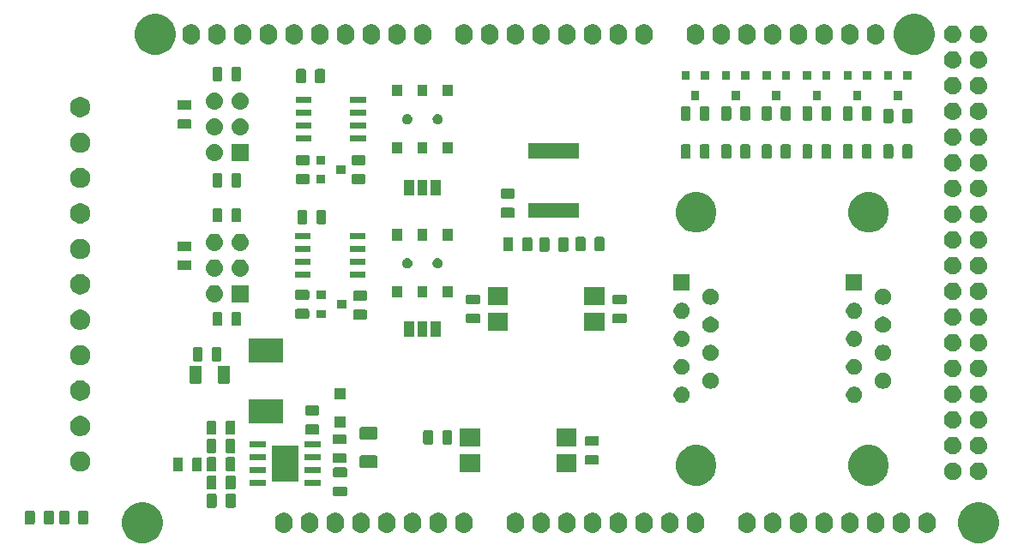
<source format=gbr>
G04 #@! TF.GenerationSoftware,KiCad,Pcbnew,5.0.2+dfsg1-1*
G04 #@! TF.CreationDate,2019-08-13T10:38:28+09:00*
G04 #@! TF.ProjectId,portal_shield_for_arduino_due,706f7274-616c-45f7-9368-69656c645f66,rev?*
G04 #@! TF.SameCoordinates,Original*
G04 #@! TF.FileFunction,Soldermask,Top*
G04 #@! TF.FilePolarity,Negative*
%FSLAX46Y46*%
G04 Gerber Fmt 4.6, Leading zero omitted, Abs format (unit mm)*
G04 Created by KiCad (PCBNEW 5.0.2+dfsg1-1) date Tue 13 Aug 2019 10:38:28 AM KST*
%MOMM*%
%LPD*%
G01*
G04 APERTURE LIST*
%ADD10C,0.100000*%
G04 APERTURE END LIST*
D10*
G36*
X200490712Y-117172088D02*
X200860510Y-117325263D01*
X200860513Y-117325265D01*
X201193325Y-117547643D01*
X201476357Y-117830675D01*
X201654571Y-118097391D01*
X201698737Y-118163490D01*
X201851912Y-118533288D01*
X201930000Y-118925864D01*
X201930000Y-119326136D01*
X201851912Y-119718712D01*
X201698737Y-120088510D01*
X201698735Y-120088513D01*
X201476357Y-120421325D01*
X201193325Y-120704357D01*
X200860513Y-120926735D01*
X200860510Y-120926737D01*
X200490712Y-121079912D01*
X200098136Y-121158000D01*
X199697864Y-121158000D01*
X199305288Y-121079912D01*
X198935490Y-120926737D01*
X198935487Y-120926735D01*
X198602675Y-120704357D01*
X198319643Y-120421325D01*
X198097265Y-120088513D01*
X198097263Y-120088510D01*
X197944088Y-119718712D01*
X197866000Y-119326136D01*
X197866000Y-118925864D01*
X197944088Y-118533288D01*
X198097263Y-118163490D01*
X198141429Y-118097391D01*
X198319643Y-117830675D01*
X198602675Y-117547643D01*
X198935487Y-117325265D01*
X198935490Y-117325263D01*
X199305288Y-117172088D01*
X199697864Y-117094000D01*
X200098136Y-117094000D01*
X200490712Y-117172088D01*
X200490712Y-117172088D01*
G37*
G36*
X117940712Y-117172088D02*
X118310510Y-117325263D01*
X118310513Y-117325265D01*
X118643325Y-117547643D01*
X118926357Y-117830675D01*
X119104571Y-118097391D01*
X119148737Y-118163490D01*
X119301912Y-118533288D01*
X119380000Y-118925864D01*
X119380000Y-119326136D01*
X119301912Y-119718712D01*
X119148737Y-120088510D01*
X119148735Y-120088513D01*
X118926357Y-120421325D01*
X118643325Y-120704357D01*
X118310513Y-120926735D01*
X118310510Y-120926737D01*
X117940712Y-121079912D01*
X117548136Y-121158000D01*
X117147864Y-121158000D01*
X116755288Y-121079912D01*
X116385490Y-120926737D01*
X116385487Y-120926735D01*
X116052675Y-120704357D01*
X115769643Y-120421325D01*
X115547265Y-120088513D01*
X115547263Y-120088510D01*
X115394088Y-119718712D01*
X115316000Y-119326136D01*
X115316000Y-118925864D01*
X115394088Y-118533288D01*
X115547263Y-118163490D01*
X115591429Y-118097391D01*
X115769643Y-117830675D01*
X116052675Y-117547643D01*
X116385487Y-117325265D01*
X116385490Y-117325263D01*
X116755288Y-117172088D01*
X117147864Y-117094000D01*
X117548136Y-117094000D01*
X117940712Y-117172088D01*
X117940712Y-117172088D01*
G37*
G36*
X164507294Y-118122496D02*
X164627726Y-118159029D01*
X164670087Y-118171879D01*
X164820112Y-118252068D01*
X164951612Y-118359988D01*
X165059532Y-118491488D01*
X165139721Y-118641512D01*
X165152571Y-118683873D01*
X165189104Y-118804305D01*
X165189104Y-118804307D01*
X165201600Y-118931179D01*
X165201600Y-119320820D01*
X165201076Y-119326136D01*
X165189104Y-119447694D01*
X165152571Y-119568128D01*
X165139721Y-119610488D01*
X165059532Y-119760512D01*
X164951612Y-119892012D01*
X164820112Y-119999932D01*
X164670088Y-120080121D01*
X164642433Y-120088510D01*
X164507295Y-120129504D01*
X164394432Y-120140620D01*
X164338001Y-120146178D01*
X164338000Y-120146178D01*
X164168706Y-120129504D01*
X164033568Y-120088510D01*
X164005913Y-120080121D01*
X163855889Y-119999932D01*
X163765946Y-119926117D01*
X163724388Y-119892012D01*
X163616469Y-119760512D01*
X163594127Y-119718713D01*
X163536279Y-119610488D01*
X163523429Y-119568127D01*
X163486896Y-119447695D01*
X163478565Y-119363112D01*
X163474400Y-119320821D01*
X163474400Y-118931180D01*
X163486896Y-118804308D01*
X163486896Y-118804306D01*
X163536278Y-118641517D01*
X163536279Y-118641513D01*
X163616468Y-118491488D01*
X163724388Y-118359988D01*
X163855888Y-118252068D01*
X164005912Y-118171879D01*
X164048273Y-118159029D01*
X164168705Y-118122496D01*
X164281568Y-118111380D01*
X164337999Y-118105822D01*
X164338000Y-118105822D01*
X164507294Y-118122496D01*
X164507294Y-118122496D01*
G37*
G36*
X167047294Y-118122496D02*
X167167726Y-118159029D01*
X167210087Y-118171879D01*
X167360112Y-118252068D01*
X167491612Y-118359988D01*
X167599532Y-118491488D01*
X167679721Y-118641512D01*
X167692571Y-118683873D01*
X167729104Y-118804305D01*
X167729104Y-118804307D01*
X167741600Y-118931179D01*
X167741600Y-119320820D01*
X167741076Y-119326136D01*
X167729104Y-119447694D01*
X167692571Y-119568128D01*
X167679721Y-119610488D01*
X167599532Y-119760512D01*
X167491612Y-119892012D01*
X167360112Y-119999932D01*
X167210088Y-120080121D01*
X167182433Y-120088510D01*
X167047295Y-120129504D01*
X166934432Y-120140620D01*
X166878001Y-120146178D01*
X166878000Y-120146178D01*
X166708706Y-120129504D01*
X166573568Y-120088510D01*
X166545913Y-120080121D01*
X166395889Y-119999932D01*
X166305946Y-119926117D01*
X166264388Y-119892012D01*
X166156469Y-119760512D01*
X166134127Y-119718713D01*
X166076279Y-119610488D01*
X166063429Y-119568127D01*
X166026896Y-119447695D01*
X166018565Y-119363112D01*
X166014400Y-119320821D01*
X166014400Y-118931180D01*
X166026896Y-118804308D01*
X166026896Y-118804306D01*
X166076278Y-118641517D01*
X166076279Y-118641513D01*
X166156468Y-118491488D01*
X166264388Y-118359988D01*
X166395888Y-118252068D01*
X166545912Y-118171879D01*
X166588273Y-118159029D01*
X166708705Y-118122496D01*
X166821568Y-118111380D01*
X166877999Y-118105822D01*
X166878000Y-118105822D01*
X167047294Y-118122496D01*
X167047294Y-118122496D01*
G37*
G36*
X146727294Y-118122496D02*
X146847726Y-118159029D01*
X146890087Y-118171879D01*
X147040112Y-118252068D01*
X147171612Y-118359988D01*
X147279532Y-118491488D01*
X147359721Y-118641512D01*
X147372571Y-118683873D01*
X147409104Y-118804305D01*
X147409104Y-118804307D01*
X147421600Y-118931179D01*
X147421600Y-119320820D01*
X147421076Y-119326136D01*
X147409104Y-119447694D01*
X147372571Y-119568128D01*
X147359721Y-119610488D01*
X147279532Y-119760512D01*
X147171612Y-119892012D01*
X147040112Y-119999932D01*
X146890088Y-120080121D01*
X146862433Y-120088510D01*
X146727295Y-120129504D01*
X146614432Y-120140620D01*
X146558001Y-120146178D01*
X146558000Y-120146178D01*
X146388706Y-120129504D01*
X146253568Y-120088510D01*
X146225913Y-120080121D01*
X146075889Y-119999932D01*
X145985946Y-119926117D01*
X145944388Y-119892012D01*
X145836469Y-119760512D01*
X145814127Y-119718713D01*
X145756279Y-119610488D01*
X145743429Y-119568127D01*
X145706896Y-119447695D01*
X145698565Y-119363112D01*
X145694400Y-119320821D01*
X145694400Y-118931180D01*
X145706896Y-118804308D01*
X145706896Y-118804306D01*
X145756278Y-118641517D01*
X145756279Y-118641513D01*
X145836468Y-118491488D01*
X145944388Y-118359988D01*
X146075888Y-118252068D01*
X146225912Y-118171879D01*
X146268273Y-118159029D01*
X146388705Y-118122496D01*
X146501568Y-118111380D01*
X146557999Y-118105822D01*
X146558000Y-118105822D01*
X146727294Y-118122496D01*
X146727294Y-118122496D01*
G37*
G36*
X144187294Y-118122496D02*
X144307726Y-118159029D01*
X144350087Y-118171879D01*
X144500112Y-118252068D01*
X144631612Y-118359988D01*
X144739532Y-118491488D01*
X144819721Y-118641512D01*
X144832571Y-118683873D01*
X144869104Y-118804305D01*
X144869104Y-118804307D01*
X144881600Y-118931179D01*
X144881600Y-119320820D01*
X144881076Y-119326136D01*
X144869104Y-119447694D01*
X144832571Y-119568128D01*
X144819721Y-119610488D01*
X144739532Y-119760512D01*
X144631612Y-119892012D01*
X144500112Y-119999932D01*
X144350088Y-120080121D01*
X144322433Y-120088510D01*
X144187295Y-120129504D01*
X144074432Y-120140620D01*
X144018001Y-120146178D01*
X144018000Y-120146178D01*
X143848706Y-120129504D01*
X143713568Y-120088510D01*
X143685913Y-120080121D01*
X143535889Y-119999932D01*
X143445946Y-119926117D01*
X143404388Y-119892012D01*
X143296469Y-119760512D01*
X143274127Y-119718713D01*
X143216279Y-119610488D01*
X143203429Y-119568127D01*
X143166896Y-119447695D01*
X143158565Y-119363112D01*
X143154400Y-119320821D01*
X143154400Y-118931180D01*
X143166896Y-118804308D01*
X143166896Y-118804306D01*
X143216278Y-118641517D01*
X143216279Y-118641513D01*
X143296468Y-118491488D01*
X143404388Y-118359988D01*
X143535888Y-118252068D01*
X143685912Y-118171879D01*
X143728273Y-118159029D01*
X143848705Y-118122496D01*
X143961568Y-118111380D01*
X144017999Y-118105822D01*
X144018000Y-118105822D01*
X144187294Y-118122496D01*
X144187294Y-118122496D01*
G37*
G36*
X141647294Y-118122496D02*
X141767726Y-118159029D01*
X141810087Y-118171879D01*
X141960112Y-118252068D01*
X142091612Y-118359988D01*
X142199532Y-118491488D01*
X142279721Y-118641512D01*
X142292571Y-118683873D01*
X142329104Y-118804305D01*
X142329104Y-118804307D01*
X142341600Y-118931179D01*
X142341600Y-119320820D01*
X142341076Y-119326136D01*
X142329104Y-119447694D01*
X142292571Y-119568128D01*
X142279721Y-119610488D01*
X142199532Y-119760512D01*
X142091612Y-119892012D01*
X141960112Y-119999932D01*
X141810088Y-120080121D01*
X141782433Y-120088510D01*
X141647295Y-120129504D01*
X141534432Y-120140620D01*
X141478001Y-120146178D01*
X141478000Y-120146178D01*
X141308706Y-120129504D01*
X141173568Y-120088510D01*
X141145913Y-120080121D01*
X140995889Y-119999932D01*
X140905946Y-119926117D01*
X140864388Y-119892012D01*
X140756469Y-119760512D01*
X140734127Y-119718713D01*
X140676279Y-119610488D01*
X140663429Y-119568127D01*
X140626896Y-119447695D01*
X140618565Y-119363112D01*
X140614400Y-119320821D01*
X140614400Y-118931180D01*
X140626896Y-118804308D01*
X140626896Y-118804306D01*
X140676278Y-118641517D01*
X140676279Y-118641513D01*
X140756468Y-118491488D01*
X140864388Y-118359988D01*
X140995888Y-118252068D01*
X141145912Y-118171879D01*
X141188273Y-118159029D01*
X141308705Y-118122496D01*
X141421568Y-118111380D01*
X141477999Y-118105822D01*
X141478000Y-118105822D01*
X141647294Y-118122496D01*
X141647294Y-118122496D01*
G37*
G36*
X139107294Y-118122496D02*
X139227726Y-118159029D01*
X139270087Y-118171879D01*
X139420112Y-118252068D01*
X139551612Y-118359988D01*
X139659532Y-118491488D01*
X139739721Y-118641512D01*
X139752571Y-118683873D01*
X139789104Y-118804305D01*
X139789104Y-118804307D01*
X139801600Y-118931179D01*
X139801600Y-119320820D01*
X139801076Y-119326136D01*
X139789104Y-119447694D01*
X139752571Y-119568128D01*
X139739721Y-119610488D01*
X139659532Y-119760512D01*
X139551612Y-119892012D01*
X139420112Y-119999932D01*
X139270088Y-120080121D01*
X139242433Y-120088510D01*
X139107295Y-120129504D01*
X138994432Y-120140620D01*
X138938001Y-120146178D01*
X138938000Y-120146178D01*
X138768706Y-120129504D01*
X138633568Y-120088510D01*
X138605913Y-120080121D01*
X138455889Y-119999932D01*
X138365946Y-119926117D01*
X138324388Y-119892012D01*
X138216469Y-119760512D01*
X138194127Y-119718713D01*
X138136279Y-119610488D01*
X138123429Y-119568127D01*
X138086896Y-119447695D01*
X138078565Y-119363112D01*
X138074400Y-119320821D01*
X138074400Y-118931180D01*
X138086896Y-118804308D01*
X138086896Y-118804306D01*
X138136278Y-118641517D01*
X138136279Y-118641513D01*
X138216468Y-118491488D01*
X138324388Y-118359988D01*
X138455888Y-118252068D01*
X138605912Y-118171879D01*
X138648273Y-118159029D01*
X138768705Y-118122496D01*
X138881568Y-118111380D01*
X138937999Y-118105822D01*
X138938000Y-118105822D01*
X139107294Y-118122496D01*
X139107294Y-118122496D01*
G37*
G36*
X136567294Y-118122496D02*
X136687726Y-118159029D01*
X136730087Y-118171879D01*
X136880112Y-118252068D01*
X137011612Y-118359988D01*
X137119532Y-118491488D01*
X137199721Y-118641512D01*
X137212571Y-118683873D01*
X137249104Y-118804305D01*
X137249104Y-118804307D01*
X137261600Y-118931179D01*
X137261600Y-119320820D01*
X137261076Y-119326136D01*
X137249104Y-119447694D01*
X137212571Y-119568128D01*
X137199721Y-119610488D01*
X137119532Y-119760512D01*
X137011612Y-119892012D01*
X136880112Y-119999932D01*
X136730088Y-120080121D01*
X136702433Y-120088510D01*
X136567295Y-120129504D01*
X136454432Y-120140620D01*
X136398001Y-120146178D01*
X136398000Y-120146178D01*
X136228706Y-120129504D01*
X136093568Y-120088510D01*
X136065913Y-120080121D01*
X135915889Y-119999932D01*
X135825946Y-119926117D01*
X135784388Y-119892012D01*
X135676469Y-119760512D01*
X135654127Y-119718713D01*
X135596279Y-119610488D01*
X135583429Y-119568127D01*
X135546896Y-119447695D01*
X135538565Y-119363112D01*
X135534400Y-119320821D01*
X135534400Y-118931180D01*
X135546896Y-118804308D01*
X135546896Y-118804306D01*
X135596278Y-118641517D01*
X135596279Y-118641513D01*
X135676468Y-118491488D01*
X135784388Y-118359988D01*
X135915888Y-118252068D01*
X136065912Y-118171879D01*
X136108273Y-118159029D01*
X136228705Y-118122496D01*
X136341568Y-118111380D01*
X136397999Y-118105822D01*
X136398000Y-118105822D01*
X136567294Y-118122496D01*
X136567294Y-118122496D01*
G37*
G36*
X134027294Y-118122496D02*
X134147726Y-118159029D01*
X134190087Y-118171879D01*
X134340112Y-118252068D01*
X134471612Y-118359988D01*
X134579532Y-118491488D01*
X134659721Y-118641512D01*
X134672571Y-118683873D01*
X134709104Y-118804305D01*
X134709104Y-118804307D01*
X134721600Y-118931179D01*
X134721600Y-119320820D01*
X134721076Y-119326136D01*
X134709104Y-119447694D01*
X134672571Y-119568128D01*
X134659721Y-119610488D01*
X134579532Y-119760512D01*
X134471612Y-119892012D01*
X134340112Y-119999932D01*
X134190088Y-120080121D01*
X134162433Y-120088510D01*
X134027295Y-120129504D01*
X133914432Y-120140620D01*
X133858001Y-120146178D01*
X133858000Y-120146178D01*
X133688706Y-120129504D01*
X133553568Y-120088510D01*
X133525913Y-120080121D01*
X133375889Y-119999932D01*
X133285946Y-119926117D01*
X133244388Y-119892012D01*
X133136469Y-119760512D01*
X133114127Y-119718713D01*
X133056279Y-119610488D01*
X133043429Y-119568127D01*
X133006896Y-119447695D01*
X132998565Y-119363112D01*
X132994400Y-119320821D01*
X132994400Y-118931180D01*
X133006896Y-118804308D01*
X133006896Y-118804306D01*
X133056278Y-118641517D01*
X133056279Y-118641513D01*
X133136468Y-118491488D01*
X133244388Y-118359988D01*
X133375888Y-118252068D01*
X133525912Y-118171879D01*
X133568273Y-118159029D01*
X133688705Y-118122496D01*
X133801568Y-118111380D01*
X133857999Y-118105822D01*
X133858000Y-118105822D01*
X134027294Y-118122496D01*
X134027294Y-118122496D01*
G37*
G36*
X131487294Y-118122496D02*
X131607726Y-118159029D01*
X131650087Y-118171879D01*
X131800112Y-118252068D01*
X131931612Y-118359988D01*
X132039532Y-118491488D01*
X132119721Y-118641512D01*
X132132571Y-118683873D01*
X132169104Y-118804305D01*
X132169104Y-118804307D01*
X132181600Y-118931179D01*
X132181600Y-119320820D01*
X132181076Y-119326136D01*
X132169104Y-119447694D01*
X132132571Y-119568128D01*
X132119721Y-119610488D01*
X132039532Y-119760512D01*
X131931612Y-119892012D01*
X131800112Y-119999932D01*
X131650088Y-120080121D01*
X131622433Y-120088510D01*
X131487295Y-120129504D01*
X131374432Y-120140620D01*
X131318001Y-120146178D01*
X131318000Y-120146178D01*
X131148706Y-120129504D01*
X131013568Y-120088510D01*
X130985913Y-120080121D01*
X130835889Y-119999932D01*
X130745946Y-119926117D01*
X130704388Y-119892012D01*
X130596469Y-119760512D01*
X130574127Y-119718713D01*
X130516279Y-119610488D01*
X130503429Y-119568127D01*
X130466896Y-119447695D01*
X130458565Y-119363112D01*
X130454400Y-119320821D01*
X130454400Y-118931180D01*
X130466896Y-118804308D01*
X130466896Y-118804306D01*
X130516278Y-118641517D01*
X130516279Y-118641513D01*
X130596468Y-118491488D01*
X130704388Y-118359988D01*
X130835888Y-118252068D01*
X130985912Y-118171879D01*
X131028273Y-118159029D01*
X131148705Y-118122496D01*
X131261568Y-118111380D01*
X131317999Y-118105822D01*
X131318000Y-118105822D01*
X131487294Y-118122496D01*
X131487294Y-118122496D01*
G37*
G36*
X149267294Y-118122496D02*
X149387726Y-118159029D01*
X149430087Y-118171879D01*
X149580112Y-118252068D01*
X149711612Y-118359988D01*
X149819532Y-118491488D01*
X149899721Y-118641512D01*
X149912571Y-118683873D01*
X149949104Y-118804305D01*
X149949104Y-118804307D01*
X149961600Y-118931179D01*
X149961600Y-119320820D01*
X149961076Y-119326136D01*
X149949104Y-119447694D01*
X149912571Y-119568128D01*
X149899721Y-119610488D01*
X149819532Y-119760512D01*
X149711612Y-119892012D01*
X149580112Y-119999932D01*
X149430088Y-120080121D01*
X149402433Y-120088510D01*
X149267295Y-120129504D01*
X149154432Y-120140620D01*
X149098001Y-120146178D01*
X149098000Y-120146178D01*
X148928706Y-120129504D01*
X148793568Y-120088510D01*
X148765913Y-120080121D01*
X148615889Y-119999932D01*
X148525946Y-119926117D01*
X148484388Y-119892012D01*
X148376469Y-119760512D01*
X148354127Y-119718713D01*
X148296279Y-119610488D01*
X148283429Y-119568127D01*
X148246896Y-119447695D01*
X148238565Y-119363112D01*
X148234400Y-119320821D01*
X148234400Y-118931180D01*
X148246896Y-118804308D01*
X148246896Y-118804306D01*
X148296278Y-118641517D01*
X148296279Y-118641513D01*
X148376468Y-118491488D01*
X148484388Y-118359988D01*
X148615888Y-118252068D01*
X148765912Y-118171879D01*
X148808273Y-118159029D01*
X148928705Y-118122496D01*
X149041568Y-118111380D01*
X149097999Y-118105822D01*
X149098000Y-118105822D01*
X149267294Y-118122496D01*
X149267294Y-118122496D01*
G37*
G36*
X154347294Y-118122496D02*
X154467726Y-118159029D01*
X154510087Y-118171879D01*
X154660112Y-118252068D01*
X154791612Y-118359988D01*
X154899532Y-118491488D01*
X154979721Y-118641512D01*
X154992571Y-118683873D01*
X155029104Y-118804305D01*
X155029104Y-118804307D01*
X155041600Y-118931179D01*
X155041600Y-119320820D01*
X155041076Y-119326136D01*
X155029104Y-119447694D01*
X154992571Y-119568128D01*
X154979721Y-119610488D01*
X154899532Y-119760512D01*
X154791612Y-119892012D01*
X154660112Y-119999932D01*
X154510088Y-120080121D01*
X154482433Y-120088510D01*
X154347295Y-120129504D01*
X154234432Y-120140620D01*
X154178001Y-120146178D01*
X154178000Y-120146178D01*
X154008706Y-120129504D01*
X153873568Y-120088510D01*
X153845913Y-120080121D01*
X153695889Y-119999932D01*
X153605946Y-119926117D01*
X153564388Y-119892012D01*
X153456469Y-119760512D01*
X153434127Y-119718713D01*
X153376279Y-119610488D01*
X153363429Y-119568127D01*
X153326896Y-119447695D01*
X153318565Y-119363112D01*
X153314400Y-119320821D01*
X153314400Y-118931180D01*
X153326896Y-118804308D01*
X153326896Y-118804306D01*
X153376278Y-118641517D01*
X153376279Y-118641513D01*
X153456468Y-118491488D01*
X153564388Y-118359988D01*
X153695888Y-118252068D01*
X153845912Y-118171879D01*
X153888273Y-118159029D01*
X154008705Y-118122496D01*
X154121568Y-118111380D01*
X154177999Y-118105822D01*
X154178000Y-118105822D01*
X154347294Y-118122496D01*
X154347294Y-118122496D01*
G37*
G36*
X156887294Y-118122496D02*
X157007726Y-118159029D01*
X157050087Y-118171879D01*
X157200112Y-118252068D01*
X157331612Y-118359988D01*
X157439532Y-118491488D01*
X157519721Y-118641512D01*
X157532571Y-118683873D01*
X157569104Y-118804305D01*
X157569104Y-118804307D01*
X157581600Y-118931179D01*
X157581600Y-119320820D01*
X157581076Y-119326136D01*
X157569104Y-119447694D01*
X157532571Y-119568128D01*
X157519721Y-119610488D01*
X157439532Y-119760512D01*
X157331612Y-119892012D01*
X157200112Y-119999932D01*
X157050088Y-120080121D01*
X157022433Y-120088510D01*
X156887295Y-120129504D01*
X156774432Y-120140620D01*
X156718001Y-120146178D01*
X156718000Y-120146178D01*
X156548706Y-120129504D01*
X156413568Y-120088510D01*
X156385913Y-120080121D01*
X156235889Y-119999932D01*
X156145946Y-119926117D01*
X156104388Y-119892012D01*
X155996469Y-119760512D01*
X155974127Y-119718713D01*
X155916279Y-119610488D01*
X155903429Y-119568127D01*
X155866896Y-119447695D01*
X155858565Y-119363112D01*
X155854400Y-119320821D01*
X155854400Y-118931180D01*
X155866896Y-118804308D01*
X155866896Y-118804306D01*
X155916278Y-118641517D01*
X155916279Y-118641513D01*
X155996468Y-118491488D01*
X156104388Y-118359988D01*
X156235888Y-118252068D01*
X156385912Y-118171879D01*
X156428273Y-118159029D01*
X156548705Y-118122496D01*
X156661568Y-118111380D01*
X156717999Y-118105822D01*
X156718000Y-118105822D01*
X156887294Y-118122496D01*
X156887294Y-118122496D01*
G37*
G36*
X159427294Y-118122496D02*
X159547726Y-118159029D01*
X159590087Y-118171879D01*
X159740112Y-118252068D01*
X159871612Y-118359988D01*
X159979532Y-118491488D01*
X160059721Y-118641512D01*
X160072571Y-118683873D01*
X160109104Y-118804305D01*
X160109104Y-118804307D01*
X160121600Y-118931179D01*
X160121600Y-119320820D01*
X160121076Y-119326136D01*
X160109104Y-119447694D01*
X160072571Y-119568128D01*
X160059721Y-119610488D01*
X159979532Y-119760512D01*
X159871612Y-119892012D01*
X159740112Y-119999932D01*
X159590088Y-120080121D01*
X159562433Y-120088510D01*
X159427295Y-120129504D01*
X159314432Y-120140620D01*
X159258001Y-120146178D01*
X159258000Y-120146178D01*
X159088706Y-120129504D01*
X158953568Y-120088510D01*
X158925913Y-120080121D01*
X158775889Y-119999932D01*
X158685946Y-119926117D01*
X158644388Y-119892012D01*
X158536469Y-119760512D01*
X158514127Y-119718713D01*
X158456279Y-119610488D01*
X158443429Y-119568127D01*
X158406896Y-119447695D01*
X158398565Y-119363112D01*
X158394400Y-119320821D01*
X158394400Y-118931180D01*
X158406896Y-118804308D01*
X158406896Y-118804306D01*
X158456278Y-118641517D01*
X158456279Y-118641513D01*
X158536468Y-118491488D01*
X158644388Y-118359988D01*
X158775888Y-118252068D01*
X158925912Y-118171879D01*
X158968273Y-118159029D01*
X159088705Y-118122496D01*
X159201568Y-118111380D01*
X159257999Y-118105822D01*
X159258000Y-118105822D01*
X159427294Y-118122496D01*
X159427294Y-118122496D01*
G37*
G36*
X169587294Y-118122496D02*
X169707726Y-118159029D01*
X169750087Y-118171879D01*
X169900112Y-118252068D01*
X170031612Y-118359988D01*
X170139532Y-118491488D01*
X170219721Y-118641512D01*
X170232571Y-118683873D01*
X170269104Y-118804305D01*
X170269104Y-118804307D01*
X170281600Y-118931179D01*
X170281600Y-119320820D01*
X170281076Y-119326136D01*
X170269104Y-119447694D01*
X170232571Y-119568128D01*
X170219721Y-119610488D01*
X170139532Y-119760512D01*
X170031612Y-119892012D01*
X169900112Y-119999932D01*
X169750088Y-120080121D01*
X169722433Y-120088510D01*
X169587295Y-120129504D01*
X169474432Y-120140620D01*
X169418001Y-120146178D01*
X169418000Y-120146178D01*
X169248706Y-120129504D01*
X169113568Y-120088510D01*
X169085913Y-120080121D01*
X168935889Y-119999932D01*
X168845946Y-119926117D01*
X168804388Y-119892012D01*
X168696469Y-119760512D01*
X168674127Y-119718713D01*
X168616279Y-119610488D01*
X168603429Y-119568127D01*
X168566896Y-119447695D01*
X168558565Y-119363112D01*
X168554400Y-119320821D01*
X168554400Y-118931180D01*
X168566896Y-118804308D01*
X168566896Y-118804306D01*
X168616278Y-118641517D01*
X168616279Y-118641513D01*
X168696468Y-118491488D01*
X168804388Y-118359988D01*
X168935888Y-118252068D01*
X169085912Y-118171879D01*
X169128273Y-118159029D01*
X169248705Y-118122496D01*
X169361568Y-118111380D01*
X169417999Y-118105822D01*
X169418000Y-118105822D01*
X169587294Y-118122496D01*
X169587294Y-118122496D01*
G37*
G36*
X161967294Y-118122496D02*
X162087726Y-118159029D01*
X162130087Y-118171879D01*
X162280112Y-118252068D01*
X162411612Y-118359988D01*
X162519532Y-118491488D01*
X162599721Y-118641512D01*
X162612571Y-118683873D01*
X162649104Y-118804305D01*
X162649104Y-118804307D01*
X162661600Y-118931179D01*
X162661600Y-119320820D01*
X162661076Y-119326136D01*
X162649104Y-119447694D01*
X162612571Y-119568128D01*
X162599721Y-119610488D01*
X162519532Y-119760512D01*
X162411612Y-119892012D01*
X162280112Y-119999932D01*
X162130088Y-120080121D01*
X162102433Y-120088510D01*
X161967295Y-120129504D01*
X161854432Y-120140620D01*
X161798001Y-120146178D01*
X161798000Y-120146178D01*
X161628706Y-120129504D01*
X161493568Y-120088510D01*
X161465913Y-120080121D01*
X161315889Y-119999932D01*
X161225946Y-119926117D01*
X161184388Y-119892012D01*
X161076469Y-119760512D01*
X161054127Y-119718713D01*
X160996279Y-119610488D01*
X160983429Y-119568127D01*
X160946896Y-119447695D01*
X160938565Y-119363112D01*
X160934400Y-119320821D01*
X160934400Y-118931180D01*
X160946896Y-118804308D01*
X160946896Y-118804306D01*
X160996278Y-118641517D01*
X160996279Y-118641513D01*
X161076468Y-118491488D01*
X161184388Y-118359988D01*
X161315888Y-118252068D01*
X161465912Y-118171879D01*
X161508273Y-118159029D01*
X161628705Y-118122496D01*
X161741568Y-118111380D01*
X161797999Y-118105822D01*
X161798000Y-118105822D01*
X161967294Y-118122496D01*
X161967294Y-118122496D01*
G37*
G36*
X194987294Y-118122496D02*
X195107726Y-118159029D01*
X195150087Y-118171879D01*
X195300112Y-118252068D01*
X195431612Y-118359988D01*
X195539532Y-118491488D01*
X195619721Y-118641512D01*
X195632571Y-118683873D01*
X195669104Y-118804305D01*
X195669104Y-118804307D01*
X195681600Y-118931179D01*
X195681600Y-119320820D01*
X195681076Y-119326136D01*
X195669104Y-119447694D01*
X195632571Y-119568128D01*
X195619721Y-119610488D01*
X195539532Y-119760512D01*
X195431612Y-119892012D01*
X195300112Y-119999932D01*
X195150088Y-120080121D01*
X195122433Y-120088510D01*
X194987295Y-120129504D01*
X194874432Y-120140620D01*
X194818001Y-120146178D01*
X194818000Y-120146178D01*
X194648706Y-120129504D01*
X194513568Y-120088510D01*
X194485913Y-120080121D01*
X194335889Y-119999932D01*
X194245946Y-119926117D01*
X194204388Y-119892012D01*
X194096469Y-119760512D01*
X194074127Y-119718713D01*
X194016279Y-119610488D01*
X194003429Y-119568127D01*
X193966896Y-119447695D01*
X193958565Y-119363112D01*
X193954400Y-119320821D01*
X193954400Y-118931180D01*
X193966896Y-118804308D01*
X193966896Y-118804306D01*
X194016278Y-118641517D01*
X194016279Y-118641513D01*
X194096468Y-118491488D01*
X194204388Y-118359988D01*
X194335888Y-118252068D01*
X194485912Y-118171879D01*
X194528273Y-118159029D01*
X194648705Y-118122496D01*
X194761568Y-118111380D01*
X194817999Y-118105822D01*
X194818000Y-118105822D01*
X194987294Y-118122496D01*
X194987294Y-118122496D01*
G37*
G36*
X192447294Y-118122496D02*
X192567726Y-118159029D01*
X192610087Y-118171879D01*
X192760112Y-118252068D01*
X192891612Y-118359988D01*
X192999532Y-118491488D01*
X193079721Y-118641512D01*
X193092571Y-118683873D01*
X193129104Y-118804305D01*
X193129104Y-118804307D01*
X193141600Y-118931179D01*
X193141600Y-119320820D01*
X193141076Y-119326136D01*
X193129104Y-119447694D01*
X193092571Y-119568128D01*
X193079721Y-119610488D01*
X192999532Y-119760512D01*
X192891612Y-119892012D01*
X192760112Y-119999932D01*
X192610088Y-120080121D01*
X192582433Y-120088510D01*
X192447295Y-120129504D01*
X192334432Y-120140620D01*
X192278001Y-120146178D01*
X192278000Y-120146178D01*
X192108706Y-120129504D01*
X191973568Y-120088510D01*
X191945913Y-120080121D01*
X191795889Y-119999932D01*
X191705946Y-119926117D01*
X191664388Y-119892012D01*
X191556469Y-119760512D01*
X191534127Y-119718713D01*
X191476279Y-119610488D01*
X191463429Y-119568127D01*
X191426896Y-119447695D01*
X191418565Y-119363112D01*
X191414400Y-119320821D01*
X191414400Y-118931180D01*
X191426896Y-118804308D01*
X191426896Y-118804306D01*
X191476278Y-118641517D01*
X191476279Y-118641513D01*
X191556468Y-118491488D01*
X191664388Y-118359988D01*
X191795888Y-118252068D01*
X191945912Y-118171879D01*
X191988273Y-118159029D01*
X192108705Y-118122496D01*
X192221568Y-118111380D01*
X192277999Y-118105822D01*
X192278000Y-118105822D01*
X192447294Y-118122496D01*
X192447294Y-118122496D01*
G37*
G36*
X189907294Y-118122496D02*
X190027726Y-118159029D01*
X190070087Y-118171879D01*
X190220112Y-118252068D01*
X190351612Y-118359988D01*
X190459532Y-118491488D01*
X190539721Y-118641512D01*
X190552571Y-118683873D01*
X190589104Y-118804305D01*
X190589104Y-118804307D01*
X190601600Y-118931179D01*
X190601600Y-119320820D01*
X190601076Y-119326136D01*
X190589104Y-119447694D01*
X190552571Y-119568128D01*
X190539721Y-119610488D01*
X190459532Y-119760512D01*
X190351612Y-119892012D01*
X190220112Y-119999932D01*
X190070088Y-120080121D01*
X190042433Y-120088510D01*
X189907295Y-120129504D01*
X189794432Y-120140620D01*
X189738001Y-120146178D01*
X189738000Y-120146178D01*
X189568706Y-120129504D01*
X189433568Y-120088510D01*
X189405913Y-120080121D01*
X189255889Y-119999932D01*
X189165946Y-119926117D01*
X189124388Y-119892012D01*
X189016469Y-119760512D01*
X188994127Y-119718713D01*
X188936279Y-119610488D01*
X188923429Y-119568127D01*
X188886896Y-119447695D01*
X188878565Y-119363112D01*
X188874400Y-119320821D01*
X188874400Y-118931180D01*
X188886896Y-118804308D01*
X188886896Y-118804306D01*
X188936278Y-118641517D01*
X188936279Y-118641513D01*
X189016468Y-118491488D01*
X189124388Y-118359988D01*
X189255888Y-118252068D01*
X189405912Y-118171879D01*
X189448273Y-118159029D01*
X189568705Y-118122496D01*
X189681568Y-118111380D01*
X189737999Y-118105822D01*
X189738000Y-118105822D01*
X189907294Y-118122496D01*
X189907294Y-118122496D01*
G37*
G36*
X187367294Y-118122496D02*
X187487726Y-118159029D01*
X187530087Y-118171879D01*
X187680112Y-118252068D01*
X187811612Y-118359988D01*
X187919532Y-118491488D01*
X187999721Y-118641512D01*
X188012571Y-118683873D01*
X188049104Y-118804305D01*
X188049104Y-118804307D01*
X188061600Y-118931179D01*
X188061600Y-119320820D01*
X188061076Y-119326136D01*
X188049104Y-119447694D01*
X188012571Y-119568128D01*
X187999721Y-119610488D01*
X187919532Y-119760512D01*
X187811612Y-119892012D01*
X187680112Y-119999932D01*
X187530088Y-120080121D01*
X187502433Y-120088510D01*
X187367295Y-120129504D01*
X187254432Y-120140620D01*
X187198001Y-120146178D01*
X187198000Y-120146178D01*
X187028706Y-120129504D01*
X186893568Y-120088510D01*
X186865913Y-120080121D01*
X186715889Y-119999932D01*
X186625946Y-119926117D01*
X186584388Y-119892012D01*
X186476469Y-119760512D01*
X186454127Y-119718713D01*
X186396279Y-119610488D01*
X186383429Y-119568127D01*
X186346896Y-119447695D01*
X186338565Y-119363112D01*
X186334400Y-119320821D01*
X186334400Y-118931180D01*
X186346896Y-118804308D01*
X186346896Y-118804306D01*
X186396278Y-118641517D01*
X186396279Y-118641513D01*
X186476468Y-118491488D01*
X186584388Y-118359988D01*
X186715888Y-118252068D01*
X186865912Y-118171879D01*
X186908273Y-118159029D01*
X187028705Y-118122496D01*
X187141568Y-118111380D01*
X187197999Y-118105822D01*
X187198000Y-118105822D01*
X187367294Y-118122496D01*
X187367294Y-118122496D01*
G37*
G36*
X182287294Y-118122496D02*
X182407726Y-118159029D01*
X182450087Y-118171879D01*
X182600112Y-118252068D01*
X182731612Y-118359988D01*
X182839532Y-118491488D01*
X182919721Y-118641512D01*
X182932571Y-118683873D01*
X182969104Y-118804305D01*
X182969104Y-118804307D01*
X182981600Y-118931179D01*
X182981600Y-119320820D01*
X182981076Y-119326136D01*
X182969104Y-119447694D01*
X182932571Y-119568128D01*
X182919721Y-119610488D01*
X182839532Y-119760512D01*
X182731612Y-119892012D01*
X182600112Y-119999932D01*
X182450088Y-120080121D01*
X182422433Y-120088510D01*
X182287295Y-120129504D01*
X182174432Y-120140620D01*
X182118001Y-120146178D01*
X182118000Y-120146178D01*
X181948706Y-120129504D01*
X181813568Y-120088510D01*
X181785913Y-120080121D01*
X181635889Y-119999932D01*
X181545946Y-119926117D01*
X181504388Y-119892012D01*
X181396469Y-119760512D01*
X181374127Y-119718713D01*
X181316279Y-119610488D01*
X181303429Y-119568127D01*
X181266896Y-119447695D01*
X181258565Y-119363112D01*
X181254400Y-119320821D01*
X181254400Y-118931180D01*
X181266896Y-118804308D01*
X181266896Y-118804306D01*
X181316278Y-118641517D01*
X181316279Y-118641513D01*
X181396468Y-118491488D01*
X181504388Y-118359988D01*
X181635888Y-118252068D01*
X181785912Y-118171879D01*
X181828273Y-118159029D01*
X181948705Y-118122496D01*
X182061568Y-118111380D01*
X182117999Y-118105822D01*
X182118000Y-118105822D01*
X182287294Y-118122496D01*
X182287294Y-118122496D01*
G37*
G36*
X179747294Y-118122496D02*
X179867726Y-118159029D01*
X179910087Y-118171879D01*
X180060112Y-118252068D01*
X180191612Y-118359988D01*
X180299532Y-118491488D01*
X180379721Y-118641512D01*
X180392571Y-118683873D01*
X180429104Y-118804305D01*
X180429104Y-118804307D01*
X180441600Y-118931179D01*
X180441600Y-119320820D01*
X180441076Y-119326136D01*
X180429104Y-119447694D01*
X180392571Y-119568128D01*
X180379721Y-119610488D01*
X180299532Y-119760512D01*
X180191612Y-119892012D01*
X180060112Y-119999932D01*
X179910088Y-120080121D01*
X179882433Y-120088510D01*
X179747295Y-120129504D01*
X179634432Y-120140620D01*
X179578001Y-120146178D01*
X179578000Y-120146178D01*
X179408706Y-120129504D01*
X179273568Y-120088510D01*
X179245913Y-120080121D01*
X179095889Y-119999932D01*
X179005946Y-119926117D01*
X178964388Y-119892012D01*
X178856469Y-119760512D01*
X178834127Y-119718713D01*
X178776279Y-119610488D01*
X178763429Y-119568127D01*
X178726896Y-119447695D01*
X178718565Y-119363112D01*
X178714400Y-119320821D01*
X178714400Y-118931180D01*
X178726896Y-118804308D01*
X178726896Y-118804306D01*
X178776278Y-118641517D01*
X178776279Y-118641513D01*
X178856468Y-118491488D01*
X178964388Y-118359988D01*
X179095888Y-118252068D01*
X179245912Y-118171879D01*
X179288273Y-118159029D01*
X179408705Y-118122496D01*
X179521568Y-118111380D01*
X179577999Y-118105822D01*
X179578000Y-118105822D01*
X179747294Y-118122496D01*
X179747294Y-118122496D01*
G37*
G36*
X177207294Y-118122496D02*
X177327726Y-118159029D01*
X177370087Y-118171879D01*
X177520112Y-118252068D01*
X177651612Y-118359988D01*
X177759532Y-118491488D01*
X177839721Y-118641512D01*
X177852571Y-118683873D01*
X177889104Y-118804305D01*
X177889104Y-118804307D01*
X177901600Y-118931179D01*
X177901600Y-119320820D01*
X177901076Y-119326136D01*
X177889104Y-119447694D01*
X177852571Y-119568128D01*
X177839721Y-119610488D01*
X177759532Y-119760512D01*
X177651612Y-119892012D01*
X177520112Y-119999932D01*
X177370088Y-120080121D01*
X177342433Y-120088510D01*
X177207295Y-120129504D01*
X177094432Y-120140620D01*
X177038001Y-120146178D01*
X177038000Y-120146178D01*
X176868706Y-120129504D01*
X176733568Y-120088510D01*
X176705913Y-120080121D01*
X176555889Y-119999932D01*
X176465946Y-119926117D01*
X176424388Y-119892012D01*
X176316469Y-119760512D01*
X176294127Y-119718713D01*
X176236279Y-119610488D01*
X176223429Y-119568127D01*
X176186896Y-119447695D01*
X176178565Y-119363112D01*
X176174400Y-119320821D01*
X176174400Y-118931180D01*
X176186896Y-118804308D01*
X176186896Y-118804306D01*
X176236278Y-118641517D01*
X176236279Y-118641513D01*
X176316468Y-118491488D01*
X176424388Y-118359988D01*
X176555888Y-118252068D01*
X176705912Y-118171879D01*
X176748273Y-118159029D01*
X176868705Y-118122496D01*
X176981568Y-118111380D01*
X177037999Y-118105822D01*
X177038000Y-118105822D01*
X177207294Y-118122496D01*
X177207294Y-118122496D01*
G37*
G36*
X172127294Y-118122496D02*
X172247726Y-118159029D01*
X172290087Y-118171879D01*
X172440112Y-118252068D01*
X172571612Y-118359988D01*
X172679532Y-118491488D01*
X172759721Y-118641512D01*
X172772571Y-118683873D01*
X172809104Y-118804305D01*
X172809104Y-118804307D01*
X172821600Y-118931179D01*
X172821600Y-119320820D01*
X172821076Y-119326136D01*
X172809104Y-119447694D01*
X172772571Y-119568128D01*
X172759721Y-119610488D01*
X172679532Y-119760512D01*
X172571612Y-119892012D01*
X172440112Y-119999932D01*
X172290088Y-120080121D01*
X172262433Y-120088510D01*
X172127295Y-120129504D01*
X172014432Y-120140620D01*
X171958001Y-120146178D01*
X171958000Y-120146178D01*
X171788706Y-120129504D01*
X171653568Y-120088510D01*
X171625913Y-120080121D01*
X171475889Y-119999932D01*
X171385946Y-119926117D01*
X171344388Y-119892012D01*
X171236469Y-119760512D01*
X171214127Y-119718713D01*
X171156279Y-119610488D01*
X171143429Y-119568127D01*
X171106896Y-119447695D01*
X171098565Y-119363112D01*
X171094400Y-119320821D01*
X171094400Y-118931180D01*
X171106896Y-118804308D01*
X171106896Y-118804306D01*
X171156278Y-118641517D01*
X171156279Y-118641513D01*
X171236468Y-118491488D01*
X171344388Y-118359988D01*
X171475888Y-118252068D01*
X171625912Y-118171879D01*
X171668273Y-118159029D01*
X171788705Y-118122496D01*
X171901568Y-118111380D01*
X171957999Y-118105822D01*
X171958000Y-118105822D01*
X172127294Y-118122496D01*
X172127294Y-118122496D01*
G37*
G36*
X184827294Y-118122496D02*
X184947726Y-118159029D01*
X184990087Y-118171879D01*
X185140112Y-118252068D01*
X185271612Y-118359988D01*
X185379532Y-118491488D01*
X185459721Y-118641512D01*
X185472571Y-118683873D01*
X185509104Y-118804305D01*
X185509104Y-118804307D01*
X185521600Y-118931179D01*
X185521600Y-119320820D01*
X185521076Y-119326136D01*
X185509104Y-119447694D01*
X185472571Y-119568128D01*
X185459721Y-119610488D01*
X185379532Y-119760512D01*
X185271612Y-119892012D01*
X185140112Y-119999932D01*
X184990088Y-120080121D01*
X184962433Y-120088510D01*
X184827295Y-120129504D01*
X184714432Y-120140620D01*
X184658001Y-120146178D01*
X184658000Y-120146178D01*
X184488706Y-120129504D01*
X184353568Y-120088510D01*
X184325913Y-120080121D01*
X184175889Y-119999932D01*
X184085946Y-119926117D01*
X184044388Y-119892012D01*
X183936469Y-119760512D01*
X183914127Y-119718713D01*
X183856279Y-119610488D01*
X183843429Y-119568127D01*
X183806896Y-119447695D01*
X183798565Y-119363112D01*
X183794400Y-119320821D01*
X183794400Y-118931180D01*
X183806896Y-118804308D01*
X183806896Y-118804306D01*
X183856278Y-118641517D01*
X183856279Y-118641513D01*
X183936468Y-118491488D01*
X184044388Y-118359988D01*
X184175888Y-118252068D01*
X184325912Y-118171879D01*
X184368273Y-118159029D01*
X184488705Y-118122496D01*
X184601568Y-118111380D01*
X184657999Y-118105822D01*
X184658000Y-118105822D01*
X184827294Y-118122496D01*
X184827294Y-118122496D01*
G37*
G36*
X108458992Y-117924076D02*
X108492883Y-117934357D01*
X108524111Y-117951048D01*
X108551485Y-117973515D01*
X108573952Y-118000889D01*
X108590643Y-118032117D01*
X108600924Y-118066008D01*
X108605000Y-118107391D01*
X108605000Y-119132609D01*
X108600924Y-119173992D01*
X108590643Y-119207883D01*
X108573952Y-119239111D01*
X108551485Y-119266485D01*
X108524111Y-119288952D01*
X108492883Y-119305643D01*
X108458992Y-119315924D01*
X108417609Y-119320000D01*
X107817391Y-119320000D01*
X107776008Y-119315924D01*
X107742117Y-119305643D01*
X107710889Y-119288952D01*
X107683515Y-119266485D01*
X107661048Y-119239111D01*
X107644357Y-119207883D01*
X107634076Y-119173992D01*
X107630000Y-119132609D01*
X107630000Y-118107391D01*
X107634076Y-118066008D01*
X107644357Y-118032117D01*
X107661048Y-118000889D01*
X107683515Y-117973515D01*
X107710889Y-117951048D01*
X107742117Y-117934357D01*
X107776008Y-117924076D01*
X107817391Y-117920000D01*
X108417609Y-117920000D01*
X108458992Y-117924076D01*
X108458992Y-117924076D01*
G37*
G36*
X106583992Y-117924076D02*
X106617883Y-117934357D01*
X106649111Y-117951048D01*
X106676485Y-117973515D01*
X106698952Y-118000889D01*
X106715643Y-118032117D01*
X106725924Y-118066008D01*
X106730000Y-118107391D01*
X106730000Y-119132609D01*
X106725924Y-119173992D01*
X106715643Y-119207883D01*
X106698952Y-119239111D01*
X106676485Y-119266485D01*
X106649111Y-119288952D01*
X106617883Y-119305643D01*
X106583992Y-119315924D01*
X106542609Y-119320000D01*
X105942391Y-119320000D01*
X105901008Y-119315924D01*
X105867117Y-119305643D01*
X105835889Y-119288952D01*
X105808515Y-119266485D01*
X105786048Y-119239111D01*
X105769357Y-119207883D01*
X105759076Y-119173992D01*
X105755000Y-119132609D01*
X105755000Y-118107391D01*
X105759076Y-118066008D01*
X105769357Y-118032117D01*
X105786048Y-118000889D01*
X105808515Y-117973515D01*
X105835889Y-117951048D01*
X105867117Y-117934357D01*
X105901008Y-117924076D01*
X105942391Y-117920000D01*
X106542609Y-117920000D01*
X106583992Y-117924076D01*
X106583992Y-117924076D01*
G37*
G36*
X111858992Y-117914076D02*
X111892883Y-117924357D01*
X111924111Y-117941048D01*
X111951485Y-117963515D01*
X111973952Y-117990889D01*
X111990643Y-118022117D01*
X112000924Y-118056008D01*
X112005000Y-118097391D01*
X112005000Y-119122609D01*
X112000924Y-119163992D01*
X111990643Y-119197883D01*
X111973952Y-119229111D01*
X111951485Y-119256485D01*
X111924111Y-119278952D01*
X111892883Y-119295643D01*
X111858992Y-119305924D01*
X111817609Y-119310000D01*
X111217391Y-119310000D01*
X111176008Y-119305924D01*
X111142117Y-119295643D01*
X111110889Y-119278952D01*
X111083515Y-119256485D01*
X111061048Y-119229111D01*
X111044357Y-119197883D01*
X111034076Y-119163992D01*
X111030000Y-119122609D01*
X111030000Y-118097391D01*
X111034076Y-118056008D01*
X111044357Y-118022117D01*
X111061048Y-117990889D01*
X111083515Y-117963515D01*
X111110889Y-117941048D01*
X111142117Y-117924357D01*
X111176008Y-117914076D01*
X111217391Y-117910000D01*
X111817609Y-117910000D01*
X111858992Y-117914076D01*
X111858992Y-117914076D01*
G37*
G36*
X109983992Y-117914076D02*
X110017883Y-117924357D01*
X110049111Y-117941048D01*
X110076485Y-117963515D01*
X110098952Y-117990889D01*
X110115643Y-118022117D01*
X110125924Y-118056008D01*
X110130000Y-118097391D01*
X110130000Y-119122609D01*
X110125924Y-119163992D01*
X110115643Y-119197883D01*
X110098952Y-119229111D01*
X110076485Y-119256485D01*
X110049111Y-119278952D01*
X110017883Y-119295643D01*
X109983992Y-119305924D01*
X109942609Y-119310000D01*
X109342391Y-119310000D01*
X109301008Y-119305924D01*
X109267117Y-119295643D01*
X109235889Y-119278952D01*
X109208515Y-119256485D01*
X109186048Y-119229111D01*
X109169357Y-119197883D01*
X109159076Y-119163992D01*
X109155000Y-119122609D01*
X109155000Y-118097391D01*
X109159076Y-118056008D01*
X109169357Y-118022117D01*
X109186048Y-117990889D01*
X109208515Y-117963515D01*
X109235889Y-117941048D01*
X109267117Y-117924357D01*
X109301008Y-117914076D01*
X109342391Y-117910000D01*
X109942609Y-117910000D01*
X109983992Y-117914076D01*
X109983992Y-117914076D01*
G37*
G36*
X124536634Y-116265489D02*
X124570525Y-116275770D01*
X124601753Y-116292461D01*
X124629127Y-116314928D01*
X124651594Y-116342302D01*
X124668285Y-116373530D01*
X124678566Y-116407421D01*
X124682642Y-116448804D01*
X124682642Y-117474022D01*
X124678566Y-117515405D01*
X124668285Y-117549296D01*
X124651594Y-117580524D01*
X124629127Y-117607898D01*
X124601753Y-117630365D01*
X124570525Y-117647056D01*
X124536634Y-117657337D01*
X124495251Y-117661413D01*
X123895033Y-117661413D01*
X123853650Y-117657337D01*
X123819759Y-117647056D01*
X123788531Y-117630365D01*
X123761157Y-117607898D01*
X123738690Y-117580524D01*
X123721999Y-117549296D01*
X123711718Y-117515405D01*
X123707642Y-117474022D01*
X123707642Y-116448804D01*
X123711718Y-116407421D01*
X123721999Y-116373530D01*
X123738690Y-116342302D01*
X123761157Y-116314928D01*
X123788531Y-116292461D01*
X123819759Y-116275770D01*
X123853650Y-116265489D01*
X123895033Y-116261413D01*
X124495251Y-116261413D01*
X124536634Y-116265489D01*
X124536634Y-116265489D01*
G37*
G36*
X126411634Y-116265489D02*
X126445525Y-116275770D01*
X126476753Y-116292461D01*
X126504127Y-116314928D01*
X126526594Y-116342302D01*
X126543285Y-116373530D01*
X126553566Y-116407421D01*
X126557642Y-116448804D01*
X126557642Y-117474022D01*
X126553566Y-117515405D01*
X126543285Y-117549296D01*
X126526594Y-117580524D01*
X126504127Y-117607898D01*
X126476753Y-117630365D01*
X126445525Y-117647056D01*
X126411634Y-117657337D01*
X126370251Y-117661413D01*
X125770033Y-117661413D01*
X125728650Y-117657337D01*
X125694759Y-117647056D01*
X125663531Y-117630365D01*
X125636157Y-117607898D01*
X125613690Y-117580524D01*
X125596999Y-117549296D01*
X125586718Y-117515405D01*
X125582642Y-117474022D01*
X125582642Y-116448804D01*
X125586718Y-116407421D01*
X125596999Y-116373530D01*
X125613690Y-116342302D01*
X125636157Y-116314928D01*
X125663531Y-116292461D01*
X125694759Y-116275770D01*
X125728650Y-116265489D01*
X125770033Y-116261413D01*
X126370251Y-116261413D01*
X126411634Y-116265489D01*
X126411634Y-116265489D01*
G37*
G36*
X137416634Y-115545489D02*
X137450525Y-115555770D01*
X137481753Y-115572461D01*
X137509127Y-115594928D01*
X137531594Y-115622302D01*
X137548285Y-115653530D01*
X137558566Y-115687421D01*
X137562642Y-115728804D01*
X137562642Y-116329022D01*
X137558566Y-116370405D01*
X137548285Y-116404296D01*
X137531594Y-116435524D01*
X137509127Y-116462898D01*
X137481753Y-116485365D01*
X137450525Y-116502056D01*
X137416634Y-116512337D01*
X137375251Y-116516413D01*
X136350033Y-116516413D01*
X136308650Y-116512337D01*
X136274759Y-116502056D01*
X136243531Y-116485365D01*
X136216157Y-116462898D01*
X136193690Y-116435524D01*
X136176999Y-116404296D01*
X136166718Y-116370405D01*
X136162642Y-116329022D01*
X136162642Y-115728804D01*
X136166718Y-115687421D01*
X136176999Y-115653530D01*
X136193690Y-115622302D01*
X136216157Y-115594928D01*
X136243531Y-115572461D01*
X136274759Y-115555770D01*
X136308650Y-115545489D01*
X136350033Y-115541413D01*
X137375251Y-115541413D01*
X137416634Y-115545489D01*
X137416634Y-115545489D01*
G37*
G36*
X124526634Y-114455489D02*
X124560525Y-114465770D01*
X124591753Y-114482461D01*
X124619127Y-114504928D01*
X124641594Y-114532302D01*
X124658285Y-114563530D01*
X124668566Y-114597421D01*
X124672642Y-114638804D01*
X124672642Y-115664022D01*
X124668566Y-115705405D01*
X124658285Y-115739296D01*
X124641594Y-115770524D01*
X124619127Y-115797898D01*
X124591753Y-115820365D01*
X124560525Y-115837056D01*
X124526634Y-115847337D01*
X124485251Y-115851413D01*
X123885033Y-115851413D01*
X123843650Y-115847337D01*
X123809759Y-115837056D01*
X123778531Y-115820365D01*
X123751157Y-115797898D01*
X123728690Y-115770524D01*
X123711999Y-115739296D01*
X123701718Y-115705405D01*
X123697642Y-115664022D01*
X123697642Y-114638804D01*
X123701718Y-114597421D01*
X123711999Y-114563530D01*
X123728690Y-114532302D01*
X123751157Y-114504928D01*
X123778531Y-114482461D01*
X123809759Y-114465770D01*
X123843650Y-114455489D01*
X123885033Y-114451413D01*
X124485251Y-114451413D01*
X124526634Y-114455489D01*
X124526634Y-114455489D01*
G37*
G36*
X126401634Y-114455489D02*
X126435525Y-114465770D01*
X126466753Y-114482461D01*
X126494127Y-114504928D01*
X126516594Y-114532302D01*
X126533285Y-114563530D01*
X126543566Y-114597421D01*
X126547642Y-114638804D01*
X126547642Y-115664022D01*
X126543566Y-115705405D01*
X126533285Y-115739296D01*
X126516594Y-115770524D01*
X126494127Y-115797898D01*
X126466753Y-115820365D01*
X126435525Y-115837056D01*
X126401634Y-115847337D01*
X126360251Y-115851413D01*
X125760033Y-115851413D01*
X125718650Y-115847337D01*
X125684759Y-115837056D01*
X125653531Y-115820365D01*
X125626157Y-115797898D01*
X125603690Y-115770524D01*
X125586999Y-115739296D01*
X125576718Y-115705405D01*
X125572642Y-115664022D01*
X125572642Y-114638804D01*
X125576718Y-114597421D01*
X125586999Y-114563530D01*
X125603690Y-114532302D01*
X125626157Y-114504928D01*
X125653531Y-114482461D01*
X125684759Y-114465770D01*
X125718650Y-114455489D01*
X125760033Y-114451413D01*
X126360251Y-114451413D01*
X126401634Y-114455489D01*
X126401634Y-114455489D01*
G37*
G36*
X129522642Y-115501413D02*
X127922642Y-115501413D01*
X127922642Y-114891413D01*
X129522642Y-114891413D01*
X129522642Y-115501413D01*
X129522642Y-115501413D01*
G37*
G36*
X134922642Y-115501413D02*
X133322642Y-115501413D01*
X133322642Y-114891413D01*
X134922642Y-114891413D01*
X134922642Y-115501413D01*
X134922642Y-115501413D01*
G37*
G36*
X172603378Y-111531859D02*
X172967354Y-111682622D01*
X173294929Y-111901501D01*
X173573499Y-112180071D01*
X173792378Y-112507646D01*
X173943141Y-112871622D01*
X174020000Y-113258016D01*
X174020000Y-113651984D01*
X173943141Y-114038378D01*
X173792378Y-114402354D01*
X173573499Y-114729929D01*
X173294929Y-115008499D01*
X172967354Y-115227378D01*
X172603378Y-115378141D01*
X172216984Y-115455000D01*
X171823016Y-115455000D01*
X171436622Y-115378141D01*
X171072646Y-115227378D01*
X170745071Y-115008499D01*
X170466501Y-114729929D01*
X170247622Y-114402354D01*
X170096859Y-114038378D01*
X170020000Y-113651984D01*
X170020000Y-113258016D01*
X170096859Y-112871622D01*
X170247622Y-112507646D01*
X170466501Y-112180071D01*
X170745071Y-111901501D01*
X171072646Y-111682622D01*
X171436622Y-111531859D01*
X171823016Y-111455000D01*
X172216984Y-111455000D01*
X172603378Y-111531859D01*
X172603378Y-111531859D01*
G37*
G36*
X189623378Y-111531859D02*
X189987354Y-111682622D01*
X190314929Y-111901501D01*
X190593499Y-112180071D01*
X190812378Y-112507646D01*
X190963141Y-112871622D01*
X191040000Y-113258016D01*
X191040000Y-113651984D01*
X190963141Y-114038378D01*
X190812378Y-114402354D01*
X190593499Y-114729929D01*
X190314929Y-115008499D01*
X189987354Y-115227378D01*
X189623378Y-115378141D01*
X189236984Y-115455000D01*
X188843016Y-115455000D01*
X188456622Y-115378141D01*
X188092646Y-115227378D01*
X187765071Y-115008499D01*
X187486501Y-114729929D01*
X187267622Y-114402354D01*
X187116859Y-114038378D01*
X187040000Y-113651984D01*
X187040000Y-113258016D01*
X187116859Y-112871622D01*
X187267622Y-112507646D01*
X187486501Y-112180071D01*
X187765071Y-111901501D01*
X188092646Y-111682622D01*
X188456622Y-111531859D01*
X188843016Y-111455000D01*
X189236984Y-111455000D01*
X189623378Y-111531859D01*
X189623378Y-111531859D01*
G37*
G36*
X132732642Y-115046413D02*
X130112642Y-115046413D01*
X130112642Y-111536413D01*
X132732642Y-111536413D01*
X132732642Y-115046413D01*
X132732642Y-115046413D01*
G37*
G36*
X197609903Y-113215587D02*
X197767068Y-113280687D01*
X197908513Y-113375198D01*
X198028802Y-113495487D01*
X198123313Y-113636932D01*
X198188413Y-113794097D01*
X198221600Y-113960943D01*
X198221600Y-114131057D01*
X198188413Y-114297903D01*
X198123313Y-114455068D01*
X198028802Y-114596513D01*
X197908513Y-114716802D01*
X197767068Y-114811313D01*
X197609903Y-114876413D01*
X197443057Y-114909600D01*
X197272943Y-114909600D01*
X197106097Y-114876413D01*
X196948932Y-114811313D01*
X196807487Y-114716802D01*
X196687198Y-114596513D01*
X196592687Y-114455068D01*
X196527587Y-114297903D01*
X196494400Y-114131057D01*
X196494400Y-113960943D01*
X196527587Y-113794097D01*
X196592687Y-113636932D01*
X196687198Y-113495487D01*
X196807487Y-113375198D01*
X196948932Y-113280687D01*
X197106097Y-113215587D01*
X197272943Y-113182400D01*
X197443057Y-113182400D01*
X197609903Y-113215587D01*
X197609903Y-113215587D01*
G37*
G36*
X199982712Y-113186565D02*
X200067295Y-113194896D01*
X200175134Y-113227609D01*
X200230088Y-113244279D01*
X200380112Y-113324468D01*
X200511612Y-113432388D01*
X200619532Y-113563888D01*
X200699721Y-113713912D01*
X200699722Y-113713916D01*
X200749104Y-113876705D01*
X200765778Y-114046000D01*
X200749104Y-114215295D01*
X200724045Y-114297903D01*
X200699721Y-114378088D01*
X200619532Y-114528112D01*
X200511612Y-114659612D01*
X200380112Y-114767532D01*
X200230088Y-114847721D01*
X200187727Y-114860571D01*
X200067295Y-114897104D01*
X199982712Y-114905435D01*
X199940421Y-114909600D01*
X199855579Y-114909600D01*
X199813288Y-114905435D01*
X199728705Y-114897104D01*
X199608273Y-114860571D01*
X199565912Y-114847721D01*
X199415888Y-114767532D01*
X199284388Y-114659612D01*
X199176468Y-114528112D01*
X199096279Y-114378088D01*
X199071955Y-114297903D01*
X199046896Y-114215295D01*
X199030222Y-114046000D01*
X199046896Y-113876705D01*
X199096278Y-113713916D01*
X199096279Y-113713912D01*
X199176468Y-113563888D01*
X199284388Y-113432388D01*
X199415888Y-113324468D01*
X199565912Y-113244279D01*
X199620866Y-113227609D01*
X199728705Y-113194896D01*
X199813288Y-113186565D01*
X199855579Y-113182400D01*
X199940421Y-113182400D01*
X199982712Y-113186565D01*
X199982712Y-113186565D01*
G37*
G36*
X137416634Y-113670489D02*
X137450525Y-113680770D01*
X137481753Y-113697461D01*
X137509127Y-113719928D01*
X137531594Y-113747302D01*
X137548285Y-113778530D01*
X137558566Y-113812421D01*
X137562642Y-113853804D01*
X137562642Y-114454022D01*
X137558566Y-114495405D01*
X137548285Y-114529296D01*
X137531594Y-114560524D01*
X137509127Y-114587898D01*
X137481753Y-114610365D01*
X137450525Y-114627056D01*
X137416634Y-114637337D01*
X137375251Y-114641413D01*
X136350033Y-114641413D01*
X136308650Y-114637337D01*
X136274759Y-114627056D01*
X136243531Y-114610365D01*
X136216157Y-114587898D01*
X136193690Y-114560524D01*
X136176999Y-114529296D01*
X136166718Y-114495405D01*
X136162642Y-114454022D01*
X136162642Y-113853804D01*
X136166718Y-113812421D01*
X136176999Y-113778530D01*
X136193690Y-113747302D01*
X136216157Y-113719928D01*
X136243531Y-113697461D01*
X136274759Y-113680770D01*
X136308650Y-113670489D01*
X136350033Y-113666413D01*
X137375251Y-113666413D01*
X137416634Y-113670489D01*
X137416634Y-113670489D01*
G37*
G36*
X134922642Y-114231413D02*
X133322642Y-114231413D01*
X133322642Y-113621413D01*
X134922642Y-113621413D01*
X134922642Y-114231413D01*
X134922642Y-114231413D01*
G37*
G36*
X129522642Y-114231413D02*
X127922642Y-114231413D01*
X127922642Y-113621413D01*
X129522642Y-113621413D01*
X129522642Y-114231413D01*
X129522642Y-114231413D01*
G37*
G36*
X150675000Y-114150000D02*
X148675000Y-114150000D01*
X148675000Y-112370000D01*
X150675000Y-112370000D01*
X150675000Y-114150000D01*
X150675000Y-114150000D01*
G37*
G36*
X160205000Y-114150000D02*
X158205000Y-114150000D01*
X158205000Y-112370000D01*
X160205000Y-112370000D01*
X160205000Y-114150000D01*
X160205000Y-114150000D01*
G37*
G36*
X121206634Y-112675489D02*
X121240525Y-112685770D01*
X121271753Y-112702461D01*
X121299127Y-112724928D01*
X121321594Y-112752302D01*
X121338285Y-112783530D01*
X121348566Y-112817421D01*
X121352642Y-112858804D01*
X121352642Y-113884022D01*
X121348566Y-113925405D01*
X121338285Y-113959296D01*
X121321594Y-113990524D01*
X121299127Y-114017898D01*
X121271753Y-114040365D01*
X121240525Y-114057056D01*
X121206634Y-114067337D01*
X121165251Y-114071413D01*
X120565033Y-114071413D01*
X120523650Y-114067337D01*
X120489759Y-114057056D01*
X120458531Y-114040365D01*
X120431157Y-114017898D01*
X120408690Y-113990524D01*
X120391999Y-113959296D01*
X120381718Y-113925405D01*
X120377642Y-113884022D01*
X120377642Y-112858804D01*
X120381718Y-112817421D01*
X120391999Y-112783530D01*
X120408690Y-112752302D01*
X120431157Y-112724928D01*
X120458531Y-112702461D01*
X120489759Y-112685770D01*
X120523650Y-112675489D01*
X120565033Y-112671413D01*
X121165251Y-112671413D01*
X121206634Y-112675489D01*
X121206634Y-112675489D01*
G37*
G36*
X123081634Y-112675489D02*
X123115525Y-112685770D01*
X123146753Y-112702461D01*
X123174127Y-112724928D01*
X123196594Y-112752302D01*
X123213285Y-112783530D01*
X123223566Y-112817421D01*
X123227642Y-112858804D01*
X123227642Y-113884022D01*
X123223566Y-113925405D01*
X123213285Y-113959296D01*
X123196594Y-113990524D01*
X123174127Y-114017898D01*
X123146753Y-114040365D01*
X123115525Y-114057056D01*
X123081634Y-114067337D01*
X123040251Y-114071413D01*
X122440033Y-114071413D01*
X122398650Y-114067337D01*
X122364759Y-114057056D01*
X122333531Y-114040365D01*
X122306157Y-114017898D01*
X122283690Y-113990524D01*
X122266999Y-113959296D01*
X122256718Y-113925405D01*
X122252642Y-113884022D01*
X122252642Y-112858804D01*
X122256718Y-112817421D01*
X122266999Y-112783530D01*
X122283690Y-112752302D01*
X122306157Y-112724928D01*
X122333531Y-112702461D01*
X122364759Y-112685770D01*
X122398650Y-112675489D01*
X122440033Y-112671413D01*
X123040251Y-112671413D01*
X123081634Y-112675489D01*
X123081634Y-112675489D01*
G37*
G36*
X111375770Y-112085372D02*
X111491689Y-112108429D01*
X111673678Y-112183811D01*
X111837463Y-112293249D01*
X111976751Y-112432537D01*
X112086189Y-112596322D01*
X112161571Y-112778311D01*
X112175355Y-112847610D01*
X112200000Y-112971507D01*
X112200000Y-113168493D01*
X112188241Y-113227609D01*
X112161571Y-113361689D01*
X112086189Y-113543678D01*
X111976751Y-113707463D01*
X111837463Y-113846751D01*
X111673678Y-113956189D01*
X111491689Y-114031571D01*
X111375770Y-114054628D01*
X111298493Y-114070000D01*
X111101507Y-114070000D01*
X111024230Y-114054628D01*
X110908311Y-114031571D01*
X110726322Y-113956189D01*
X110562537Y-113846751D01*
X110423249Y-113707463D01*
X110313811Y-113543678D01*
X110238429Y-113361689D01*
X110211759Y-113227609D01*
X110200000Y-113168493D01*
X110200000Y-112971507D01*
X110224645Y-112847610D01*
X110238429Y-112778311D01*
X110313811Y-112596322D01*
X110423249Y-112432537D01*
X110562537Y-112293249D01*
X110726322Y-112183811D01*
X110908311Y-112108429D01*
X111024230Y-112085372D01*
X111101507Y-112070000D01*
X111298493Y-112070000D01*
X111375770Y-112085372D01*
X111375770Y-112085372D01*
G37*
G36*
X124516634Y-112655489D02*
X124550525Y-112665770D01*
X124581753Y-112682461D01*
X124609127Y-112704928D01*
X124631594Y-112732302D01*
X124648285Y-112763530D01*
X124658566Y-112797421D01*
X124662642Y-112838804D01*
X124662642Y-113864022D01*
X124658566Y-113905405D01*
X124648285Y-113939296D01*
X124631594Y-113970524D01*
X124609127Y-113997898D01*
X124581753Y-114020365D01*
X124550525Y-114037056D01*
X124516634Y-114047337D01*
X124475251Y-114051413D01*
X123875033Y-114051413D01*
X123833650Y-114047337D01*
X123799759Y-114037056D01*
X123768531Y-114020365D01*
X123741157Y-113997898D01*
X123718690Y-113970524D01*
X123701999Y-113939296D01*
X123691718Y-113905405D01*
X123687642Y-113864022D01*
X123687642Y-112838804D01*
X123691718Y-112797421D01*
X123701999Y-112763530D01*
X123718690Y-112732302D01*
X123741157Y-112704928D01*
X123768531Y-112682461D01*
X123799759Y-112665770D01*
X123833650Y-112655489D01*
X123875033Y-112651413D01*
X124475251Y-112651413D01*
X124516634Y-112655489D01*
X124516634Y-112655489D01*
G37*
G36*
X126391634Y-112655489D02*
X126425525Y-112665770D01*
X126456753Y-112682461D01*
X126484127Y-112704928D01*
X126506594Y-112732302D01*
X126523285Y-112763530D01*
X126533566Y-112797421D01*
X126537642Y-112838804D01*
X126537642Y-113864022D01*
X126533566Y-113905405D01*
X126523285Y-113939296D01*
X126506594Y-113970524D01*
X126484127Y-113997898D01*
X126456753Y-114020365D01*
X126425525Y-114037056D01*
X126391634Y-114047337D01*
X126350251Y-114051413D01*
X125750033Y-114051413D01*
X125708650Y-114047337D01*
X125674759Y-114037056D01*
X125643531Y-114020365D01*
X125616157Y-113997898D01*
X125593690Y-113970524D01*
X125576999Y-113939296D01*
X125566718Y-113905405D01*
X125562642Y-113864022D01*
X125562642Y-112838804D01*
X125566718Y-112797421D01*
X125576999Y-112763530D01*
X125593690Y-112732302D01*
X125616157Y-112704928D01*
X125643531Y-112682461D01*
X125674759Y-112665770D01*
X125708650Y-112655489D01*
X125750033Y-112651413D01*
X126350251Y-112651413D01*
X126391634Y-112655489D01*
X126391634Y-112655489D01*
G37*
G36*
X140416666Y-112480368D02*
X140449378Y-112490292D01*
X140479532Y-112506410D01*
X140505958Y-112528097D01*
X140527645Y-112554523D01*
X140543763Y-112584677D01*
X140553687Y-112617389D01*
X140557642Y-112657551D01*
X140557642Y-113545275D01*
X140553687Y-113585437D01*
X140543763Y-113618149D01*
X140527645Y-113648303D01*
X140505958Y-113674729D01*
X140479532Y-113696416D01*
X140449378Y-113712534D01*
X140416666Y-113722458D01*
X140376504Y-113726413D01*
X138988780Y-113726413D01*
X138948618Y-113722458D01*
X138915906Y-113712534D01*
X138885752Y-113696416D01*
X138859326Y-113674729D01*
X138837639Y-113648303D01*
X138821521Y-113618149D01*
X138811597Y-113585437D01*
X138807642Y-113545275D01*
X138807642Y-112657551D01*
X138811597Y-112617389D01*
X138821521Y-112584677D01*
X138837639Y-112554523D01*
X138859326Y-112528097D01*
X138885752Y-112506410D01*
X138915906Y-112490292D01*
X138948618Y-112480368D01*
X138988780Y-112476413D01*
X140376504Y-112476413D01*
X140416666Y-112480368D01*
X140416666Y-112480368D01*
G37*
G36*
X162283992Y-112444076D02*
X162317883Y-112454357D01*
X162349111Y-112471048D01*
X162376485Y-112493515D01*
X162398952Y-112520889D01*
X162415643Y-112552117D01*
X162425924Y-112586008D01*
X162430000Y-112627391D01*
X162430000Y-113227609D01*
X162425924Y-113268992D01*
X162415643Y-113302883D01*
X162398952Y-113334111D01*
X162376485Y-113361485D01*
X162349111Y-113383952D01*
X162317883Y-113400643D01*
X162283992Y-113410924D01*
X162242609Y-113415000D01*
X161217391Y-113415000D01*
X161176008Y-113410924D01*
X161142117Y-113400643D01*
X161110889Y-113383952D01*
X161083515Y-113361485D01*
X161061048Y-113334111D01*
X161044357Y-113302883D01*
X161034076Y-113268992D01*
X161030000Y-113227609D01*
X161030000Y-112627391D01*
X161034076Y-112586008D01*
X161044357Y-112552117D01*
X161061048Y-112520889D01*
X161083515Y-112493515D01*
X161110889Y-112471048D01*
X161142117Y-112454357D01*
X161176008Y-112444076D01*
X161217391Y-112440000D01*
X162242609Y-112440000D01*
X162283992Y-112444076D01*
X162283992Y-112444076D01*
G37*
G36*
X137366634Y-112265489D02*
X137400525Y-112275770D01*
X137431753Y-112292461D01*
X137459127Y-112314928D01*
X137481594Y-112342302D01*
X137498285Y-112373530D01*
X137508566Y-112407421D01*
X137512642Y-112448804D01*
X137512642Y-113049022D01*
X137508566Y-113090405D01*
X137498285Y-113124296D01*
X137481594Y-113155524D01*
X137459127Y-113182898D01*
X137431753Y-113205365D01*
X137400525Y-113222056D01*
X137366634Y-113232337D01*
X137325251Y-113236413D01*
X136300033Y-113236413D01*
X136258650Y-113232337D01*
X136224759Y-113222056D01*
X136193531Y-113205365D01*
X136166157Y-113182898D01*
X136143690Y-113155524D01*
X136126999Y-113124296D01*
X136116718Y-113090405D01*
X136112642Y-113049022D01*
X136112642Y-112448804D01*
X136116718Y-112407421D01*
X136126999Y-112373530D01*
X136143690Y-112342302D01*
X136166157Y-112314928D01*
X136193531Y-112292461D01*
X136224759Y-112275770D01*
X136258650Y-112265489D01*
X136300033Y-112261413D01*
X137325251Y-112261413D01*
X137366634Y-112265489D01*
X137366634Y-112265489D01*
G37*
G36*
X134922642Y-112961413D02*
X133322642Y-112961413D01*
X133322642Y-112351413D01*
X134922642Y-112351413D01*
X134922642Y-112961413D01*
X134922642Y-112961413D01*
G37*
G36*
X129522642Y-112961413D02*
X127922642Y-112961413D01*
X127922642Y-112351413D01*
X129522642Y-112351413D01*
X129522642Y-112961413D01*
X129522642Y-112961413D01*
G37*
G36*
X199975845Y-110645889D02*
X200067295Y-110654896D01*
X200187727Y-110691429D01*
X200230088Y-110704279D01*
X200380112Y-110784468D01*
X200511612Y-110892388D01*
X200619532Y-111023888D01*
X200699721Y-111173912D01*
X200699722Y-111173916D01*
X200749104Y-111336705D01*
X200765778Y-111506000D01*
X200749104Y-111675295D01*
X200712571Y-111795727D01*
X200699721Y-111838088D01*
X200619532Y-111988112D01*
X200511612Y-112119612D01*
X200380112Y-112227532D01*
X200230088Y-112307721D01*
X200187727Y-112320571D01*
X200067295Y-112357104D01*
X199982712Y-112365435D01*
X199940421Y-112369600D01*
X199855579Y-112369600D01*
X199813288Y-112365435D01*
X199728705Y-112357104D01*
X199608273Y-112320571D01*
X199565912Y-112307721D01*
X199415888Y-112227532D01*
X199284388Y-112119612D01*
X199176468Y-111988112D01*
X199096279Y-111838088D01*
X199083429Y-111795727D01*
X199046896Y-111675295D01*
X199030222Y-111506000D01*
X199046896Y-111336705D01*
X199096278Y-111173916D01*
X199096279Y-111173912D01*
X199176468Y-111023888D01*
X199284388Y-110892388D01*
X199415888Y-110784468D01*
X199565912Y-110704279D01*
X199608273Y-110691429D01*
X199728705Y-110654896D01*
X199820155Y-110645889D01*
X199855579Y-110642400D01*
X199940421Y-110642400D01*
X199975845Y-110645889D01*
X199975845Y-110645889D01*
G37*
G36*
X197435845Y-110645889D02*
X197527295Y-110654896D01*
X197647727Y-110691429D01*
X197690088Y-110704279D01*
X197840112Y-110784468D01*
X197971612Y-110892388D01*
X198079532Y-111023888D01*
X198159721Y-111173912D01*
X198159722Y-111173916D01*
X198209104Y-111336705D01*
X198225778Y-111506000D01*
X198209104Y-111675295D01*
X198172571Y-111795727D01*
X198159721Y-111838088D01*
X198079532Y-111988112D01*
X197971612Y-112119612D01*
X197840112Y-112227532D01*
X197690088Y-112307721D01*
X197647727Y-112320571D01*
X197527295Y-112357104D01*
X197442712Y-112365435D01*
X197400421Y-112369600D01*
X197315579Y-112369600D01*
X197273288Y-112365435D01*
X197188705Y-112357104D01*
X197068273Y-112320571D01*
X197025912Y-112307721D01*
X196875888Y-112227532D01*
X196744388Y-112119612D01*
X196636468Y-111988112D01*
X196556279Y-111838088D01*
X196543429Y-111795727D01*
X196506896Y-111675295D01*
X196490222Y-111506000D01*
X196506896Y-111336705D01*
X196556278Y-111173916D01*
X196556279Y-111173912D01*
X196636468Y-111023888D01*
X196744388Y-110892388D01*
X196875888Y-110784468D01*
X197025912Y-110704279D01*
X197068273Y-110691429D01*
X197188705Y-110654896D01*
X197280155Y-110645889D01*
X197315579Y-110642400D01*
X197400421Y-110642400D01*
X197435845Y-110645889D01*
X197435845Y-110645889D01*
G37*
G36*
X126391634Y-110855489D02*
X126425525Y-110865770D01*
X126456753Y-110882461D01*
X126484127Y-110904928D01*
X126506594Y-110932302D01*
X126523285Y-110963530D01*
X126533566Y-110997421D01*
X126537642Y-111038804D01*
X126537642Y-112064022D01*
X126533566Y-112105405D01*
X126523285Y-112139296D01*
X126506594Y-112170524D01*
X126484127Y-112197898D01*
X126456753Y-112220365D01*
X126425525Y-112237056D01*
X126391634Y-112247337D01*
X126350251Y-112251413D01*
X125750033Y-112251413D01*
X125708650Y-112247337D01*
X125674759Y-112237056D01*
X125643531Y-112220365D01*
X125616157Y-112197898D01*
X125593690Y-112170524D01*
X125576999Y-112139296D01*
X125566718Y-112105405D01*
X125562642Y-112064022D01*
X125562642Y-111038804D01*
X125566718Y-110997421D01*
X125576999Y-110963530D01*
X125593690Y-110932302D01*
X125616157Y-110904928D01*
X125643531Y-110882461D01*
X125674759Y-110865770D01*
X125708650Y-110855489D01*
X125750033Y-110851413D01*
X126350251Y-110851413D01*
X126391634Y-110855489D01*
X126391634Y-110855489D01*
G37*
G36*
X124516634Y-110855489D02*
X124550525Y-110865770D01*
X124581753Y-110882461D01*
X124609127Y-110904928D01*
X124631594Y-110932302D01*
X124648285Y-110963530D01*
X124658566Y-110997421D01*
X124662642Y-111038804D01*
X124662642Y-112064022D01*
X124658566Y-112105405D01*
X124648285Y-112139296D01*
X124631594Y-112170524D01*
X124609127Y-112197898D01*
X124581753Y-112220365D01*
X124550525Y-112237056D01*
X124516634Y-112247337D01*
X124475251Y-112251413D01*
X123875033Y-112251413D01*
X123833650Y-112247337D01*
X123799759Y-112237056D01*
X123768531Y-112220365D01*
X123741157Y-112197898D01*
X123718690Y-112170524D01*
X123701999Y-112139296D01*
X123691718Y-112105405D01*
X123687642Y-112064022D01*
X123687642Y-111038804D01*
X123691718Y-110997421D01*
X123701999Y-110963530D01*
X123718690Y-110932302D01*
X123741157Y-110904928D01*
X123768531Y-110882461D01*
X123799759Y-110865770D01*
X123833650Y-110855489D01*
X123875033Y-110851413D01*
X124475251Y-110851413D01*
X124516634Y-110855489D01*
X124516634Y-110855489D01*
G37*
G36*
X134922642Y-111691413D02*
X133322642Y-111691413D01*
X133322642Y-111081413D01*
X134922642Y-111081413D01*
X134922642Y-111691413D01*
X134922642Y-111691413D01*
G37*
G36*
X129522642Y-111691413D02*
X127922642Y-111691413D01*
X127922642Y-111081413D01*
X129522642Y-111081413D01*
X129522642Y-111691413D01*
X129522642Y-111691413D01*
G37*
G36*
X160205000Y-111610000D02*
X158205000Y-111610000D01*
X158205000Y-109830000D01*
X160205000Y-109830000D01*
X160205000Y-111610000D01*
X160205000Y-111610000D01*
G37*
G36*
X150675000Y-111610000D02*
X148675000Y-111610000D01*
X148675000Y-109830000D01*
X150675000Y-109830000D01*
X150675000Y-111610000D01*
X150675000Y-111610000D01*
G37*
G36*
X162283992Y-110569076D02*
X162317883Y-110579357D01*
X162349111Y-110596048D01*
X162376485Y-110618515D01*
X162398952Y-110645889D01*
X162415643Y-110677117D01*
X162425924Y-110711008D01*
X162430000Y-110752391D01*
X162430000Y-111352609D01*
X162425924Y-111393992D01*
X162415643Y-111427883D01*
X162398952Y-111459111D01*
X162376485Y-111486485D01*
X162349111Y-111508952D01*
X162317883Y-111525643D01*
X162283992Y-111535924D01*
X162242609Y-111540000D01*
X161217391Y-111540000D01*
X161176008Y-111535924D01*
X161142117Y-111525643D01*
X161110889Y-111508952D01*
X161083515Y-111486485D01*
X161061048Y-111459111D01*
X161044357Y-111427883D01*
X161034076Y-111393992D01*
X161030000Y-111352609D01*
X161030000Y-110752391D01*
X161034076Y-110711008D01*
X161044357Y-110677117D01*
X161061048Y-110645889D01*
X161083515Y-110618515D01*
X161110889Y-110596048D01*
X161142117Y-110579357D01*
X161176008Y-110569076D01*
X161217391Y-110565000D01*
X162242609Y-110565000D01*
X162283992Y-110569076D01*
X162283992Y-110569076D01*
G37*
G36*
X147778992Y-109994076D02*
X147812883Y-110004357D01*
X147844111Y-110021048D01*
X147871485Y-110043515D01*
X147893952Y-110070889D01*
X147910643Y-110102117D01*
X147920924Y-110136008D01*
X147925000Y-110177391D01*
X147925000Y-111202609D01*
X147920924Y-111243992D01*
X147910643Y-111277883D01*
X147893952Y-111309111D01*
X147871485Y-111336485D01*
X147844111Y-111358952D01*
X147812883Y-111375643D01*
X147778992Y-111385924D01*
X147737609Y-111390000D01*
X147137391Y-111390000D01*
X147096008Y-111385924D01*
X147062117Y-111375643D01*
X147030889Y-111358952D01*
X147003515Y-111336485D01*
X146981048Y-111309111D01*
X146964357Y-111277883D01*
X146954076Y-111243992D01*
X146950000Y-111202609D01*
X146950000Y-110177391D01*
X146954076Y-110136008D01*
X146964357Y-110102117D01*
X146981048Y-110070889D01*
X147003515Y-110043515D01*
X147030889Y-110021048D01*
X147062117Y-110004357D01*
X147096008Y-109994076D01*
X147137391Y-109990000D01*
X147737609Y-109990000D01*
X147778992Y-109994076D01*
X147778992Y-109994076D01*
G37*
G36*
X145903992Y-109994076D02*
X145937883Y-110004357D01*
X145969111Y-110021048D01*
X145996485Y-110043515D01*
X146018952Y-110070889D01*
X146035643Y-110102117D01*
X146045924Y-110136008D01*
X146050000Y-110177391D01*
X146050000Y-111202609D01*
X146045924Y-111243992D01*
X146035643Y-111277883D01*
X146018952Y-111309111D01*
X145996485Y-111336485D01*
X145969111Y-111358952D01*
X145937883Y-111375643D01*
X145903992Y-111385924D01*
X145862609Y-111390000D01*
X145262391Y-111390000D01*
X145221008Y-111385924D01*
X145187117Y-111375643D01*
X145155889Y-111358952D01*
X145128515Y-111336485D01*
X145106048Y-111309111D01*
X145089357Y-111277883D01*
X145079076Y-111243992D01*
X145075000Y-111202609D01*
X145075000Y-110177391D01*
X145079076Y-110136008D01*
X145089357Y-110102117D01*
X145106048Y-110070889D01*
X145128515Y-110043515D01*
X145155889Y-110021048D01*
X145187117Y-110004357D01*
X145221008Y-109994076D01*
X145262391Y-109990000D01*
X145862609Y-109990000D01*
X145903992Y-109994076D01*
X145903992Y-109994076D01*
G37*
G36*
X137366634Y-110390489D02*
X137400525Y-110400770D01*
X137431753Y-110417461D01*
X137459127Y-110439928D01*
X137481594Y-110467302D01*
X137498285Y-110498530D01*
X137508566Y-110532421D01*
X137512642Y-110573804D01*
X137512642Y-111174022D01*
X137508566Y-111215405D01*
X137498285Y-111249296D01*
X137481594Y-111280524D01*
X137459127Y-111307898D01*
X137431753Y-111330365D01*
X137400525Y-111347056D01*
X137366634Y-111357337D01*
X137325251Y-111361413D01*
X136300033Y-111361413D01*
X136258650Y-111357337D01*
X136224759Y-111347056D01*
X136193531Y-111330365D01*
X136166157Y-111307898D01*
X136143690Y-111280524D01*
X136126999Y-111249296D01*
X136116718Y-111215405D01*
X136112642Y-111174022D01*
X136112642Y-110573804D01*
X136116718Y-110532421D01*
X136126999Y-110498530D01*
X136143690Y-110467302D01*
X136166157Y-110439928D01*
X136193531Y-110417461D01*
X136224759Y-110400770D01*
X136258650Y-110390489D01*
X136300033Y-110386413D01*
X137325251Y-110386413D01*
X137366634Y-110390489D01*
X137366634Y-110390489D01*
G37*
G36*
X140416666Y-109680368D02*
X140449378Y-109690292D01*
X140479532Y-109706410D01*
X140505958Y-109728097D01*
X140527645Y-109754523D01*
X140543763Y-109784677D01*
X140553687Y-109817389D01*
X140557642Y-109857551D01*
X140557642Y-110745275D01*
X140553687Y-110785437D01*
X140543763Y-110818149D01*
X140527645Y-110848303D01*
X140505958Y-110874729D01*
X140479532Y-110896416D01*
X140449378Y-110912534D01*
X140416666Y-110922458D01*
X140376504Y-110926413D01*
X138988780Y-110926413D01*
X138948618Y-110922458D01*
X138915906Y-110912534D01*
X138885752Y-110896416D01*
X138859326Y-110874729D01*
X138837639Y-110848303D01*
X138821521Y-110818149D01*
X138811597Y-110785437D01*
X138807642Y-110745275D01*
X138807642Y-109857551D01*
X138811597Y-109817389D01*
X138821521Y-109784677D01*
X138837639Y-109754523D01*
X138859326Y-109728097D01*
X138885752Y-109706410D01*
X138915906Y-109690292D01*
X138948618Y-109680368D01*
X138988780Y-109676413D01*
X140376504Y-109676413D01*
X140416666Y-109680368D01*
X140416666Y-109680368D01*
G37*
G36*
X111375770Y-108585372D02*
X111491689Y-108608429D01*
X111673678Y-108683811D01*
X111837463Y-108793249D01*
X111976751Y-108932537D01*
X112086189Y-109096322D01*
X112161571Y-109278311D01*
X112168155Y-109311413D01*
X112200000Y-109471507D01*
X112200000Y-109668493D01*
X112192458Y-109706410D01*
X112161571Y-109861689D01*
X112086189Y-110043678D01*
X111976751Y-110207463D01*
X111837463Y-110346751D01*
X111673678Y-110456189D01*
X111491689Y-110531571D01*
X111375770Y-110554628D01*
X111298493Y-110570000D01*
X111101507Y-110570000D01*
X111024230Y-110554628D01*
X110908311Y-110531571D01*
X110726322Y-110456189D01*
X110562537Y-110346751D01*
X110423249Y-110207463D01*
X110313811Y-110043678D01*
X110238429Y-109861689D01*
X110207542Y-109706410D01*
X110200000Y-109668493D01*
X110200000Y-109471507D01*
X110231845Y-109311413D01*
X110238429Y-109278311D01*
X110313811Y-109096322D01*
X110423249Y-108932537D01*
X110562537Y-108793249D01*
X110726322Y-108683811D01*
X110908311Y-108608429D01*
X111024230Y-108585372D01*
X111101507Y-108570000D01*
X111298493Y-108570000D01*
X111375770Y-108585372D01*
X111375770Y-108585372D01*
G37*
G36*
X124516634Y-109055489D02*
X124550525Y-109065770D01*
X124581753Y-109082461D01*
X124609127Y-109104928D01*
X124631594Y-109132302D01*
X124648285Y-109163530D01*
X124658566Y-109197421D01*
X124662642Y-109238804D01*
X124662642Y-110264022D01*
X124658566Y-110305405D01*
X124648285Y-110339296D01*
X124631594Y-110370524D01*
X124609127Y-110397898D01*
X124581753Y-110420365D01*
X124550525Y-110437056D01*
X124516634Y-110447337D01*
X124475251Y-110451413D01*
X123875033Y-110451413D01*
X123833650Y-110447337D01*
X123799759Y-110437056D01*
X123768531Y-110420365D01*
X123741157Y-110397898D01*
X123718690Y-110370524D01*
X123701999Y-110339296D01*
X123691718Y-110305405D01*
X123687642Y-110264022D01*
X123687642Y-109238804D01*
X123691718Y-109197421D01*
X123701999Y-109163530D01*
X123718690Y-109132302D01*
X123741157Y-109104928D01*
X123768531Y-109082461D01*
X123799759Y-109065770D01*
X123833650Y-109055489D01*
X123875033Y-109051413D01*
X124475251Y-109051413D01*
X124516634Y-109055489D01*
X124516634Y-109055489D01*
G37*
G36*
X126391634Y-109055489D02*
X126425525Y-109065770D01*
X126456753Y-109082461D01*
X126484127Y-109104928D01*
X126506594Y-109132302D01*
X126523285Y-109163530D01*
X126533566Y-109197421D01*
X126537642Y-109238804D01*
X126537642Y-110264022D01*
X126533566Y-110305405D01*
X126523285Y-110339296D01*
X126506594Y-110370524D01*
X126484127Y-110397898D01*
X126456753Y-110420365D01*
X126425525Y-110437056D01*
X126391634Y-110447337D01*
X126350251Y-110451413D01*
X125750033Y-110451413D01*
X125708650Y-110447337D01*
X125674759Y-110437056D01*
X125643531Y-110420365D01*
X125616157Y-110397898D01*
X125593690Y-110370524D01*
X125576999Y-110339296D01*
X125566718Y-110305405D01*
X125562642Y-110264022D01*
X125562642Y-109238804D01*
X125566718Y-109197421D01*
X125576999Y-109163530D01*
X125593690Y-109132302D01*
X125616157Y-109104928D01*
X125643531Y-109082461D01*
X125674759Y-109065770D01*
X125708650Y-109055489D01*
X125750033Y-109051413D01*
X126350251Y-109051413D01*
X126391634Y-109055489D01*
X126391634Y-109055489D01*
G37*
G36*
X134666634Y-109435489D02*
X134700525Y-109445770D01*
X134731753Y-109462461D01*
X134759127Y-109484928D01*
X134781594Y-109512302D01*
X134798285Y-109543530D01*
X134808566Y-109577421D01*
X134812642Y-109618804D01*
X134812642Y-110219022D01*
X134808566Y-110260405D01*
X134798285Y-110294296D01*
X134781594Y-110325524D01*
X134759127Y-110352898D01*
X134731753Y-110375365D01*
X134700525Y-110392056D01*
X134666634Y-110402337D01*
X134625251Y-110406413D01*
X133600033Y-110406413D01*
X133558650Y-110402337D01*
X133524759Y-110392056D01*
X133493531Y-110375365D01*
X133466157Y-110352898D01*
X133443690Y-110325524D01*
X133426999Y-110294296D01*
X133416718Y-110260405D01*
X133412642Y-110219022D01*
X133412642Y-109618804D01*
X133416718Y-109577421D01*
X133426999Y-109543530D01*
X133443690Y-109512302D01*
X133466157Y-109484928D01*
X133493531Y-109462461D01*
X133524759Y-109445770D01*
X133558650Y-109435489D01*
X133600033Y-109431413D01*
X134625251Y-109431413D01*
X134666634Y-109435489D01*
X134666634Y-109435489D01*
G37*
G36*
X199982712Y-108106565D02*
X200067295Y-108114896D01*
X200187727Y-108151429D01*
X200230088Y-108164279D01*
X200380112Y-108244468D01*
X200511612Y-108352388D01*
X200619532Y-108483888D01*
X200699721Y-108633912D01*
X200699722Y-108633916D01*
X200749104Y-108796705D01*
X200765778Y-108966000D01*
X200749104Y-109135295D01*
X200715033Y-109247610D01*
X200699721Y-109298088D01*
X200619532Y-109448112D01*
X200511612Y-109579612D01*
X200380112Y-109687532D01*
X200230088Y-109767721D01*
X200187727Y-109780571D01*
X200067295Y-109817104D01*
X199982712Y-109825435D01*
X199940421Y-109829600D01*
X199855579Y-109829600D01*
X199813288Y-109825435D01*
X199728705Y-109817104D01*
X199608273Y-109780571D01*
X199565912Y-109767721D01*
X199415888Y-109687532D01*
X199284388Y-109579612D01*
X199176468Y-109448112D01*
X199096279Y-109298088D01*
X199080967Y-109247610D01*
X199046896Y-109135295D01*
X199030222Y-108966000D01*
X199046896Y-108796705D01*
X199096278Y-108633916D01*
X199096279Y-108633912D01*
X199176468Y-108483888D01*
X199284388Y-108352388D01*
X199415888Y-108244468D01*
X199565912Y-108164279D01*
X199608273Y-108151429D01*
X199728705Y-108114896D01*
X199813288Y-108106565D01*
X199855579Y-108102400D01*
X199940421Y-108102400D01*
X199982712Y-108106565D01*
X199982712Y-108106565D01*
G37*
G36*
X197442712Y-108106565D02*
X197527295Y-108114896D01*
X197647727Y-108151429D01*
X197690088Y-108164279D01*
X197840112Y-108244468D01*
X197971612Y-108352388D01*
X198079532Y-108483888D01*
X198159721Y-108633912D01*
X198159722Y-108633916D01*
X198209104Y-108796705D01*
X198225778Y-108966000D01*
X198209104Y-109135295D01*
X198175033Y-109247610D01*
X198159721Y-109298088D01*
X198079532Y-109448112D01*
X197971612Y-109579612D01*
X197840112Y-109687532D01*
X197690088Y-109767721D01*
X197647727Y-109780571D01*
X197527295Y-109817104D01*
X197442712Y-109825435D01*
X197400421Y-109829600D01*
X197315579Y-109829600D01*
X197273288Y-109825435D01*
X197188705Y-109817104D01*
X197068273Y-109780571D01*
X197025912Y-109767721D01*
X196875888Y-109687532D01*
X196744388Y-109579612D01*
X196636468Y-109448112D01*
X196556279Y-109298088D01*
X196540967Y-109247610D01*
X196506896Y-109135295D01*
X196490222Y-108966000D01*
X196506896Y-108796705D01*
X196556278Y-108633916D01*
X196556279Y-108633912D01*
X196636468Y-108483888D01*
X196744388Y-108352388D01*
X196875888Y-108244468D01*
X197025912Y-108164279D01*
X197068273Y-108151429D01*
X197188705Y-108114896D01*
X197273288Y-108106565D01*
X197315579Y-108102400D01*
X197400421Y-108102400D01*
X197442712Y-108106565D01*
X197442712Y-108106565D01*
G37*
G36*
X137452642Y-109701413D02*
X136352642Y-109701413D01*
X136352642Y-108601413D01*
X137452642Y-108601413D01*
X137452642Y-109701413D01*
X137452642Y-109701413D01*
G37*
G36*
X131272642Y-109311413D02*
X127872642Y-109311413D01*
X127872642Y-106961413D01*
X131272642Y-106961413D01*
X131272642Y-109311413D01*
X131272642Y-109311413D01*
G37*
G36*
X134666634Y-107560489D02*
X134700525Y-107570770D01*
X134731753Y-107587461D01*
X134759127Y-107609928D01*
X134781594Y-107637302D01*
X134798285Y-107668530D01*
X134808566Y-107702421D01*
X134812642Y-107743804D01*
X134812642Y-108344022D01*
X134808566Y-108385405D01*
X134798285Y-108419296D01*
X134781594Y-108450524D01*
X134759127Y-108477898D01*
X134731753Y-108500365D01*
X134700525Y-108517056D01*
X134666634Y-108527337D01*
X134625251Y-108531413D01*
X133600033Y-108531413D01*
X133558650Y-108527337D01*
X133524759Y-108517056D01*
X133493531Y-108500365D01*
X133466157Y-108477898D01*
X133443690Y-108450524D01*
X133426999Y-108419296D01*
X133416718Y-108385405D01*
X133412642Y-108344022D01*
X133412642Y-107743804D01*
X133416718Y-107702421D01*
X133426999Y-107668530D01*
X133443690Y-107637302D01*
X133466157Y-107609928D01*
X133493531Y-107587461D01*
X133524759Y-107570770D01*
X133558650Y-107560489D01*
X133600033Y-107556413D01*
X134625251Y-107556413D01*
X134666634Y-107560489D01*
X134666634Y-107560489D01*
G37*
G36*
X187853352Y-105725743D02*
X187998941Y-105786048D01*
X188129973Y-105873601D01*
X188241399Y-105985027D01*
X188328952Y-106116059D01*
X188389257Y-106261648D01*
X188420000Y-106416205D01*
X188420000Y-106573795D01*
X188389257Y-106728352D01*
X188328952Y-106873941D01*
X188241399Y-107004973D01*
X188129973Y-107116399D01*
X187998941Y-107203952D01*
X187853352Y-107264257D01*
X187698795Y-107295000D01*
X187541205Y-107295000D01*
X187386648Y-107264257D01*
X187241059Y-107203952D01*
X187110027Y-107116399D01*
X186998601Y-107004973D01*
X186911048Y-106873941D01*
X186850743Y-106728352D01*
X186820000Y-106573795D01*
X186820000Y-106416205D01*
X186850743Y-106261648D01*
X186911048Y-106116059D01*
X186998601Y-105985027D01*
X187110027Y-105873601D01*
X187241059Y-105786048D01*
X187386648Y-105725743D01*
X187541205Y-105695000D01*
X187698795Y-105695000D01*
X187853352Y-105725743D01*
X187853352Y-105725743D01*
G37*
G36*
X170833352Y-105725743D02*
X170978941Y-105786048D01*
X171109973Y-105873601D01*
X171221399Y-105985027D01*
X171308952Y-106116059D01*
X171369257Y-106261648D01*
X171400000Y-106416205D01*
X171400000Y-106573795D01*
X171369257Y-106728352D01*
X171308952Y-106873941D01*
X171221399Y-107004973D01*
X171109973Y-107116399D01*
X170978941Y-107203952D01*
X170833352Y-107264257D01*
X170678795Y-107295000D01*
X170521205Y-107295000D01*
X170366648Y-107264257D01*
X170221059Y-107203952D01*
X170090027Y-107116399D01*
X169978601Y-107004973D01*
X169891048Y-106873941D01*
X169830743Y-106728352D01*
X169800000Y-106573795D01*
X169800000Y-106416205D01*
X169830743Y-106261648D01*
X169891048Y-106116059D01*
X169978601Y-105985027D01*
X170090027Y-105873601D01*
X170221059Y-105786048D01*
X170366648Y-105725743D01*
X170521205Y-105695000D01*
X170678795Y-105695000D01*
X170833352Y-105725743D01*
X170833352Y-105725743D01*
G37*
G36*
X199982712Y-105566565D02*
X200067295Y-105574896D01*
X200187727Y-105611429D01*
X200230088Y-105624279D01*
X200380112Y-105704468D01*
X200511612Y-105812388D01*
X200619532Y-105943888D01*
X200699721Y-106093912D01*
X200699722Y-106093916D01*
X200749104Y-106256705D01*
X200765778Y-106426000D01*
X200749104Y-106595295D01*
X200715078Y-106707463D01*
X200699721Y-106758088D01*
X200619532Y-106908112D01*
X200511612Y-107039612D01*
X200380112Y-107147532D01*
X200230088Y-107227721D01*
X200187727Y-107240571D01*
X200067295Y-107277104D01*
X199982712Y-107285435D01*
X199940421Y-107289600D01*
X199855579Y-107289600D01*
X199813288Y-107285435D01*
X199728705Y-107277104D01*
X199608273Y-107240571D01*
X199565912Y-107227721D01*
X199415888Y-107147532D01*
X199284388Y-107039612D01*
X199176468Y-106908112D01*
X199096279Y-106758088D01*
X199080922Y-106707463D01*
X199046896Y-106595295D01*
X199030222Y-106426000D01*
X199046896Y-106256705D01*
X199096278Y-106093916D01*
X199096279Y-106093912D01*
X199176468Y-105943888D01*
X199284388Y-105812388D01*
X199415888Y-105704468D01*
X199565912Y-105624279D01*
X199608273Y-105611429D01*
X199728705Y-105574896D01*
X199813288Y-105566565D01*
X199855579Y-105562400D01*
X199940421Y-105562400D01*
X199982712Y-105566565D01*
X199982712Y-105566565D01*
G37*
G36*
X197442712Y-105566565D02*
X197527295Y-105574896D01*
X197647727Y-105611429D01*
X197690088Y-105624279D01*
X197840112Y-105704468D01*
X197971612Y-105812388D01*
X198079532Y-105943888D01*
X198159721Y-106093912D01*
X198159722Y-106093916D01*
X198209104Y-106256705D01*
X198225778Y-106426000D01*
X198209104Y-106595295D01*
X198175078Y-106707463D01*
X198159721Y-106758088D01*
X198079532Y-106908112D01*
X197971612Y-107039612D01*
X197840112Y-107147532D01*
X197690088Y-107227721D01*
X197647727Y-107240571D01*
X197527295Y-107277104D01*
X197442712Y-107285435D01*
X197400421Y-107289600D01*
X197315579Y-107289600D01*
X197273288Y-107285435D01*
X197188705Y-107277104D01*
X197068273Y-107240571D01*
X197025912Y-107227721D01*
X196875888Y-107147532D01*
X196744388Y-107039612D01*
X196636468Y-106908112D01*
X196556279Y-106758088D01*
X196540922Y-106707463D01*
X196506896Y-106595295D01*
X196490222Y-106426000D01*
X196506896Y-106256705D01*
X196556278Y-106093916D01*
X196556279Y-106093912D01*
X196636468Y-105943888D01*
X196744388Y-105812388D01*
X196875888Y-105704468D01*
X197025912Y-105624279D01*
X197068273Y-105611429D01*
X197188705Y-105574896D01*
X197273288Y-105566565D01*
X197315579Y-105562400D01*
X197400421Y-105562400D01*
X197442712Y-105566565D01*
X197442712Y-105566565D01*
G37*
G36*
X111375770Y-105085372D02*
X111491689Y-105108429D01*
X111673678Y-105183811D01*
X111837463Y-105293249D01*
X111976751Y-105432537D01*
X112086189Y-105596322D01*
X112161571Y-105778311D01*
X112200000Y-105971509D01*
X112200000Y-106168491D01*
X112161571Y-106361689D01*
X112086189Y-106543678D01*
X111976751Y-106707463D01*
X111837463Y-106846751D01*
X111673678Y-106956189D01*
X111491689Y-107031571D01*
X111375770Y-107054628D01*
X111298493Y-107070000D01*
X111101507Y-107070000D01*
X111024230Y-107054628D01*
X110908311Y-107031571D01*
X110726322Y-106956189D01*
X110562537Y-106846751D01*
X110423249Y-106707463D01*
X110313811Y-106543678D01*
X110238429Y-106361689D01*
X110200000Y-106168491D01*
X110200000Y-105971509D01*
X110238429Y-105778311D01*
X110313811Y-105596322D01*
X110423249Y-105432537D01*
X110562537Y-105293249D01*
X110726322Y-105183811D01*
X110908311Y-105108429D01*
X111024230Y-105085372D01*
X111101507Y-105070000D01*
X111298493Y-105070000D01*
X111375770Y-105085372D01*
X111375770Y-105085372D01*
G37*
G36*
X137452642Y-106901413D02*
X136352642Y-106901413D01*
X136352642Y-105801413D01*
X137452642Y-105801413D01*
X137452642Y-106901413D01*
X137452642Y-106901413D01*
G37*
G36*
X173673352Y-104340743D02*
X173818941Y-104401048D01*
X173949973Y-104488601D01*
X174061399Y-104600027D01*
X174148952Y-104731059D01*
X174209257Y-104876648D01*
X174240000Y-105031205D01*
X174240000Y-105188795D01*
X174209257Y-105343352D01*
X174148952Y-105488941D01*
X174061399Y-105619973D01*
X173949973Y-105731399D01*
X173818941Y-105818952D01*
X173673352Y-105879257D01*
X173518795Y-105910000D01*
X173361205Y-105910000D01*
X173206648Y-105879257D01*
X173061059Y-105818952D01*
X172930027Y-105731399D01*
X172818601Y-105619973D01*
X172731048Y-105488941D01*
X172670743Y-105343352D01*
X172640000Y-105188795D01*
X172640000Y-105031205D01*
X172670743Y-104876648D01*
X172731048Y-104731059D01*
X172818601Y-104600027D01*
X172930027Y-104488601D01*
X173061059Y-104401048D01*
X173206648Y-104340743D01*
X173361205Y-104310000D01*
X173518795Y-104310000D01*
X173673352Y-104340743D01*
X173673352Y-104340743D01*
G37*
G36*
X190693352Y-104340743D02*
X190838941Y-104401048D01*
X190969973Y-104488601D01*
X191081399Y-104600027D01*
X191168952Y-104731059D01*
X191229257Y-104876648D01*
X191260000Y-105031205D01*
X191260000Y-105188795D01*
X191229257Y-105343352D01*
X191168952Y-105488941D01*
X191081399Y-105619973D01*
X190969973Y-105731399D01*
X190838941Y-105818952D01*
X190693352Y-105879257D01*
X190538795Y-105910000D01*
X190381205Y-105910000D01*
X190226648Y-105879257D01*
X190081059Y-105818952D01*
X189950027Y-105731399D01*
X189838601Y-105619973D01*
X189751048Y-105488941D01*
X189690743Y-105343352D01*
X189660000Y-105188795D01*
X189660000Y-105031205D01*
X189690743Y-104876648D01*
X189751048Y-104731059D01*
X189838601Y-104600027D01*
X189950027Y-104488601D01*
X190081059Y-104401048D01*
X190226648Y-104340743D01*
X190381205Y-104310000D01*
X190538795Y-104310000D01*
X190693352Y-104340743D01*
X190693352Y-104340743D01*
G37*
G36*
X125884024Y-103628955D02*
X125916736Y-103638879D01*
X125946890Y-103654997D01*
X125973316Y-103676684D01*
X125995003Y-103703110D01*
X126011121Y-103733264D01*
X126021045Y-103765976D01*
X126025000Y-103806138D01*
X126025000Y-105193862D01*
X126021045Y-105234024D01*
X126011121Y-105266736D01*
X125995003Y-105296890D01*
X125973316Y-105323316D01*
X125946890Y-105345003D01*
X125916736Y-105361121D01*
X125884024Y-105371045D01*
X125843862Y-105375000D01*
X124956138Y-105375000D01*
X124915976Y-105371045D01*
X124883264Y-105361121D01*
X124853110Y-105345003D01*
X124826684Y-105323316D01*
X124804997Y-105296890D01*
X124788879Y-105266736D01*
X124778955Y-105234024D01*
X124775000Y-105193862D01*
X124775000Y-103806138D01*
X124778955Y-103765976D01*
X124788879Y-103733264D01*
X124804997Y-103703110D01*
X124826684Y-103676684D01*
X124853110Y-103654997D01*
X124883264Y-103638879D01*
X124915976Y-103628955D01*
X124956138Y-103625000D01*
X125843862Y-103625000D01*
X125884024Y-103628955D01*
X125884024Y-103628955D01*
G37*
G36*
X123084024Y-103628955D02*
X123116736Y-103638879D01*
X123146890Y-103654997D01*
X123173316Y-103676684D01*
X123195003Y-103703110D01*
X123211121Y-103733264D01*
X123221045Y-103765976D01*
X123225000Y-103806138D01*
X123225000Y-105193862D01*
X123221045Y-105234024D01*
X123211121Y-105266736D01*
X123195003Y-105296890D01*
X123173316Y-105323316D01*
X123146890Y-105345003D01*
X123116736Y-105361121D01*
X123084024Y-105371045D01*
X123043862Y-105375000D01*
X122156138Y-105375000D01*
X122115976Y-105371045D01*
X122083264Y-105361121D01*
X122053110Y-105345003D01*
X122026684Y-105323316D01*
X122004997Y-105296890D01*
X121988879Y-105266736D01*
X121978955Y-105234024D01*
X121975000Y-105193862D01*
X121975000Y-103806138D01*
X121978955Y-103765976D01*
X121988879Y-103733264D01*
X122004997Y-103703110D01*
X122026684Y-103676684D01*
X122053110Y-103654997D01*
X122083264Y-103638879D01*
X122115976Y-103628955D01*
X122156138Y-103625000D01*
X123043862Y-103625000D01*
X123084024Y-103628955D01*
X123084024Y-103628955D01*
G37*
G36*
X199982712Y-103026565D02*
X200067295Y-103034896D01*
X200187727Y-103071429D01*
X200230088Y-103084279D01*
X200380112Y-103164468D01*
X200511612Y-103272388D01*
X200619532Y-103403888D01*
X200699721Y-103553912D01*
X200699722Y-103553916D01*
X200749104Y-103716705D01*
X200765778Y-103886000D01*
X200749104Y-104055295D01*
X200734347Y-104103941D01*
X200699721Y-104218088D01*
X200619532Y-104368112D01*
X200511612Y-104499612D01*
X200380112Y-104607532D01*
X200230088Y-104687721D01*
X200187727Y-104700571D01*
X200067295Y-104737104D01*
X199982712Y-104745435D01*
X199940421Y-104749600D01*
X199855579Y-104749600D01*
X199813288Y-104745435D01*
X199728705Y-104737104D01*
X199608273Y-104700571D01*
X199565912Y-104687721D01*
X199415888Y-104607532D01*
X199284388Y-104499612D01*
X199176468Y-104368112D01*
X199096279Y-104218088D01*
X199061653Y-104103941D01*
X199046896Y-104055295D01*
X199030222Y-103886000D01*
X199046896Y-103716705D01*
X199096278Y-103553916D01*
X199096279Y-103553912D01*
X199176468Y-103403888D01*
X199284388Y-103272388D01*
X199415888Y-103164468D01*
X199565912Y-103084279D01*
X199608273Y-103071429D01*
X199728705Y-103034896D01*
X199813288Y-103026565D01*
X199855579Y-103022400D01*
X199940421Y-103022400D01*
X199982712Y-103026565D01*
X199982712Y-103026565D01*
G37*
G36*
X197442712Y-103026565D02*
X197527295Y-103034896D01*
X197647727Y-103071429D01*
X197690088Y-103084279D01*
X197840112Y-103164468D01*
X197971612Y-103272388D01*
X198079532Y-103403888D01*
X198159721Y-103553912D01*
X198159722Y-103553916D01*
X198209104Y-103716705D01*
X198225778Y-103886000D01*
X198209104Y-104055295D01*
X198194347Y-104103941D01*
X198159721Y-104218088D01*
X198079532Y-104368112D01*
X197971612Y-104499612D01*
X197840112Y-104607532D01*
X197690088Y-104687721D01*
X197647727Y-104700571D01*
X197527295Y-104737104D01*
X197442712Y-104745435D01*
X197400421Y-104749600D01*
X197315579Y-104749600D01*
X197273288Y-104745435D01*
X197188705Y-104737104D01*
X197068273Y-104700571D01*
X197025912Y-104687721D01*
X196875888Y-104607532D01*
X196744388Y-104499612D01*
X196636468Y-104368112D01*
X196556279Y-104218088D01*
X196521653Y-104103941D01*
X196506896Y-104055295D01*
X196490222Y-103886000D01*
X196506896Y-103716705D01*
X196556278Y-103553916D01*
X196556279Y-103553912D01*
X196636468Y-103403888D01*
X196744388Y-103272388D01*
X196875888Y-103164468D01*
X197025912Y-103084279D01*
X197068273Y-103071429D01*
X197188705Y-103034896D01*
X197273288Y-103026565D01*
X197315579Y-103022400D01*
X197400421Y-103022400D01*
X197442712Y-103026565D01*
X197442712Y-103026565D01*
G37*
G36*
X187853352Y-102955743D02*
X187998941Y-103016048D01*
X188129973Y-103103601D01*
X188241399Y-103215027D01*
X188328952Y-103346059D01*
X188389257Y-103491648D01*
X188420000Y-103646205D01*
X188420000Y-103803795D01*
X188389257Y-103958352D01*
X188328952Y-104103941D01*
X188241399Y-104234973D01*
X188129973Y-104346399D01*
X187998941Y-104433952D01*
X187853352Y-104494257D01*
X187698795Y-104525000D01*
X187541205Y-104525000D01*
X187386648Y-104494257D01*
X187241059Y-104433952D01*
X187110027Y-104346399D01*
X186998601Y-104234973D01*
X186911048Y-104103941D01*
X186850743Y-103958352D01*
X186820000Y-103803795D01*
X186820000Y-103646205D01*
X186850743Y-103491648D01*
X186911048Y-103346059D01*
X186998601Y-103215027D01*
X187110027Y-103103601D01*
X187241059Y-103016048D01*
X187386648Y-102955743D01*
X187541205Y-102925000D01*
X187698795Y-102925000D01*
X187853352Y-102955743D01*
X187853352Y-102955743D01*
G37*
G36*
X170833352Y-102955743D02*
X170978941Y-103016048D01*
X171109973Y-103103601D01*
X171221399Y-103215027D01*
X171308952Y-103346059D01*
X171369257Y-103491648D01*
X171400000Y-103646205D01*
X171400000Y-103803795D01*
X171369257Y-103958352D01*
X171308952Y-104103941D01*
X171221399Y-104234973D01*
X171109973Y-104346399D01*
X170978941Y-104433952D01*
X170833352Y-104494257D01*
X170678795Y-104525000D01*
X170521205Y-104525000D01*
X170366648Y-104494257D01*
X170221059Y-104433952D01*
X170090027Y-104346399D01*
X169978601Y-104234973D01*
X169891048Y-104103941D01*
X169830743Y-103958352D01*
X169800000Y-103803795D01*
X169800000Y-103646205D01*
X169830743Y-103491648D01*
X169891048Y-103346059D01*
X169978601Y-103215027D01*
X170090027Y-103103601D01*
X170221059Y-103016048D01*
X170366648Y-102955743D01*
X170521205Y-102925000D01*
X170678795Y-102925000D01*
X170833352Y-102955743D01*
X170833352Y-102955743D01*
G37*
G36*
X111375770Y-101585372D02*
X111491689Y-101608429D01*
X111673678Y-101683811D01*
X111837463Y-101793249D01*
X111976751Y-101932537D01*
X112086189Y-102096322D01*
X112161571Y-102278311D01*
X112200000Y-102471509D01*
X112200000Y-102668491D01*
X112161571Y-102861689D01*
X112086189Y-103043678D01*
X111976751Y-103207463D01*
X111837463Y-103346751D01*
X111673678Y-103456189D01*
X111491689Y-103531571D01*
X111379372Y-103553912D01*
X111298493Y-103570000D01*
X111101507Y-103570000D01*
X111020628Y-103553912D01*
X110908311Y-103531571D01*
X110726322Y-103456189D01*
X110562537Y-103346751D01*
X110423249Y-103207463D01*
X110313811Y-103043678D01*
X110238429Y-102861689D01*
X110200000Y-102668491D01*
X110200000Y-102471509D01*
X110238429Y-102278311D01*
X110313811Y-102096322D01*
X110423249Y-101932537D01*
X110562537Y-101793249D01*
X110726322Y-101683811D01*
X110908311Y-101608429D01*
X111024230Y-101585372D01*
X111101507Y-101570000D01*
X111298493Y-101570000D01*
X111375770Y-101585372D01*
X111375770Y-101585372D01*
G37*
G36*
X131272642Y-103261413D02*
X127872642Y-103261413D01*
X127872642Y-100911413D01*
X131272642Y-100911413D01*
X131272642Y-103261413D01*
X131272642Y-103261413D01*
G37*
G36*
X123153992Y-101804076D02*
X123187883Y-101814357D01*
X123219111Y-101831048D01*
X123246485Y-101853515D01*
X123268952Y-101880889D01*
X123285643Y-101912117D01*
X123295924Y-101946008D01*
X123300000Y-101987391D01*
X123300000Y-103012609D01*
X123295924Y-103053992D01*
X123285643Y-103087883D01*
X123268952Y-103119111D01*
X123246485Y-103146485D01*
X123219111Y-103168952D01*
X123187883Y-103185643D01*
X123153992Y-103195924D01*
X123112609Y-103200000D01*
X122512391Y-103200000D01*
X122471008Y-103195924D01*
X122437117Y-103185643D01*
X122405889Y-103168952D01*
X122378515Y-103146485D01*
X122356048Y-103119111D01*
X122339357Y-103087883D01*
X122329076Y-103053992D01*
X122325000Y-103012609D01*
X122325000Y-101987391D01*
X122329076Y-101946008D01*
X122339357Y-101912117D01*
X122356048Y-101880889D01*
X122378515Y-101853515D01*
X122405889Y-101831048D01*
X122437117Y-101814357D01*
X122471008Y-101804076D01*
X122512391Y-101800000D01*
X123112609Y-101800000D01*
X123153992Y-101804076D01*
X123153992Y-101804076D01*
G37*
G36*
X125028992Y-101804076D02*
X125062883Y-101814357D01*
X125094111Y-101831048D01*
X125121485Y-101853515D01*
X125143952Y-101880889D01*
X125160643Y-101912117D01*
X125170924Y-101946008D01*
X125175000Y-101987391D01*
X125175000Y-103012609D01*
X125170924Y-103053992D01*
X125160643Y-103087883D01*
X125143952Y-103119111D01*
X125121485Y-103146485D01*
X125094111Y-103168952D01*
X125062883Y-103185643D01*
X125028992Y-103195924D01*
X124987609Y-103200000D01*
X124387391Y-103200000D01*
X124346008Y-103195924D01*
X124312117Y-103185643D01*
X124280889Y-103168952D01*
X124253515Y-103146485D01*
X124231048Y-103119111D01*
X124214357Y-103087883D01*
X124204076Y-103053992D01*
X124200000Y-103012609D01*
X124200000Y-101987391D01*
X124204076Y-101946008D01*
X124214357Y-101912117D01*
X124231048Y-101880889D01*
X124253515Y-101853515D01*
X124280889Y-101831048D01*
X124312117Y-101814357D01*
X124346008Y-101804076D01*
X124387391Y-101800000D01*
X124987609Y-101800000D01*
X125028992Y-101804076D01*
X125028992Y-101804076D01*
G37*
G36*
X173673352Y-101570743D02*
X173818941Y-101631048D01*
X173949973Y-101718601D01*
X174061399Y-101830027D01*
X174148952Y-101961059D01*
X174209257Y-102106648D01*
X174240000Y-102261205D01*
X174240000Y-102418795D01*
X174209257Y-102573352D01*
X174148952Y-102718941D01*
X174061399Y-102849973D01*
X173949973Y-102961399D01*
X173818941Y-103048952D01*
X173673352Y-103109257D01*
X173518795Y-103140000D01*
X173361205Y-103140000D01*
X173206648Y-103109257D01*
X173061059Y-103048952D01*
X172930027Y-102961399D01*
X172818601Y-102849973D01*
X172731048Y-102718941D01*
X172670743Y-102573352D01*
X172640000Y-102418795D01*
X172640000Y-102261205D01*
X172670743Y-102106648D01*
X172731048Y-101961059D01*
X172818601Y-101830027D01*
X172930027Y-101718601D01*
X173061059Y-101631048D01*
X173206648Y-101570743D01*
X173361205Y-101540000D01*
X173518795Y-101540000D01*
X173673352Y-101570743D01*
X173673352Y-101570743D01*
G37*
G36*
X190693352Y-101570743D02*
X190838941Y-101631048D01*
X190969973Y-101718601D01*
X191081399Y-101830027D01*
X191168952Y-101961059D01*
X191229257Y-102106648D01*
X191260000Y-102261205D01*
X191260000Y-102418795D01*
X191229257Y-102573352D01*
X191168952Y-102718941D01*
X191081399Y-102849973D01*
X190969973Y-102961399D01*
X190838941Y-103048952D01*
X190693352Y-103109257D01*
X190538795Y-103140000D01*
X190381205Y-103140000D01*
X190226648Y-103109257D01*
X190081059Y-103048952D01*
X189950027Y-102961399D01*
X189838601Y-102849973D01*
X189751048Y-102718941D01*
X189690743Y-102573352D01*
X189660000Y-102418795D01*
X189660000Y-102261205D01*
X189690743Y-102106648D01*
X189751048Y-101961059D01*
X189838601Y-101830027D01*
X189950027Y-101718601D01*
X190081059Y-101631048D01*
X190226648Y-101570743D01*
X190381205Y-101540000D01*
X190538795Y-101540000D01*
X190693352Y-101570743D01*
X190693352Y-101570743D01*
G37*
G36*
X197442712Y-100486565D02*
X197527295Y-100494896D01*
X197647727Y-100531429D01*
X197690088Y-100544279D01*
X197840112Y-100624468D01*
X197971612Y-100732388D01*
X198079532Y-100863888D01*
X198159721Y-101013912D01*
X198159722Y-101013916D01*
X198209104Y-101176705D01*
X198225778Y-101346000D01*
X198209104Y-101515295D01*
X198180852Y-101608429D01*
X198159721Y-101678088D01*
X198079532Y-101828112D01*
X197971612Y-101959612D01*
X197840112Y-102067532D01*
X197690088Y-102147721D01*
X197647727Y-102160571D01*
X197527295Y-102197104D01*
X197442712Y-102205435D01*
X197400421Y-102209600D01*
X197315579Y-102209600D01*
X197273288Y-102205435D01*
X197188705Y-102197104D01*
X197068273Y-102160571D01*
X197025912Y-102147721D01*
X196875888Y-102067532D01*
X196744388Y-101959612D01*
X196636468Y-101828112D01*
X196556279Y-101678088D01*
X196535148Y-101608429D01*
X196506896Y-101515295D01*
X196490222Y-101346000D01*
X196506896Y-101176705D01*
X196556278Y-101013916D01*
X196556279Y-101013912D01*
X196636468Y-100863888D01*
X196744388Y-100732388D01*
X196875888Y-100624468D01*
X197025912Y-100544279D01*
X197068273Y-100531429D01*
X197188705Y-100494896D01*
X197273288Y-100486565D01*
X197315579Y-100482400D01*
X197400421Y-100482400D01*
X197442712Y-100486565D01*
X197442712Y-100486565D01*
G37*
G36*
X199982712Y-100486565D02*
X200067295Y-100494896D01*
X200187727Y-100531429D01*
X200230088Y-100544279D01*
X200380112Y-100624468D01*
X200511612Y-100732388D01*
X200619532Y-100863888D01*
X200699721Y-101013912D01*
X200699722Y-101013916D01*
X200749104Y-101176705D01*
X200765778Y-101346000D01*
X200749104Y-101515295D01*
X200720852Y-101608429D01*
X200699721Y-101678088D01*
X200619532Y-101828112D01*
X200511612Y-101959612D01*
X200380112Y-102067532D01*
X200230088Y-102147721D01*
X200187727Y-102160571D01*
X200067295Y-102197104D01*
X199982712Y-102205435D01*
X199940421Y-102209600D01*
X199855579Y-102209600D01*
X199813288Y-102205435D01*
X199728705Y-102197104D01*
X199608273Y-102160571D01*
X199565912Y-102147721D01*
X199415888Y-102067532D01*
X199284388Y-101959612D01*
X199176468Y-101828112D01*
X199096279Y-101678088D01*
X199075148Y-101608429D01*
X199046896Y-101515295D01*
X199030222Y-101346000D01*
X199046896Y-101176705D01*
X199096278Y-101013916D01*
X199096279Y-101013912D01*
X199176468Y-100863888D01*
X199284388Y-100732388D01*
X199415888Y-100624468D01*
X199565912Y-100544279D01*
X199608273Y-100531429D01*
X199728705Y-100494896D01*
X199813288Y-100486565D01*
X199855579Y-100482400D01*
X199940421Y-100482400D01*
X199982712Y-100486565D01*
X199982712Y-100486565D01*
G37*
G36*
X170833352Y-100185743D02*
X170978941Y-100246048D01*
X171109973Y-100333601D01*
X171221399Y-100445027D01*
X171308952Y-100576059D01*
X171369257Y-100721648D01*
X171400000Y-100876205D01*
X171400000Y-101033795D01*
X171369257Y-101188352D01*
X171308952Y-101333941D01*
X171221399Y-101464973D01*
X171109973Y-101576399D01*
X170978941Y-101663952D01*
X170833352Y-101724257D01*
X170678795Y-101755000D01*
X170521205Y-101755000D01*
X170366648Y-101724257D01*
X170221059Y-101663952D01*
X170090027Y-101576399D01*
X169978601Y-101464973D01*
X169891048Y-101333941D01*
X169830743Y-101188352D01*
X169800000Y-101033795D01*
X169800000Y-100876205D01*
X169830743Y-100721648D01*
X169891048Y-100576059D01*
X169978601Y-100445027D01*
X170090027Y-100333601D01*
X170221059Y-100246048D01*
X170366648Y-100185743D01*
X170521205Y-100155000D01*
X170678795Y-100155000D01*
X170833352Y-100185743D01*
X170833352Y-100185743D01*
G37*
G36*
X187853352Y-100185743D02*
X187998941Y-100246048D01*
X188129973Y-100333601D01*
X188241399Y-100445027D01*
X188328952Y-100576059D01*
X188389257Y-100721648D01*
X188420000Y-100876205D01*
X188420000Y-101033795D01*
X188389257Y-101188352D01*
X188328952Y-101333941D01*
X188241399Y-101464973D01*
X188129973Y-101576399D01*
X187998941Y-101663952D01*
X187853352Y-101724257D01*
X187698795Y-101755000D01*
X187541205Y-101755000D01*
X187386648Y-101724257D01*
X187241059Y-101663952D01*
X187110027Y-101576399D01*
X186998601Y-101464973D01*
X186911048Y-101333941D01*
X186850743Y-101188352D01*
X186820000Y-101033795D01*
X186820000Y-100876205D01*
X186850743Y-100721648D01*
X186911048Y-100576059D01*
X186998601Y-100445027D01*
X187110027Y-100333601D01*
X187241059Y-100246048D01*
X187386648Y-100185743D01*
X187541205Y-100155000D01*
X187698795Y-100155000D01*
X187853352Y-100185743D01*
X187853352Y-100185743D01*
G37*
G36*
X146800000Y-100750000D02*
X145800000Y-100750000D01*
X145800000Y-99250000D01*
X146800000Y-99250000D01*
X146800000Y-100750000D01*
X146800000Y-100750000D01*
G37*
G36*
X145500000Y-100750000D02*
X144500000Y-100750000D01*
X144500000Y-99250000D01*
X145500000Y-99250000D01*
X145500000Y-100750000D01*
X145500000Y-100750000D01*
G37*
G36*
X144200000Y-100750000D02*
X143200000Y-100750000D01*
X143200000Y-99250000D01*
X144200000Y-99250000D01*
X144200000Y-100750000D01*
X144200000Y-100750000D01*
G37*
G36*
X173673352Y-98800743D02*
X173818941Y-98861048D01*
X173949973Y-98948601D01*
X174061399Y-99060027D01*
X174148952Y-99191059D01*
X174209257Y-99336648D01*
X174240000Y-99491205D01*
X174240000Y-99648795D01*
X174209257Y-99803352D01*
X174148952Y-99948941D01*
X174061399Y-100079973D01*
X173949973Y-100191399D01*
X173818941Y-100278952D01*
X173673352Y-100339257D01*
X173518795Y-100370000D01*
X173361205Y-100370000D01*
X173206648Y-100339257D01*
X173061059Y-100278952D01*
X172930027Y-100191399D01*
X172818601Y-100079973D01*
X172731048Y-99948941D01*
X172670743Y-99803352D01*
X172640000Y-99648795D01*
X172640000Y-99491205D01*
X172670743Y-99336648D01*
X172731048Y-99191059D01*
X172818601Y-99060027D01*
X172930027Y-98948601D01*
X173061059Y-98861048D01*
X173206648Y-98800743D01*
X173361205Y-98770000D01*
X173518795Y-98770000D01*
X173673352Y-98800743D01*
X173673352Y-98800743D01*
G37*
G36*
X190693352Y-98800743D02*
X190838941Y-98861048D01*
X190969973Y-98948601D01*
X191081399Y-99060027D01*
X191168952Y-99191059D01*
X191229257Y-99336648D01*
X191260000Y-99491205D01*
X191260000Y-99648795D01*
X191229257Y-99803352D01*
X191168952Y-99948941D01*
X191081399Y-100079973D01*
X190969973Y-100191399D01*
X190838941Y-100278952D01*
X190693352Y-100339257D01*
X190538795Y-100370000D01*
X190381205Y-100370000D01*
X190226648Y-100339257D01*
X190081059Y-100278952D01*
X189950027Y-100191399D01*
X189838601Y-100079973D01*
X189751048Y-99948941D01*
X189690743Y-99803352D01*
X189660000Y-99648795D01*
X189660000Y-99491205D01*
X189690743Y-99336648D01*
X189751048Y-99191059D01*
X189838601Y-99060027D01*
X189950027Y-98948601D01*
X190081059Y-98861048D01*
X190226648Y-98800743D01*
X190381205Y-98770000D01*
X190538795Y-98770000D01*
X190693352Y-98800743D01*
X190693352Y-98800743D01*
G37*
G36*
X162965000Y-100160000D02*
X160965000Y-100160000D01*
X160965000Y-98380000D01*
X162965000Y-98380000D01*
X162965000Y-100160000D01*
X162965000Y-100160000D01*
G37*
G36*
X153435000Y-100160000D02*
X151435000Y-100160000D01*
X151435000Y-98380000D01*
X153435000Y-98380000D01*
X153435000Y-100160000D01*
X153435000Y-100160000D01*
G37*
G36*
X111372313Y-98084684D02*
X111491689Y-98108429D01*
X111673678Y-98183811D01*
X111837463Y-98293249D01*
X111976751Y-98432537D01*
X112086189Y-98596322D01*
X112161571Y-98778311D01*
X112178028Y-98861048D01*
X112196569Y-98954257D01*
X112200000Y-98971509D01*
X112200000Y-99168491D01*
X112161571Y-99361689D01*
X112086189Y-99543678D01*
X111976751Y-99707463D01*
X111837463Y-99846751D01*
X111673678Y-99956189D01*
X111491689Y-100031571D01*
X111375770Y-100054628D01*
X111298493Y-100070000D01*
X111101507Y-100070000D01*
X111024230Y-100054628D01*
X110908311Y-100031571D01*
X110726322Y-99956189D01*
X110562537Y-99846751D01*
X110423249Y-99707463D01*
X110313811Y-99543678D01*
X110238429Y-99361689D01*
X110200000Y-99168491D01*
X110200000Y-98971509D01*
X110203432Y-98954257D01*
X110221972Y-98861048D01*
X110238429Y-98778311D01*
X110313811Y-98596322D01*
X110423249Y-98432537D01*
X110562537Y-98293249D01*
X110726322Y-98183811D01*
X110908311Y-98108429D01*
X111027687Y-98084684D01*
X111101507Y-98070000D01*
X111298493Y-98070000D01*
X111372313Y-98084684D01*
X111372313Y-98084684D01*
G37*
G36*
X125103992Y-98304076D02*
X125137883Y-98314357D01*
X125169111Y-98331048D01*
X125196485Y-98353515D01*
X125218952Y-98380889D01*
X125235643Y-98412117D01*
X125245924Y-98446008D01*
X125250000Y-98487391D01*
X125250000Y-99512609D01*
X125245924Y-99553992D01*
X125235643Y-99587883D01*
X125218952Y-99619111D01*
X125196485Y-99646485D01*
X125169111Y-99668952D01*
X125137883Y-99685643D01*
X125103992Y-99695924D01*
X125062609Y-99700000D01*
X124462391Y-99700000D01*
X124421008Y-99695924D01*
X124387117Y-99685643D01*
X124355889Y-99668952D01*
X124328515Y-99646485D01*
X124306048Y-99619111D01*
X124289357Y-99587883D01*
X124279076Y-99553992D01*
X124275000Y-99512609D01*
X124275000Y-98487391D01*
X124279076Y-98446008D01*
X124289357Y-98412117D01*
X124306048Y-98380889D01*
X124328515Y-98353515D01*
X124355889Y-98331048D01*
X124387117Y-98314357D01*
X124421008Y-98304076D01*
X124462391Y-98300000D01*
X125062609Y-98300000D01*
X125103992Y-98304076D01*
X125103992Y-98304076D01*
G37*
G36*
X126978992Y-98304076D02*
X127012883Y-98314357D01*
X127044111Y-98331048D01*
X127071485Y-98353515D01*
X127093952Y-98380889D01*
X127110643Y-98412117D01*
X127120924Y-98446008D01*
X127125000Y-98487391D01*
X127125000Y-99512609D01*
X127120924Y-99553992D01*
X127110643Y-99587883D01*
X127093952Y-99619111D01*
X127071485Y-99646485D01*
X127044111Y-99668952D01*
X127012883Y-99685643D01*
X126978992Y-99695924D01*
X126937609Y-99700000D01*
X126337391Y-99700000D01*
X126296008Y-99695924D01*
X126262117Y-99685643D01*
X126230889Y-99668952D01*
X126203515Y-99646485D01*
X126181048Y-99619111D01*
X126164357Y-99587883D01*
X126154076Y-99553992D01*
X126150000Y-99512609D01*
X126150000Y-98487391D01*
X126154076Y-98446008D01*
X126164357Y-98412117D01*
X126181048Y-98380889D01*
X126203515Y-98353515D01*
X126230889Y-98331048D01*
X126262117Y-98314357D01*
X126296008Y-98304076D01*
X126337391Y-98300000D01*
X126937609Y-98300000D01*
X126978992Y-98304076D01*
X126978992Y-98304076D01*
G37*
G36*
X197442712Y-97946565D02*
X197527295Y-97954896D01*
X197647727Y-97991429D01*
X197690088Y-98004279D01*
X197840112Y-98084468D01*
X197971612Y-98192388D01*
X198079532Y-98323888D01*
X198159721Y-98473912D01*
X198166481Y-98496197D01*
X198209104Y-98636705D01*
X198225778Y-98806000D01*
X198209104Y-98975295D01*
X198172571Y-99095727D01*
X198159721Y-99138088D01*
X198079532Y-99288112D01*
X197971612Y-99419612D01*
X197840112Y-99527532D01*
X197690088Y-99607721D01*
X197652540Y-99619111D01*
X197527295Y-99657104D01*
X197442712Y-99665435D01*
X197400421Y-99669600D01*
X197315579Y-99669600D01*
X197273288Y-99665435D01*
X197188705Y-99657104D01*
X197063460Y-99619111D01*
X197025912Y-99607721D01*
X196875888Y-99527532D01*
X196744388Y-99419612D01*
X196636468Y-99288112D01*
X196556279Y-99138088D01*
X196543429Y-99095727D01*
X196506896Y-98975295D01*
X196490222Y-98806000D01*
X196506896Y-98636705D01*
X196549519Y-98496197D01*
X196556279Y-98473912D01*
X196636468Y-98323888D01*
X196744388Y-98192388D01*
X196875888Y-98084468D01*
X197025912Y-98004279D01*
X197068273Y-97991429D01*
X197188705Y-97954896D01*
X197273288Y-97946565D01*
X197315579Y-97942400D01*
X197400421Y-97942400D01*
X197442712Y-97946565D01*
X197442712Y-97946565D01*
G37*
G36*
X199982712Y-97946565D02*
X200067295Y-97954896D01*
X200187727Y-97991429D01*
X200230088Y-98004279D01*
X200380112Y-98084468D01*
X200511612Y-98192388D01*
X200619532Y-98323888D01*
X200699721Y-98473912D01*
X200706481Y-98496197D01*
X200749104Y-98636705D01*
X200765778Y-98806000D01*
X200749104Y-98975295D01*
X200712571Y-99095727D01*
X200699721Y-99138088D01*
X200619532Y-99288112D01*
X200511612Y-99419612D01*
X200380112Y-99527532D01*
X200230088Y-99607721D01*
X200192540Y-99619111D01*
X200067295Y-99657104D01*
X199982712Y-99665435D01*
X199940421Y-99669600D01*
X199855579Y-99669600D01*
X199813288Y-99665435D01*
X199728705Y-99657104D01*
X199603460Y-99619111D01*
X199565912Y-99607721D01*
X199415888Y-99527532D01*
X199284388Y-99419612D01*
X199176468Y-99288112D01*
X199096279Y-99138088D01*
X199083429Y-99095727D01*
X199046896Y-98975295D01*
X199030222Y-98806000D01*
X199046896Y-98636705D01*
X199089519Y-98496197D01*
X199096279Y-98473912D01*
X199176468Y-98323888D01*
X199284388Y-98192388D01*
X199415888Y-98084468D01*
X199565912Y-98004279D01*
X199608273Y-97991429D01*
X199728705Y-97954896D01*
X199813288Y-97946565D01*
X199855579Y-97942400D01*
X199940421Y-97942400D01*
X199982712Y-97946565D01*
X199982712Y-97946565D01*
G37*
G36*
X165013992Y-98454076D02*
X165047883Y-98464357D01*
X165079111Y-98481048D01*
X165106485Y-98503515D01*
X165128952Y-98530889D01*
X165145643Y-98562117D01*
X165155924Y-98596008D01*
X165160000Y-98637391D01*
X165160000Y-99237609D01*
X165155924Y-99278992D01*
X165145643Y-99312883D01*
X165128952Y-99344111D01*
X165106485Y-99371485D01*
X165079111Y-99393952D01*
X165047883Y-99410643D01*
X165013992Y-99420924D01*
X164972609Y-99425000D01*
X163947391Y-99425000D01*
X163906008Y-99420924D01*
X163872117Y-99410643D01*
X163840889Y-99393952D01*
X163813515Y-99371485D01*
X163791048Y-99344111D01*
X163774357Y-99312883D01*
X163764076Y-99278992D01*
X163760000Y-99237609D01*
X163760000Y-98637391D01*
X163764076Y-98596008D01*
X163774357Y-98562117D01*
X163791048Y-98530889D01*
X163813515Y-98503515D01*
X163840889Y-98481048D01*
X163872117Y-98464357D01*
X163906008Y-98454076D01*
X163947391Y-98450000D01*
X164972609Y-98450000D01*
X165013992Y-98454076D01*
X165013992Y-98454076D01*
G37*
G36*
X150553992Y-98454076D02*
X150587883Y-98464357D01*
X150619111Y-98481048D01*
X150646485Y-98503515D01*
X150668952Y-98530889D01*
X150685643Y-98562117D01*
X150695924Y-98596008D01*
X150700000Y-98637391D01*
X150700000Y-99237609D01*
X150695924Y-99278992D01*
X150685643Y-99312883D01*
X150668952Y-99344111D01*
X150646485Y-99371485D01*
X150619111Y-99393952D01*
X150587883Y-99410643D01*
X150553992Y-99420924D01*
X150512609Y-99425000D01*
X149487391Y-99425000D01*
X149446008Y-99420924D01*
X149412117Y-99410643D01*
X149380889Y-99393952D01*
X149353515Y-99371485D01*
X149331048Y-99344111D01*
X149314357Y-99312883D01*
X149304076Y-99278992D01*
X149300000Y-99237609D01*
X149300000Y-98637391D01*
X149304076Y-98596008D01*
X149314357Y-98562117D01*
X149331048Y-98530889D01*
X149353515Y-98503515D01*
X149380889Y-98481048D01*
X149412117Y-98464357D01*
X149446008Y-98454076D01*
X149487391Y-98450000D01*
X150512609Y-98450000D01*
X150553992Y-98454076D01*
X150553992Y-98454076D01*
G37*
G36*
X139393992Y-98084076D02*
X139427883Y-98094357D01*
X139459111Y-98111048D01*
X139486485Y-98133515D01*
X139508952Y-98160889D01*
X139525643Y-98192117D01*
X139535924Y-98226008D01*
X139540000Y-98267391D01*
X139540000Y-98867609D01*
X139535924Y-98908992D01*
X139525643Y-98942883D01*
X139508952Y-98974111D01*
X139486485Y-99001485D01*
X139459111Y-99023952D01*
X139427883Y-99040643D01*
X139393992Y-99050924D01*
X139352609Y-99055000D01*
X138327391Y-99055000D01*
X138286008Y-99050924D01*
X138252117Y-99040643D01*
X138220889Y-99023952D01*
X138193515Y-99001485D01*
X138171048Y-98974111D01*
X138154357Y-98942883D01*
X138144076Y-98908992D01*
X138140000Y-98867609D01*
X138140000Y-98267391D01*
X138144076Y-98226008D01*
X138154357Y-98192117D01*
X138171048Y-98160889D01*
X138193515Y-98133515D01*
X138220889Y-98111048D01*
X138252117Y-98094357D01*
X138286008Y-98084076D01*
X138327391Y-98080000D01*
X139352609Y-98080000D01*
X139393992Y-98084076D01*
X139393992Y-98084076D01*
G37*
G36*
X170833352Y-97415743D02*
X170978941Y-97476048D01*
X171109973Y-97563601D01*
X171221399Y-97675027D01*
X171308952Y-97806059D01*
X171369257Y-97951648D01*
X171400000Y-98106205D01*
X171400000Y-98263795D01*
X171369257Y-98418352D01*
X171308952Y-98563941D01*
X171221399Y-98694973D01*
X171109973Y-98806399D01*
X170978941Y-98893952D01*
X170833352Y-98954257D01*
X170678795Y-98985000D01*
X170521205Y-98985000D01*
X170366648Y-98954257D01*
X170221059Y-98893952D01*
X170090027Y-98806399D01*
X169978601Y-98694973D01*
X169891048Y-98563941D01*
X169830743Y-98418352D01*
X169800000Y-98263795D01*
X169800000Y-98106205D01*
X169830743Y-97951648D01*
X169891048Y-97806059D01*
X169978601Y-97675027D01*
X170090027Y-97563601D01*
X170221059Y-97476048D01*
X170366648Y-97415743D01*
X170521205Y-97385000D01*
X170678795Y-97385000D01*
X170833352Y-97415743D01*
X170833352Y-97415743D01*
G37*
G36*
X187853352Y-97415743D02*
X187998941Y-97476048D01*
X188129973Y-97563601D01*
X188241399Y-97675027D01*
X188328952Y-97806059D01*
X188389257Y-97951648D01*
X188420000Y-98106205D01*
X188420000Y-98263795D01*
X188389257Y-98418352D01*
X188328952Y-98563941D01*
X188241399Y-98694973D01*
X188129973Y-98806399D01*
X187998941Y-98893952D01*
X187853352Y-98954257D01*
X187698795Y-98985000D01*
X187541205Y-98985000D01*
X187386648Y-98954257D01*
X187241059Y-98893952D01*
X187110027Y-98806399D01*
X186998601Y-98694973D01*
X186911048Y-98563941D01*
X186850743Y-98418352D01*
X186820000Y-98263795D01*
X186820000Y-98106205D01*
X186850743Y-97951648D01*
X186911048Y-97806059D01*
X186998601Y-97675027D01*
X187110027Y-97563601D01*
X187241059Y-97476048D01*
X187386648Y-97415743D01*
X187541205Y-97385000D01*
X187698795Y-97385000D01*
X187853352Y-97415743D01*
X187853352Y-97415743D01*
G37*
G36*
X133673992Y-98004076D02*
X133707883Y-98014357D01*
X133739111Y-98031048D01*
X133766485Y-98053515D01*
X133788952Y-98080889D01*
X133805643Y-98112117D01*
X133815924Y-98146008D01*
X133820000Y-98187391D01*
X133820000Y-98787609D01*
X133815924Y-98828992D01*
X133805643Y-98862883D01*
X133788952Y-98894111D01*
X133766485Y-98921485D01*
X133739111Y-98943952D01*
X133707883Y-98960643D01*
X133673992Y-98970924D01*
X133632609Y-98975000D01*
X132607391Y-98975000D01*
X132566008Y-98970924D01*
X132532117Y-98960643D01*
X132500889Y-98943952D01*
X132473515Y-98921485D01*
X132451048Y-98894111D01*
X132434357Y-98862883D01*
X132424076Y-98828992D01*
X132420000Y-98787609D01*
X132420000Y-98187391D01*
X132424076Y-98146008D01*
X132434357Y-98112117D01*
X132451048Y-98080889D01*
X132473515Y-98053515D01*
X132500889Y-98031048D01*
X132532117Y-98014357D01*
X132566008Y-98004076D01*
X132607391Y-98000000D01*
X133632609Y-98000000D01*
X133673992Y-98004076D01*
X133673992Y-98004076D01*
G37*
G36*
X135470000Y-98910000D02*
X134570000Y-98910000D01*
X134570000Y-98110000D01*
X135470000Y-98110000D01*
X135470000Y-98910000D01*
X135470000Y-98910000D01*
G37*
G36*
X137470000Y-97960000D02*
X136570000Y-97960000D01*
X136570000Y-97160000D01*
X137470000Y-97160000D01*
X137470000Y-97960000D01*
X137470000Y-97960000D01*
G37*
G36*
X162965000Y-97620000D02*
X160965000Y-97620000D01*
X160965000Y-95840000D01*
X162965000Y-95840000D01*
X162965000Y-97620000D01*
X162965000Y-97620000D01*
G37*
G36*
X153435000Y-97620000D02*
X151435000Y-97620000D01*
X151435000Y-95840000D01*
X153435000Y-95840000D01*
X153435000Y-97620000D01*
X153435000Y-97620000D01*
G37*
G36*
X190693352Y-96030743D02*
X190838941Y-96091048D01*
X190969973Y-96178601D01*
X191081399Y-96290027D01*
X191168952Y-96421059D01*
X191229257Y-96566648D01*
X191260000Y-96721205D01*
X191260000Y-96878795D01*
X191229257Y-97033352D01*
X191168952Y-97178941D01*
X191081399Y-97309973D01*
X190969973Y-97421399D01*
X190838941Y-97508952D01*
X190693352Y-97569257D01*
X190538795Y-97600000D01*
X190381205Y-97600000D01*
X190226648Y-97569257D01*
X190081059Y-97508952D01*
X189950027Y-97421399D01*
X189838601Y-97309973D01*
X189751048Y-97178941D01*
X189690743Y-97033352D01*
X189660000Y-96878795D01*
X189660000Y-96721205D01*
X189690743Y-96566648D01*
X189751048Y-96421059D01*
X189838601Y-96290027D01*
X189950027Y-96178601D01*
X190081059Y-96091048D01*
X190226648Y-96030743D01*
X190381205Y-96000000D01*
X190538795Y-96000000D01*
X190693352Y-96030743D01*
X190693352Y-96030743D01*
G37*
G36*
X173673352Y-96030743D02*
X173818941Y-96091048D01*
X173949973Y-96178601D01*
X174061399Y-96290027D01*
X174148952Y-96421059D01*
X174209257Y-96566648D01*
X174240000Y-96721205D01*
X174240000Y-96878795D01*
X174209257Y-97033352D01*
X174148952Y-97178941D01*
X174061399Y-97309973D01*
X173949973Y-97421399D01*
X173818941Y-97508952D01*
X173673352Y-97569257D01*
X173518795Y-97600000D01*
X173361205Y-97600000D01*
X173206648Y-97569257D01*
X173061059Y-97508952D01*
X172930027Y-97421399D01*
X172818601Y-97309973D01*
X172731048Y-97178941D01*
X172670743Y-97033352D01*
X172640000Y-96878795D01*
X172640000Y-96721205D01*
X172670743Y-96566648D01*
X172731048Y-96421059D01*
X172818601Y-96290027D01*
X172930027Y-96178601D01*
X173061059Y-96091048D01*
X173206648Y-96030743D01*
X173361205Y-96000000D01*
X173518795Y-96000000D01*
X173673352Y-96030743D01*
X173673352Y-96030743D01*
G37*
G36*
X165013992Y-96579076D02*
X165047883Y-96589357D01*
X165079111Y-96606048D01*
X165106485Y-96628515D01*
X165128952Y-96655889D01*
X165145643Y-96687117D01*
X165155924Y-96721008D01*
X165160000Y-96762391D01*
X165160000Y-97362609D01*
X165155924Y-97403992D01*
X165145643Y-97437883D01*
X165128952Y-97469111D01*
X165106485Y-97496485D01*
X165079111Y-97518952D01*
X165047883Y-97535643D01*
X165013992Y-97545924D01*
X164972609Y-97550000D01*
X163947391Y-97550000D01*
X163906008Y-97545924D01*
X163872117Y-97535643D01*
X163840889Y-97518952D01*
X163813515Y-97496485D01*
X163791048Y-97469111D01*
X163774357Y-97437883D01*
X163764076Y-97403992D01*
X163760000Y-97362609D01*
X163760000Y-96762391D01*
X163764076Y-96721008D01*
X163774357Y-96687117D01*
X163791048Y-96655889D01*
X163813515Y-96628515D01*
X163840889Y-96606048D01*
X163872117Y-96589357D01*
X163906008Y-96579076D01*
X163947391Y-96575000D01*
X164972609Y-96575000D01*
X165013992Y-96579076D01*
X165013992Y-96579076D01*
G37*
G36*
X150553992Y-96579076D02*
X150587883Y-96589357D01*
X150619111Y-96606048D01*
X150646485Y-96628515D01*
X150668952Y-96655889D01*
X150685643Y-96687117D01*
X150695924Y-96721008D01*
X150700000Y-96762391D01*
X150700000Y-97362609D01*
X150695924Y-97403992D01*
X150685643Y-97437883D01*
X150668952Y-97469111D01*
X150646485Y-97496485D01*
X150619111Y-97518952D01*
X150587883Y-97535643D01*
X150553992Y-97545924D01*
X150512609Y-97550000D01*
X149487391Y-97550000D01*
X149446008Y-97545924D01*
X149412117Y-97535643D01*
X149380889Y-97518952D01*
X149353515Y-97496485D01*
X149331048Y-97469111D01*
X149314357Y-97437883D01*
X149304076Y-97403992D01*
X149300000Y-97362609D01*
X149300000Y-96762391D01*
X149304076Y-96721008D01*
X149314357Y-96687117D01*
X149331048Y-96655889D01*
X149353515Y-96628515D01*
X149380889Y-96606048D01*
X149412117Y-96589357D01*
X149446008Y-96579076D01*
X149487391Y-96575000D01*
X150512609Y-96575000D01*
X150553992Y-96579076D01*
X150553992Y-96579076D01*
G37*
G36*
X127850000Y-97350000D02*
X126150000Y-97350000D01*
X126150000Y-95650000D01*
X127850000Y-95650000D01*
X127850000Y-97350000D01*
X127850000Y-97350000D01*
G37*
G36*
X124626630Y-95662299D02*
X124786855Y-95710903D01*
X124934520Y-95789831D01*
X125063949Y-95896051D01*
X125170169Y-96025480D01*
X125249097Y-96173145D01*
X125297701Y-96333370D01*
X125314112Y-96500000D01*
X125297701Y-96666630D01*
X125249097Y-96826855D01*
X125170169Y-96974520D01*
X125063949Y-97103949D01*
X124934520Y-97210169D01*
X124786855Y-97289097D01*
X124626630Y-97337701D01*
X124501752Y-97350000D01*
X124418248Y-97350000D01*
X124293370Y-97337701D01*
X124133145Y-97289097D01*
X123985480Y-97210169D01*
X123856051Y-97103949D01*
X123749831Y-96974520D01*
X123670903Y-96826855D01*
X123622299Y-96666630D01*
X123605888Y-96500000D01*
X123622299Y-96333370D01*
X123670903Y-96173145D01*
X123749831Y-96025480D01*
X123856051Y-95896051D01*
X123985480Y-95789831D01*
X124133145Y-95710903D01*
X124293370Y-95662299D01*
X124418248Y-95650000D01*
X124501752Y-95650000D01*
X124626630Y-95662299D01*
X124626630Y-95662299D01*
G37*
G36*
X139393992Y-96209076D02*
X139427883Y-96219357D01*
X139459111Y-96236048D01*
X139486485Y-96258515D01*
X139508952Y-96285889D01*
X139525643Y-96317117D01*
X139535924Y-96351008D01*
X139540000Y-96392391D01*
X139540000Y-96992609D01*
X139535924Y-97033992D01*
X139525643Y-97067883D01*
X139508952Y-97099111D01*
X139486485Y-97126485D01*
X139459111Y-97148952D01*
X139427883Y-97165643D01*
X139393992Y-97175924D01*
X139352609Y-97180000D01*
X138327391Y-97180000D01*
X138286008Y-97175924D01*
X138252117Y-97165643D01*
X138220889Y-97148952D01*
X138193515Y-97126485D01*
X138171048Y-97099111D01*
X138154357Y-97067883D01*
X138144076Y-97033992D01*
X138140000Y-96992609D01*
X138140000Y-96392391D01*
X138144076Y-96351008D01*
X138154357Y-96317117D01*
X138171048Y-96285889D01*
X138193515Y-96258515D01*
X138220889Y-96236048D01*
X138252117Y-96219357D01*
X138286008Y-96209076D01*
X138327391Y-96205000D01*
X139352609Y-96205000D01*
X139393992Y-96209076D01*
X139393992Y-96209076D01*
G37*
G36*
X199982712Y-95406565D02*
X200067295Y-95414896D01*
X200187727Y-95451429D01*
X200230088Y-95464279D01*
X200380112Y-95544468D01*
X200511612Y-95652388D01*
X200619532Y-95783888D01*
X200699721Y-95933912D01*
X200699722Y-95933916D01*
X200749104Y-96096705D01*
X200765778Y-96266000D01*
X200749104Y-96435295D01*
X200719899Y-96531571D01*
X200699721Y-96598088D01*
X200619532Y-96748112D01*
X200511612Y-96879612D01*
X200380112Y-96987532D01*
X200230088Y-97067721D01*
X200187727Y-97080571D01*
X200067295Y-97117104D01*
X199982712Y-97125435D01*
X199940421Y-97129600D01*
X199855579Y-97129600D01*
X199813288Y-97125435D01*
X199728705Y-97117104D01*
X199608273Y-97080571D01*
X199565912Y-97067721D01*
X199415888Y-96987532D01*
X199284388Y-96879612D01*
X199176468Y-96748112D01*
X199096279Y-96598088D01*
X199076101Y-96531571D01*
X199046896Y-96435295D01*
X199030222Y-96266000D01*
X199046896Y-96096705D01*
X199096278Y-95933916D01*
X199096279Y-95933912D01*
X199176468Y-95783888D01*
X199284388Y-95652388D01*
X199415888Y-95544468D01*
X199565912Y-95464279D01*
X199608273Y-95451429D01*
X199728705Y-95414896D01*
X199813288Y-95406565D01*
X199855579Y-95402400D01*
X199940421Y-95402400D01*
X199982712Y-95406565D01*
X199982712Y-95406565D01*
G37*
G36*
X197442712Y-95406565D02*
X197527295Y-95414896D01*
X197647727Y-95451429D01*
X197690088Y-95464279D01*
X197840112Y-95544468D01*
X197971612Y-95652388D01*
X198079532Y-95783888D01*
X198159721Y-95933912D01*
X198159722Y-95933916D01*
X198209104Y-96096705D01*
X198225778Y-96266000D01*
X198209104Y-96435295D01*
X198179899Y-96531571D01*
X198159721Y-96598088D01*
X198079532Y-96748112D01*
X197971612Y-96879612D01*
X197840112Y-96987532D01*
X197690088Y-97067721D01*
X197647727Y-97080571D01*
X197527295Y-97117104D01*
X197442712Y-97125435D01*
X197400421Y-97129600D01*
X197315579Y-97129600D01*
X197273288Y-97125435D01*
X197188705Y-97117104D01*
X197068273Y-97080571D01*
X197025912Y-97067721D01*
X196875888Y-96987532D01*
X196744388Y-96879612D01*
X196636468Y-96748112D01*
X196556279Y-96598088D01*
X196536101Y-96531571D01*
X196506896Y-96435295D01*
X196490222Y-96266000D01*
X196506896Y-96096705D01*
X196556278Y-95933916D01*
X196556279Y-95933912D01*
X196636468Y-95783888D01*
X196744388Y-95652388D01*
X196875888Y-95544468D01*
X197025912Y-95464279D01*
X197068273Y-95451429D01*
X197188705Y-95414896D01*
X197273288Y-95406565D01*
X197315579Y-95402400D01*
X197400421Y-95402400D01*
X197442712Y-95406565D01*
X197442712Y-95406565D01*
G37*
G36*
X133673992Y-96129076D02*
X133707883Y-96139357D01*
X133739111Y-96156048D01*
X133766485Y-96178515D01*
X133788952Y-96205889D01*
X133805643Y-96237117D01*
X133815924Y-96271008D01*
X133820000Y-96312391D01*
X133820000Y-96912609D01*
X133815924Y-96953992D01*
X133805643Y-96987883D01*
X133788952Y-97019111D01*
X133766485Y-97046485D01*
X133739111Y-97068952D01*
X133707883Y-97085643D01*
X133673992Y-97095924D01*
X133632609Y-97100000D01*
X132607391Y-97100000D01*
X132566008Y-97095924D01*
X132532117Y-97085643D01*
X132500889Y-97068952D01*
X132473515Y-97046485D01*
X132451048Y-97019111D01*
X132434357Y-96987883D01*
X132424076Y-96953992D01*
X132420000Y-96912609D01*
X132420000Y-96312391D01*
X132424076Y-96271008D01*
X132434357Y-96237117D01*
X132451048Y-96205889D01*
X132473515Y-96178515D01*
X132500889Y-96156048D01*
X132532117Y-96139357D01*
X132566008Y-96129076D01*
X132607391Y-96125000D01*
X133632609Y-96125000D01*
X133673992Y-96129076D01*
X133673992Y-96129076D01*
G37*
G36*
X135470000Y-97010000D02*
X134570000Y-97010000D01*
X134570000Y-96210000D01*
X135470000Y-96210000D01*
X135470000Y-97010000D01*
X135470000Y-97010000D01*
G37*
G36*
X148000000Y-96890000D02*
X147000000Y-96890000D01*
X147000000Y-95740000D01*
X148000000Y-95740000D01*
X148000000Y-96890000D01*
X148000000Y-96890000D01*
G37*
G36*
X143000000Y-96890000D02*
X142000000Y-96890000D01*
X142000000Y-95740000D01*
X143000000Y-95740000D01*
X143000000Y-96890000D01*
X143000000Y-96890000D01*
G37*
G36*
X145500000Y-96890000D02*
X144500000Y-96890000D01*
X144500000Y-95740000D01*
X145500000Y-95740000D01*
X145500000Y-96890000D01*
X145500000Y-96890000D01*
G37*
G36*
X111375770Y-94585372D02*
X111491689Y-94608429D01*
X111673678Y-94683811D01*
X111837463Y-94793249D01*
X111976751Y-94932537D01*
X112086189Y-95096322D01*
X112161571Y-95278311D01*
X112200000Y-95471509D01*
X112200000Y-95668491D01*
X112161571Y-95861689D01*
X112086189Y-96043678D01*
X111976751Y-96207463D01*
X111837463Y-96346751D01*
X111673678Y-96456189D01*
X111491689Y-96531571D01*
X111375770Y-96554628D01*
X111298493Y-96570000D01*
X111101507Y-96570000D01*
X111024230Y-96554628D01*
X110908311Y-96531571D01*
X110726322Y-96456189D01*
X110562537Y-96346751D01*
X110423249Y-96207463D01*
X110313811Y-96043678D01*
X110238429Y-95861689D01*
X110200000Y-95668491D01*
X110200000Y-95471509D01*
X110238429Y-95278311D01*
X110313811Y-95096322D01*
X110423249Y-94932537D01*
X110562537Y-94793249D01*
X110726322Y-94683811D01*
X110908311Y-94608429D01*
X111024230Y-94585372D01*
X111101507Y-94570000D01*
X111298493Y-94570000D01*
X111375770Y-94585372D01*
X111375770Y-94585372D01*
G37*
G36*
X171400000Y-96215000D02*
X169800000Y-96215000D01*
X169800000Y-94615000D01*
X171400000Y-94615000D01*
X171400000Y-96215000D01*
X171400000Y-96215000D01*
G37*
G36*
X188420000Y-96215000D02*
X186820000Y-96215000D01*
X186820000Y-94615000D01*
X188420000Y-94615000D01*
X188420000Y-96215000D01*
X188420000Y-96215000D01*
G37*
G36*
X139375000Y-94895000D02*
X137825000Y-94895000D01*
X137825000Y-94295000D01*
X139375000Y-94295000D01*
X139375000Y-94895000D01*
X139375000Y-94895000D01*
G37*
G36*
X133975000Y-94895000D02*
X132425000Y-94895000D01*
X132425000Y-94295000D01*
X133975000Y-94295000D01*
X133975000Y-94895000D01*
X133975000Y-94895000D01*
G37*
G36*
X124626630Y-93122299D02*
X124786855Y-93170903D01*
X124934520Y-93249831D01*
X125063949Y-93356051D01*
X125170169Y-93485480D01*
X125249097Y-93633145D01*
X125297701Y-93793370D01*
X125314112Y-93960000D01*
X125297701Y-94126630D01*
X125249097Y-94286855D01*
X125170169Y-94434520D01*
X125063949Y-94563949D01*
X124934520Y-94670169D01*
X124786855Y-94749097D01*
X124626630Y-94797701D01*
X124501752Y-94810000D01*
X124418248Y-94810000D01*
X124293370Y-94797701D01*
X124133145Y-94749097D01*
X123985480Y-94670169D01*
X123856051Y-94563949D01*
X123749831Y-94434520D01*
X123670903Y-94286855D01*
X123622299Y-94126630D01*
X123605888Y-93960000D01*
X123622299Y-93793370D01*
X123670903Y-93633145D01*
X123749831Y-93485480D01*
X123856051Y-93356051D01*
X123985480Y-93249831D01*
X124133145Y-93170903D01*
X124293370Y-93122299D01*
X124418248Y-93110000D01*
X124501752Y-93110000D01*
X124626630Y-93122299D01*
X124626630Y-93122299D01*
G37*
G36*
X127166630Y-93122299D02*
X127326855Y-93170903D01*
X127474520Y-93249831D01*
X127603949Y-93356051D01*
X127710169Y-93485480D01*
X127789097Y-93633145D01*
X127837701Y-93793370D01*
X127854112Y-93960000D01*
X127837701Y-94126630D01*
X127789097Y-94286855D01*
X127710169Y-94434520D01*
X127603949Y-94563949D01*
X127474520Y-94670169D01*
X127326855Y-94749097D01*
X127166630Y-94797701D01*
X127041752Y-94810000D01*
X126958248Y-94810000D01*
X126833370Y-94797701D01*
X126673145Y-94749097D01*
X126525480Y-94670169D01*
X126396051Y-94563949D01*
X126289831Y-94434520D01*
X126210903Y-94286855D01*
X126162299Y-94126630D01*
X126145888Y-93960000D01*
X126162299Y-93793370D01*
X126210903Y-93633145D01*
X126289831Y-93485480D01*
X126396051Y-93356051D01*
X126525480Y-93249831D01*
X126673145Y-93170903D01*
X126833370Y-93122299D01*
X126958248Y-93110000D01*
X127041752Y-93110000D01*
X127166630Y-93122299D01*
X127166630Y-93122299D01*
G37*
G36*
X199982712Y-92866565D02*
X200067295Y-92874896D01*
X200187727Y-92911429D01*
X200230088Y-92924279D01*
X200380112Y-93004468D01*
X200511612Y-93112388D01*
X200619532Y-93243888D01*
X200699721Y-93393912D01*
X200699722Y-93393916D01*
X200749104Y-93556705D01*
X200765778Y-93726000D01*
X200749104Y-93895295D01*
X200720375Y-93990000D01*
X200699721Y-94058088D01*
X200619532Y-94208112D01*
X200511612Y-94339612D01*
X200380112Y-94447532D01*
X200230088Y-94527721D01*
X200187727Y-94540571D01*
X200067295Y-94577104D01*
X199982712Y-94585435D01*
X199940421Y-94589600D01*
X199855579Y-94589600D01*
X199813288Y-94585435D01*
X199728705Y-94577104D01*
X199608273Y-94540571D01*
X199565912Y-94527721D01*
X199415888Y-94447532D01*
X199284388Y-94339612D01*
X199176468Y-94208112D01*
X199096279Y-94058088D01*
X199075625Y-93990000D01*
X199046896Y-93895295D01*
X199030222Y-93726000D01*
X199046896Y-93556705D01*
X199096278Y-93393916D01*
X199096279Y-93393912D01*
X199176468Y-93243888D01*
X199284388Y-93112388D01*
X199415888Y-93004468D01*
X199565912Y-92924279D01*
X199608273Y-92911429D01*
X199728705Y-92874896D01*
X199813288Y-92866565D01*
X199855579Y-92862400D01*
X199940421Y-92862400D01*
X199982712Y-92866565D01*
X199982712Y-92866565D01*
G37*
G36*
X197442712Y-92866565D02*
X197527295Y-92874896D01*
X197647727Y-92911429D01*
X197690088Y-92924279D01*
X197840112Y-93004468D01*
X197971612Y-93112388D01*
X198079532Y-93243888D01*
X198159721Y-93393912D01*
X198159722Y-93393916D01*
X198209104Y-93556705D01*
X198225778Y-93726000D01*
X198209104Y-93895295D01*
X198180375Y-93990000D01*
X198159721Y-94058088D01*
X198079532Y-94208112D01*
X197971612Y-94339612D01*
X197840112Y-94447532D01*
X197690088Y-94527721D01*
X197647727Y-94540571D01*
X197527295Y-94577104D01*
X197442712Y-94585435D01*
X197400421Y-94589600D01*
X197315579Y-94589600D01*
X197273288Y-94585435D01*
X197188705Y-94577104D01*
X197068273Y-94540571D01*
X197025912Y-94527721D01*
X196875888Y-94447532D01*
X196744388Y-94339612D01*
X196636468Y-94208112D01*
X196556279Y-94058088D01*
X196535625Y-93990000D01*
X196506896Y-93895295D01*
X196490222Y-93726000D01*
X196506896Y-93556705D01*
X196556278Y-93393916D01*
X196556279Y-93393912D01*
X196636468Y-93243888D01*
X196744388Y-93112388D01*
X196875888Y-93004468D01*
X197025912Y-92924279D01*
X197068273Y-92911429D01*
X197188705Y-92874896D01*
X197273288Y-92866565D01*
X197315579Y-92862400D01*
X197400421Y-92862400D01*
X197442712Y-92866565D01*
X197442712Y-92866565D01*
G37*
G36*
X122053992Y-93204076D02*
X122087883Y-93214357D01*
X122119111Y-93231048D01*
X122146485Y-93253515D01*
X122168952Y-93280889D01*
X122185643Y-93312117D01*
X122195924Y-93346008D01*
X122200000Y-93387391D01*
X122200000Y-93987609D01*
X122195924Y-94028992D01*
X122185643Y-94062883D01*
X122168952Y-94094111D01*
X122146485Y-94121485D01*
X122119111Y-94143952D01*
X122087883Y-94160643D01*
X122053992Y-94170924D01*
X122012609Y-94175000D01*
X120987391Y-94175000D01*
X120946008Y-94170924D01*
X120912117Y-94160643D01*
X120880889Y-94143952D01*
X120853515Y-94121485D01*
X120831048Y-94094111D01*
X120814357Y-94062883D01*
X120804076Y-94028992D01*
X120800000Y-93987609D01*
X120800000Y-93387391D01*
X120804076Y-93346008D01*
X120814357Y-93312117D01*
X120831048Y-93280889D01*
X120853515Y-93253515D01*
X120880889Y-93231048D01*
X120912117Y-93214357D01*
X120946008Y-93204076D01*
X120987391Y-93200000D01*
X122012609Y-93200000D01*
X122053992Y-93204076D01*
X122053992Y-93204076D01*
G37*
G36*
X143645845Y-93009215D02*
X143736839Y-93046906D01*
X143771401Y-93070000D01*
X143818734Y-93101627D01*
X143888373Y-93171266D01*
X143888375Y-93171269D01*
X143940870Y-93249832D01*
X143943095Y-93253163D01*
X143980785Y-93344155D01*
X144000000Y-93440755D01*
X144000000Y-93539245D01*
X143980785Y-93635845D01*
X143943095Y-93726837D01*
X143888373Y-93808734D01*
X143818734Y-93878373D01*
X143818731Y-93878375D01*
X143736839Y-93933094D01*
X143645845Y-93970785D01*
X143549246Y-93990000D01*
X143450754Y-93990000D01*
X143354155Y-93970785D01*
X143263161Y-93933094D01*
X143181269Y-93878375D01*
X143181266Y-93878373D01*
X143111627Y-93808734D01*
X143056905Y-93726837D01*
X143019215Y-93635845D01*
X143000000Y-93539245D01*
X143000000Y-93440755D01*
X143019215Y-93344155D01*
X143056905Y-93253163D01*
X143059131Y-93249832D01*
X143111625Y-93171269D01*
X143111627Y-93171266D01*
X143181266Y-93101627D01*
X143228599Y-93070000D01*
X143263161Y-93046906D01*
X143354155Y-93009215D01*
X143450754Y-92990000D01*
X143549246Y-92990000D01*
X143645845Y-93009215D01*
X143645845Y-93009215D01*
G37*
G36*
X146645845Y-93009215D02*
X146736839Y-93046906D01*
X146771401Y-93070000D01*
X146818734Y-93101627D01*
X146888373Y-93171266D01*
X146888375Y-93171269D01*
X146940870Y-93249832D01*
X146943095Y-93253163D01*
X146980785Y-93344155D01*
X147000000Y-93440755D01*
X147000000Y-93539245D01*
X146980785Y-93635845D01*
X146943095Y-93726837D01*
X146888373Y-93808734D01*
X146818734Y-93878373D01*
X146818731Y-93878375D01*
X146736839Y-93933094D01*
X146645845Y-93970785D01*
X146549246Y-93990000D01*
X146450754Y-93990000D01*
X146354155Y-93970785D01*
X146263161Y-93933094D01*
X146181269Y-93878375D01*
X146181266Y-93878373D01*
X146111627Y-93808734D01*
X146056905Y-93726837D01*
X146019215Y-93635845D01*
X146000000Y-93539245D01*
X146000000Y-93440755D01*
X146019215Y-93344155D01*
X146056905Y-93253163D01*
X146059131Y-93249832D01*
X146111625Y-93171269D01*
X146111627Y-93171266D01*
X146181266Y-93101627D01*
X146228599Y-93070000D01*
X146263161Y-93046906D01*
X146354155Y-93009215D01*
X146450754Y-92990000D01*
X146549246Y-92990000D01*
X146645845Y-93009215D01*
X146645845Y-93009215D01*
G37*
G36*
X133975000Y-93625000D02*
X132425000Y-93625000D01*
X132425000Y-93025000D01*
X133975000Y-93025000D01*
X133975000Y-93625000D01*
X133975000Y-93625000D01*
G37*
G36*
X139375000Y-93625000D02*
X137825000Y-93625000D01*
X137825000Y-93025000D01*
X139375000Y-93025000D01*
X139375000Y-93625000D01*
X139375000Y-93625000D01*
G37*
G36*
X111373902Y-91085000D02*
X111491689Y-91108429D01*
X111673678Y-91183811D01*
X111837463Y-91293249D01*
X111976751Y-91432537D01*
X112086189Y-91596322D01*
X112161571Y-91778311D01*
X112184628Y-91894230D01*
X112200000Y-91971507D01*
X112200000Y-92168493D01*
X112189931Y-92219111D01*
X112161571Y-92361689D01*
X112086189Y-92543678D01*
X111976751Y-92707463D01*
X111837463Y-92846751D01*
X111673678Y-92956189D01*
X111491689Y-93031571D01*
X111375770Y-93054628D01*
X111298493Y-93070000D01*
X111101507Y-93070000D01*
X111024230Y-93054628D01*
X110908311Y-93031571D01*
X110726322Y-92956189D01*
X110562537Y-92846751D01*
X110423249Y-92707463D01*
X110313811Y-92543678D01*
X110238429Y-92361689D01*
X110210069Y-92219111D01*
X110200000Y-92168493D01*
X110200000Y-91971507D01*
X110215372Y-91894230D01*
X110238429Y-91778311D01*
X110313811Y-91596322D01*
X110423249Y-91432537D01*
X110562537Y-91293249D01*
X110726322Y-91183811D01*
X110908311Y-91108429D01*
X111026098Y-91085000D01*
X111101507Y-91070000D01*
X111298493Y-91070000D01*
X111373902Y-91085000D01*
X111373902Y-91085000D01*
G37*
G36*
X139375000Y-92355000D02*
X137825000Y-92355000D01*
X137825000Y-91755000D01*
X139375000Y-91755000D01*
X139375000Y-92355000D01*
X139375000Y-92355000D01*
G37*
G36*
X133975000Y-92355000D02*
X132425000Y-92355000D01*
X132425000Y-91755000D01*
X133975000Y-91755000D01*
X133975000Y-92355000D01*
X133975000Y-92355000D01*
G37*
G36*
X157383992Y-90944076D02*
X157417883Y-90954357D01*
X157449111Y-90971048D01*
X157476485Y-90993515D01*
X157498952Y-91020889D01*
X157515643Y-91052117D01*
X157525924Y-91086008D01*
X157530000Y-91127391D01*
X157530000Y-92152609D01*
X157525924Y-92193992D01*
X157515643Y-92227883D01*
X157498952Y-92259111D01*
X157476485Y-92286485D01*
X157449111Y-92308952D01*
X157417883Y-92325643D01*
X157383992Y-92335924D01*
X157342609Y-92340000D01*
X156742391Y-92340000D01*
X156701008Y-92335924D01*
X156667117Y-92325643D01*
X156635889Y-92308952D01*
X156608515Y-92286485D01*
X156586048Y-92259111D01*
X156569357Y-92227883D01*
X156559076Y-92193992D01*
X156555000Y-92152609D01*
X156555000Y-91127391D01*
X156559076Y-91086008D01*
X156569357Y-91052117D01*
X156586048Y-91020889D01*
X156608515Y-90993515D01*
X156635889Y-90971048D01*
X156667117Y-90954357D01*
X156701008Y-90944076D01*
X156742391Y-90940000D01*
X157342609Y-90940000D01*
X157383992Y-90944076D01*
X157383992Y-90944076D01*
G37*
G36*
X159258992Y-90944076D02*
X159292883Y-90954357D01*
X159324111Y-90971048D01*
X159351485Y-90993515D01*
X159373952Y-91020889D01*
X159390643Y-91052117D01*
X159400924Y-91086008D01*
X159405000Y-91127391D01*
X159405000Y-92152609D01*
X159400924Y-92193992D01*
X159390643Y-92227883D01*
X159373952Y-92259111D01*
X159351485Y-92286485D01*
X159324111Y-92308952D01*
X159292883Y-92325643D01*
X159258992Y-92335924D01*
X159217609Y-92340000D01*
X158617391Y-92340000D01*
X158576008Y-92335924D01*
X158542117Y-92325643D01*
X158510889Y-92308952D01*
X158483515Y-92286485D01*
X158461048Y-92259111D01*
X158444357Y-92227883D01*
X158434076Y-92193992D01*
X158430000Y-92152609D01*
X158430000Y-91127391D01*
X158434076Y-91086008D01*
X158444357Y-91052117D01*
X158461048Y-91020889D01*
X158483515Y-90993515D01*
X158510889Y-90971048D01*
X158542117Y-90954357D01*
X158576008Y-90944076D01*
X158617391Y-90940000D01*
X159217609Y-90940000D01*
X159258992Y-90944076D01*
X159258992Y-90944076D01*
G37*
G36*
X155688992Y-90924076D02*
X155722883Y-90934357D01*
X155754111Y-90951048D01*
X155781485Y-90973515D01*
X155803952Y-91000889D01*
X155820643Y-91032117D01*
X155830924Y-91066008D01*
X155835000Y-91107391D01*
X155835000Y-92132609D01*
X155830924Y-92173992D01*
X155820643Y-92207883D01*
X155803952Y-92239111D01*
X155781485Y-92266485D01*
X155754111Y-92288952D01*
X155722883Y-92305643D01*
X155688992Y-92315924D01*
X155647609Y-92320000D01*
X155047391Y-92320000D01*
X155006008Y-92315924D01*
X154972117Y-92305643D01*
X154940889Y-92288952D01*
X154913515Y-92266485D01*
X154891048Y-92239111D01*
X154874357Y-92207883D01*
X154864076Y-92173992D01*
X154860000Y-92132609D01*
X154860000Y-91107391D01*
X154864076Y-91066008D01*
X154874357Y-91032117D01*
X154891048Y-91000889D01*
X154913515Y-90973515D01*
X154940889Y-90951048D01*
X154972117Y-90934357D01*
X155006008Y-90924076D01*
X155047391Y-90920000D01*
X155647609Y-90920000D01*
X155688992Y-90924076D01*
X155688992Y-90924076D01*
G37*
G36*
X153813992Y-90924076D02*
X153847883Y-90934357D01*
X153879111Y-90951048D01*
X153906485Y-90973515D01*
X153928952Y-91000889D01*
X153945643Y-91032117D01*
X153955924Y-91066008D01*
X153960000Y-91107391D01*
X153960000Y-92132609D01*
X153955924Y-92173992D01*
X153945643Y-92207883D01*
X153928952Y-92239111D01*
X153906485Y-92266485D01*
X153879111Y-92288952D01*
X153847883Y-92305643D01*
X153813992Y-92315924D01*
X153772609Y-92320000D01*
X153172391Y-92320000D01*
X153131008Y-92315924D01*
X153097117Y-92305643D01*
X153065889Y-92288952D01*
X153038515Y-92266485D01*
X153016048Y-92239111D01*
X152999357Y-92207883D01*
X152989076Y-92173992D01*
X152985000Y-92132609D01*
X152985000Y-91107391D01*
X152989076Y-91066008D01*
X152999357Y-91032117D01*
X153016048Y-91000889D01*
X153038515Y-90973515D01*
X153065889Y-90951048D01*
X153097117Y-90934357D01*
X153131008Y-90924076D01*
X153172391Y-90920000D01*
X153772609Y-90920000D01*
X153813992Y-90924076D01*
X153813992Y-90924076D01*
G37*
G36*
X122053992Y-91329076D02*
X122087883Y-91339357D01*
X122119111Y-91356048D01*
X122146485Y-91378515D01*
X122168952Y-91405889D01*
X122185643Y-91437117D01*
X122195924Y-91471008D01*
X122200000Y-91512391D01*
X122200000Y-92112609D01*
X122195924Y-92153992D01*
X122185643Y-92187883D01*
X122168952Y-92219111D01*
X122146485Y-92246485D01*
X122119111Y-92268952D01*
X122087883Y-92285643D01*
X122053992Y-92295924D01*
X122012609Y-92300000D01*
X120987391Y-92300000D01*
X120946008Y-92295924D01*
X120912117Y-92285643D01*
X120880889Y-92268952D01*
X120853515Y-92246485D01*
X120831048Y-92219111D01*
X120814357Y-92187883D01*
X120804076Y-92153992D01*
X120800000Y-92112609D01*
X120800000Y-91512391D01*
X120804076Y-91471008D01*
X120814357Y-91437117D01*
X120831048Y-91405889D01*
X120853515Y-91378515D01*
X120880889Y-91356048D01*
X120912117Y-91339357D01*
X120946008Y-91329076D01*
X120987391Y-91325000D01*
X122012609Y-91325000D01*
X122053992Y-91329076D01*
X122053992Y-91329076D01*
G37*
G36*
X162818992Y-90894076D02*
X162852883Y-90904357D01*
X162884111Y-90921048D01*
X162911485Y-90943515D01*
X162933952Y-90970889D01*
X162950643Y-91002117D01*
X162960924Y-91036008D01*
X162965000Y-91077391D01*
X162965000Y-92102609D01*
X162960924Y-92143992D01*
X162950643Y-92177883D01*
X162933952Y-92209111D01*
X162911485Y-92236485D01*
X162884111Y-92258952D01*
X162852883Y-92275643D01*
X162818992Y-92285924D01*
X162777609Y-92290000D01*
X162177391Y-92290000D01*
X162136008Y-92285924D01*
X162102117Y-92275643D01*
X162070889Y-92258952D01*
X162043515Y-92236485D01*
X162021048Y-92209111D01*
X162004357Y-92177883D01*
X161994076Y-92143992D01*
X161990000Y-92102609D01*
X161990000Y-91077391D01*
X161994076Y-91036008D01*
X162004357Y-91002117D01*
X162021048Y-90970889D01*
X162043515Y-90943515D01*
X162070889Y-90921048D01*
X162102117Y-90904357D01*
X162136008Y-90894076D01*
X162177391Y-90890000D01*
X162777609Y-90890000D01*
X162818992Y-90894076D01*
X162818992Y-90894076D01*
G37*
G36*
X160943992Y-90894076D02*
X160977883Y-90904357D01*
X161009111Y-90921048D01*
X161036485Y-90943515D01*
X161058952Y-90970889D01*
X161075643Y-91002117D01*
X161085924Y-91036008D01*
X161090000Y-91077391D01*
X161090000Y-92102609D01*
X161085924Y-92143992D01*
X161075643Y-92177883D01*
X161058952Y-92209111D01*
X161036485Y-92236485D01*
X161009111Y-92258952D01*
X160977883Y-92275643D01*
X160943992Y-92285924D01*
X160902609Y-92290000D01*
X160302391Y-92290000D01*
X160261008Y-92285924D01*
X160227117Y-92275643D01*
X160195889Y-92258952D01*
X160168515Y-92236485D01*
X160146048Y-92209111D01*
X160129357Y-92177883D01*
X160119076Y-92143992D01*
X160115000Y-92102609D01*
X160115000Y-91077391D01*
X160119076Y-91036008D01*
X160129357Y-91002117D01*
X160146048Y-90970889D01*
X160168515Y-90943515D01*
X160195889Y-90921048D01*
X160227117Y-90904357D01*
X160261008Y-90894076D01*
X160302391Y-90890000D01*
X160902609Y-90890000D01*
X160943992Y-90894076D01*
X160943992Y-90894076D01*
G37*
G36*
X127166630Y-90582299D02*
X127326855Y-90630903D01*
X127474520Y-90709831D01*
X127603949Y-90816051D01*
X127710169Y-90945480D01*
X127789097Y-91093145D01*
X127837701Y-91253370D01*
X127854112Y-91420000D01*
X127837701Y-91586630D01*
X127789097Y-91746855D01*
X127710169Y-91894520D01*
X127603949Y-92023949D01*
X127474520Y-92130169D01*
X127326855Y-92209097D01*
X127166630Y-92257701D01*
X127041752Y-92270000D01*
X126958248Y-92270000D01*
X126833370Y-92257701D01*
X126673145Y-92209097D01*
X126525480Y-92130169D01*
X126396051Y-92023949D01*
X126289831Y-91894520D01*
X126210903Y-91746855D01*
X126162299Y-91586630D01*
X126145888Y-91420000D01*
X126162299Y-91253370D01*
X126210903Y-91093145D01*
X126289831Y-90945480D01*
X126396051Y-90816051D01*
X126525480Y-90709831D01*
X126673145Y-90630903D01*
X126833370Y-90582299D01*
X126958248Y-90570000D01*
X127041752Y-90570000D01*
X127166630Y-90582299D01*
X127166630Y-90582299D01*
G37*
G36*
X124626630Y-90582299D02*
X124786855Y-90630903D01*
X124934520Y-90709831D01*
X125063949Y-90816051D01*
X125170169Y-90945480D01*
X125249097Y-91093145D01*
X125297701Y-91253370D01*
X125314112Y-91420000D01*
X125297701Y-91586630D01*
X125249097Y-91746855D01*
X125170169Y-91894520D01*
X125063949Y-92023949D01*
X124934520Y-92130169D01*
X124786855Y-92209097D01*
X124626630Y-92257701D01*
X124501752Y-92270000D01*
X124418248Y-92270000D01*
X124293370Y-92257701D01*
X124133145Y-92209097D01*
X123985480Y-92130169D01*
X123856051Y-92023949D01*
X123749831Y-91894520D01*
X123670903Y-91746855D01*
X123622299Y-91586630D01*
X123605888Y-91420000D01*
X123622299Y-91253370D01*
X123670903Y-91093145D01*
X123749831Y-90945480D01*
X123856051Y-90816051D01*
X123985480Y-90709831D01*
X124133145Y-90630903D01*
X124293370Y-90582299D01*
X124418248Y-90570000D01*
X124501752Y-90570000D01*
X124626630Y-90582299D01*
X124626630Y-90582299D01*
G37*
G36*
X197442712Y-90326565D02*
X197527295Y-90334896D01*
X197647727Y-90371429D01*
X197690088Y-90384279D01*
X197840112Y-90464468D01*
X197971612Y-90572388D01*
X198079532Y-90703888D01*
X198159721Y-90853912D01*
X198159722Y-90853916D01*
X198209104Y-91016705D01*
X198225778Y-91186000D01*
X198209104Y-91355295D01*
X198185432Y-91433330D01*
X198159721Y-91518088D01*
X198079532Y-91668112D01*
X197971612Y-91799612D01*
X197840112Y-91907532D01*
X197690088Y-91987721D01*
X197647727Y-92000571D01*
X197527295Y-92037104D01*
X197442712Y-92045435D01*
X197400421Y-92049600D01*
X197315579Y-92049600D01*
X197273288Y-92045435D01*
X197188705Y-92037104D01*
X197068273Y-92000571D01*
X197025912Y-91987721D01*
X196875888Y-91907532D01*
X196744388Y-91799612D01*
X196636468Y-91668112D01*
X196556279Y-91518088D01*
X196530568Y-91433330D01*
X196506896Y-91355295D01*
X196490222Y-91186000D01*
X196506896Y-91016705D01*
X196556278Y-90853916D01*
X196556279Y-90853912D01*
X196636468Y-90703888D01*
X196744388Y-90572388D01*
X196875888Y-90464468D01*
X197025912Y-90384279D01*
X197068273Y-90371429D01*
X197188705Y-90334896D01*
X197273288Y-90326565D01*
X197315579Y-90322400D01*
X197400421Y-90322400D01*
X197442712Y-90326565D01*
X197442712Y-90326565D01*
G37*
G36*
X199982712Y-90326565D02*
X200067295Y-90334896D01*
X200187727Y-90371429D01*
X200230088Y-90384279D01*
X200380112Y-90464468D01*
X200511612Y-90572388D01*
X200619532Y-90703888D01*
X200699721Y-90853912D01*
X200699722Y-90853916D01*
X200749104Y-91016705D01*
X200765778Y-91186000D01*
X200749104Y-91355295D01*
X200725432Y-91433330D01*
X200699721Y-91518088D01*
X200619532Y-91668112D01*
X200511612Y-91799612D01*
X200380112Y-91907532D01*
X200230088Y-91987721D01*
X200187727Y-92000571D01*
X200067295Y-92037104D01*
X199982712Y-92045435D01*
X199940421Y-92049600D01*
X199855579Y-92049600D01*
X199813288Y-92045435D01*
X199728705Y-92037104D01*
X199608273Y-92000571D01*
X199565912Y-91987721D01*
X199415888Y-91907532D01*
X199284388Y-91799612D01*
X199176468Y-91668112D01*
X199096279Y-91518088D01*
X199070568Y-91433330D01*
X199046896Y-91355295D01*
X199030222Y-91186000D01*
X199046896Y-91016705D01*
X199096278Y-90853916D01*
X199096279Y-90853912D01*
X199176468Y-90703888D01*
X199284388Y-90572388D01*
X199415888Y-90464468D01*
X199565912Y-90384279D01*
X199608273Y-90371429D01*
X199728705Y-90334896D01*
X199813288Y-90326565D01*
X199855579Y-90322400D01*
X199940421Y-90322400D01*
X199982712Y-90326565D01*
X199982712Y-90326565D01*
G37*
G36*
X143000000Y-91240000D02*
X142000000Y-91240000D01*
X142000000Y-90090000D01*
X143000000Y-90090000D01*
X143000000Y-91240000D01*
X143000000Y-91240000D01*
G37*
G36*
X145500000Y-91240000D02*
X144500000Y-91240000D01*
X144500000Y-90090000D01*
X145500000Y-90090000D01*
X145500000Y-91240000D01*
X145500000Y-91240000D01*
G37*
G36*
X148000000Y-91240000D02*
X147000000Y-91240000D01*
X147000000Y-90090000D01*
X148000000Y-90090000D01*
X148000000Y-91240000D01*
X148000000Y-91240000D01*
G37*
G36*
X139375000Y-91085000D02*
X137825000Y-91085000D01*
X137825000Y-90485000D01*
X139375000Y-90485000D01*
X139375000Y-91085000D01*
X139375000Y-91085000D01*
G37*
G36*
X133975000Y-91085000D02*
X132425000Y-91085000D01*
X132425000Y-90485000D01*
X133975000Y-90485000D01*
X133975000Y-91085000D01*
X133975000Y-91085000D01*
G37*
G36*
X172603378Y-86531859D02*
X172967354Y-86682622D01*
X173294929Y-86901501D01*
X173573499Y-87180071D01*
X173792378Y-87507646D01*
X173943141Y-87871622D01*
X174020000Y-88258016D01*
X174020000Y-88651984D01*
X173943141Y-89038378D01*
X173792378Y-89402354D01*
X173573499Y-89729929D01*
X173294929Y-90008499D01*
X172967354Y-90227378D01*
X172603378Y-90378141D01*
X172216984Y-90455000D01*
X171823016Y-90455000D01*
X171436622Y-90378141D01*
X171072646Y-90227378D01*
X170745071Y-90008499D01*
X170466501Y-89729929D01*
X170247622Y-89402354D01*
X170096859Y-89038378D01*
X170020000Y-88651984D01*
X170020000Y-88258016D01*
X170096859Y-87871622D01*
X170247622Y-87507646D01*
X170466501Y-87180071D01*
X170745071Y-86901501D01*
X171072646Y-86682622D01*
X171436622Y-86531859D01*
X171823016Y-86455000D01*
X172216984Y-86455000D01*
X172603378Y-86531859D01*
X172603378Y-86531859D01*
G37*
G36*
X189623378Y-86531859D02*
X189987354Y-86682622D01*
X190314929Y-86901501D01*
X190593499Y-87180071D01*
X190812378Y-87507646D01*
X190963141Y-87871622D01*
X191040000Y-88258016D01*
X191040000Y-88651984D01*
X190963141Y-89038378D01*
X190812378Y-89402354D01*
X190593499Y-89729929D01*
X190314929Y-90008499D01*
X189987354Y-90227378D01*
X189623378Y-90378141D01*
X189236984Y-90455000D01*
X188843016Y-90455000D01*
X188456622Y-90378141D01*
X188092646Y-90227378D01*
X187765071Y-90008499D01*
X187486501Y-89729929D01*
X187267622Y-89402354D01*
X187116859Y-89038378D01*
X187040000Y-88651984D01*
X187040000Y-88258016D01*
X187116859Y-87871622D01*
X187267622Y-87507646D01*
X187486501Y-87180071D01*
X187765071Y-86901501D01*
X188092646Y-86682622D01*
X188456622Y-86531859D01*
X188843016Y-86455000D01*
X189236984Y-86455000D01*
X189623378Y-86531859D01*
X189623378Y-86531859D01*
G37*
G36*
X135356492Y-88234076D02*
X135390383Y-88244357D01*
X135421611Y-88261048D01*
X135448985Y-88283515D01*
X135471452Y-88310889D01*
X135488143Y-88342117D01*
X135498424Y-88376008D01*
X135502500Y-88417391D01*
X135502500Y-89442609D01*
X135498424Y-89483992D01*
X135488143Y-89517883D01*
X135471452Y-89549111D01*
X135448985Y-89576485D01*
X135421611Y-89598952D01*
X135390383Y-89615643D01*
X135356492Y-89625924D01*
X135315109Y-89630000D01*
X134714891Y-89630000D01*
X134673508Y-89625924D01*
X134639617Y-89615643D01*
X134608389Y-89598952D01*
X134581015Y-89576485D01*
X134558548Y-89549111D01*
X134541857Y-89517883D01*
X134531576Y-89483992D01*
X134527500Y-89442609D01*
X134527500Y-88417391D01*
X134531576Y-88376008D01*
X134541857Y-88342117D01*
X134558548Y-88310889D01*
X134581015Y-88283515D01*
X134608389Y-88261048D01*
X134639617Y-88244357D01*
X134673508Y-88234076D01*
X134714891Y-88230000D01*
X135315109Y-88230000D01*
X135356492Y-88234076D01*
X135356492Y-88234076D01*
G37*
G36*
X133481492Y-88234076D02*
X133515383Y-88244357D01*
X133546611Y-88261048D01*
X133573985Y-88283515D01*
X133596452Y-88310889D01*
X133613143Y-88342117D01*
X133623424Y-88376008D01*
X133627500Y-88417391D01*
X133627500Y-89442609D01*
X133623424Y-89483992D01*
X133613143Y-89517883D01*
X133596452Y-89549111D01*
X133573985Y-89576485D01*
X133546611Y-89598952D01*
X133515383Y-89615643D01*
X133481492Y-89625924D01*
X133440109Y-89630000D01*
X132839891Y-89630000D01*
X132798508Y-89625924D01*
X132764617Y-89615643D01*
X132733389Y-89598952D01*
X132706015Y-89576485D01*
X132683548Y-89549111D01*
X132666857Y-89517883D01*
X132656576Y-89483992D01*
X132652500Y-89442609D01*
X132652500Y-88417391D01*
X132656576Y-88376008D01*
X132666857Y-88342117D01*
X132683548Y-88310889D01*
X132706015Y-88283515D01*
X132733389Y-88261048D01*
X132764617Y-88244357D01*
X132798508Y-88234076D01*
X132839891Y-88230000D01*
X133440109Y-88230000D01*
X133481492Y-88234076D01*
X133481492Y-88234076D01*
G37*
G36*
X111375770Y-87585372D02*
X111491689Y-87608429D01*
X111673678Y-87683811D01*
X111837463Y-87793249D01*
X111976751Y-87932537D01*
X112086189Y-88096322D01*
X112161571Y-88278311D01*
X112181004Y-88376008D01*
X112189236Y-88417391D01*
X112200000Y-88471509D01*
X112200000Y-88668491D01*
X112161571Y-88861689D01*
X112086189Y-89043678D01*
X111976751Y-89207463D01*
X111837463Y-89346751D01*
X111673678Y-89456189D01*
X111491689Y-89531571D01*
X111403508Y-89549111D01*
X111298493Y-89570000D01*
X111101507Y-89570000D01*
X110996492Y-89549111D01*
X110908311Y-89531571D01*
X110726322Y-89456189D01*
X110562537Y-89346751D01*
X110423249Y-89207463D01*
X110313811Y-89043678D01*
X110238429Y-88861689D01*
X110200000Y-88668491D01*
X110200000Y-88471509D01*
X110210765Y-88417391D01*
X110218996Y-88376008D01*
X110238429Y-88278311D01*
X110313811Y-88096322D01*
X110423249Y-87932537D01*
X110562537Y-87793249D01*
X110726322Y-87683811D01*
X110908311Y-87608429D01*
X111024230Y-87585372D01*
X111101507Y-87570000D01*
X111298493Y-87570000D01*
X111375770Y-87585372D01*
X111375770Y-87585372D01*
G37*
G36*
X199982712Y-87786565D02*
X200067295Y-87794896D01*
X200187727Y-87831429D01*
X200230088Y-87844279D01*
X200380112Y-87924468D01*
X200511612Y-88032388D01*
X200619532Y-88163888D01*
X200699721Y-88313912D01*
X200699722Y-88313916D01*
X200749104Y-88476705D01*
X200765778Y-88646000D01*
X200749104Y-88815295D01*
X200713489Y-88932700D01*
X200699721Y-88978088D01*
X200619532Y-89128112D01*
X200511612Y-89259612D01*
X200380112Y-89367532D01*
X200230088Y-89447721D01*
X200187727Y-89460571D01*
X200067295Y-89497104D01*
X199982712Y-89505435D01*
X199940421Y-89509600D01*
X199855579Y-89509600D01*
X199813288Y-89505435D01*
X199728705Y-89497104D01*
X199608273Y-89460571D01*
X199565912Y-89447721D01*
X199415888Y-89367532D01*
X199284388Y-89259612D01*
X199176468Y-89128112D01*
X199096279Y-88978088D01*
X199082511Y-88932700D01*
X199046896Y-88815295D01*
X199030222Y-88646000D01*
X199046896Y-88476705D01*
X199096278Y-88313916D01*
X199096279Y-88313912D01*
X199176468Y-88163888D01*
X199284388Y-88032388D01*
X199415888Y-87924468D01*
X199565912Y-87844279D01*
X199608273Y-87831429D01*
X199728705Y-87794896D01*
X199813288Y-87786565D01*
X199855579Y-87782400D01*
X199940421Y-87782400D01*
X199982712Y-87786565D01*
X199982712Y-87786565D01*
G37*
G36*
X197442712Y-87786565D02*
X197527295Y-87794896D01*
X197647727Y-87831429D01*
X197690088Y-87844279D01*
X197840112Y-87924468D01*
X197971612Y-88032388D01*
X198079532Y-88163888D01*
X198159721Y-88313912D01*
X198159722Y-88313916D01*
X198209104Y-88476705D01*
X198225778Y-88646000D01*
X198209104Y-88815295D01*
X198173489Y-88932700D01*
X198159721Y-88978088D01*
X198079532Y-89128112D01*
X197971612Y-89259612D01*
X197840112Y-89367532D01*
X197690088Y-89447721D01*
X197647727Y-89460571D01*
X197527295Y-89497104D01*
X197442712Y-89505435D01*
X197400421Y-89509600D01*
X197315579Y-89509600D01*
X197273288Y-89505435D01*
X197188705Y-89497104D01*
X197068273Y-89460571D01*
X197025912Y-89447721D01*
X196875888Y-89367532D01*
X196744388Y-89259612D01*
X196636468Y-89128112D01*
X196556279Y-88978088D01*
X196542511Y-88932700D01*
X196506896Y-88815295D01*
X196490222Y-88646000D01*
X196506896Y-88476705D01*
X196556278Y-88313916D01*
X196556279Y-88313912D01*
X196636468Y-88163888D01*
X196744388Y-88032388D01*
X196875888Y-87924468D01*
X197025912Y-87844279D01*
X197068273Y-87831429D01*
X197188705Y-87794896D01*
X197273288Y-87786565D01*
X197315579Y-87782400D01*
X197400421Y-87782400D01*
X197442712Y-87786565D01*
X197442712Y-87786565D01*
G37*
G36*
X126978992Y-88054076D02*
X127012883Y-88064357D01*
X127044111Y-88081048D01*
X127071485Y-88103515D01*
X127093952Y-88130889D01*
X127110643Y-88162117D01*
X127120924Y-88196008D01*
X127125000Y-88237391D01*
X127125000Y-89262609D01*
X127120924Y-89303992D01*
X127110643Y-89337883D01*
X127093952Y-89369111D01*
X127071485Y-89396485D01*
X127044111Y-89418952D01*
X127012883Y-89435643D01*
X126978992Y-89445924D01*
X126937609Y-89450000D01*
X126337391Y-89450000D01*
X126296008Y-89445924D01*
X126262117Y-89435643D01*
X126230889Y-89418952D01*
X126203515Y-89396485D01*
X126181048Y-89369111D01*
X126164357Y-89337883D01*
X126154076Y-89303992D01*
X126150000Y-89262609D01*
X126150000Y-88237391D01*
X126154076Y-88196008D01*
X126164357Y-88162117D01*
X126181048Y-88130889D01*
X126203515Y-88103515D01*
X126230889Y-88081048D01*
X126262117Y-88064357D01*
X126296008Y-88054076D01*
X126337391Y-88050000D01*
X126937609Y-88050000D01*
X126978992Y-88054076D01*
X126978992Y-88054076D01*
G37*
G36*
X125103992Y-88054076D02*
X125137883Y-88064357D01*
X125169111Y-88081048D01*
X125196485Y-88103515D01*
X125218952Y-88130889D01*
X125235643Y-88162117D01*
X125245924Y-88196008D01*
X125250000Y-88237391D01*
X125250000Y-89262609D01*
X125245924Y-89303992D01*
X125235643Y-89337883D01*
X125218952Y-89369111D01*
X125196485Y-89396485D01*
X125169111Y-89418952D01*
X125137883Y-89435643D01*
X125103992Y-89445924D01*
X125062609Y-89450000D01*
X124462391Y-89450000D01*
X124421008Y-89445924D01*
X124387117Y-89435643D01*
X124355889Y-89418952D01*
X124328515Y-89396485D01*
X124306048Y-89369111D01*
X124289357Y-89337883D01*
X124279076Y-89303992D01*
X124275000Y-89262609D01*
X124275000Y-88237391D01*
X124279076Y-88196008D01*
X124289357Y-88162117D01*
X124306048Y-88130889D01*
X124328515Y-88103515D01*
X124355889Y-88081048D01*
X124387117Y-88064357D01*
X124421008Y-88054076D01*
X124462391Y-88050000D01*
X125062609Y-88050000D01*
X125103992Y-88054076D01*
X125103992Y-88054076D01*
G37*
G36*
X160410000Y-89021215D02*
X155410000Y-89021215D01*
X155410000Y-87521215D01*
X160410000Y-87521215D01*
X160410000Y-89021215D01*
X160410000Y-89021215D01*
G37*
G36*
X153963992Y-88015291D02*
X153997883Y-88025572D01*
X154029111Y-88042263D01*
X154056485Y-88064730D01*
X154078952Y-88092104D01*
X154095643Y-88123332D01*
X154105924Y-88157223D01*
X154110000Y-88198606D01*
X154110000Y-88798824D01*
X154105924Y-88840207D01*
X154095643Y-88874098D01*
X154078952Y-88905326D01*
X154056485Y-88932700D01*
X154029111Y-88955167D01*
X153997883Y-88971858D01*
X153963992Y-88982139D01*
X153922609Y-88986215D01*
X152897391Y-88986215D01*
X152856008Y-88982139D01*
X152822117Y-88971858D01*
X152790889Y-88955167D01*
X152763515Y-88932700D01*
X152741048Y-88905326D01*
X152724357Y-88874098D01*
X152714076Y-88840207D01*
X152710000Y-88798824D01*
X152710000Y-88198606D01*
X152714076Y-88157223D01*
X152724357Y-88123332D01*
X152741048Y-88092104D01*
X152763515Y-88064730D01*
X152790889Y-88042263D01*
X152822117Y-88025572D01*
X152856008Y-88015291D01*
X152897391Y-88011215D01*
X153922609Y-88011215D01*
X153963992Y-88015291D01*
X153963992Y-88015291D01*
G37*
G36*
X153963992Y-86140291D02*
X153997883Y-86150572D01*
X154029111Y-86167263D01*
X154056485Y-86189730D01*
X154078952Y-86217104D01*
X154095643Y-86248332D01*
X154105924Y-86282223D01*
X154110000Y-86323606D01*
X154110000Y-86923824D01*
X154105924Y-86965207D01*
X154095643Y-86999098D01*
X154078952Y-87030326D01*
X154056485Y-87057700D01*
X154029111Y-87080167D01*
X153997883Y-87096858D01*
X153963992Y-87107139D01*
X153922609Y-87111215D01*
X152897391Y-87111215D01*
X152856008Y-87107139D01*
X152822117Y-87096858D01*
X152790889Y-87080167D01*
X152763515Y-87057700D01*
X152741048Y-87030326D01*
X152724357Y-86999098D01*
X152714076Y-86965207D01*
X152710000Y-86923824D01*
X152710000Y-86323606D01*
X152714076Y-86282223D01*
X152724357Y-86248332D01*
X152741048Y-86217104D01*
X152763515Y-86189730D01*
X152790889Y-86167263D01*
X152822117Y-86150572D01*
X152856008Y-86140291D01*
X152897391Y-86136215D01*
X153922609Y-86136215D01*
X153963992Y-86140291D01*
X153963992Y-86140291D01*
G37*
G36*
X199982712Y-85246565D02*
X200067295Y-85254896D01*
X200187727Y-85291429D01*
X200230088Y-85304279D01*
X200380112Y-85384468D01*
X200511612Y-85492388D01*
X200619532Y-85623888D01*
X200699721Y-85773912D01*
X200699722Y-85773916D01*
X200749104Y-85936705D01*
X200765778Y-86106000D01*
X200749104Y-86275295D01*
X200717352Y-86379965D01*
X200699721Y-86438088D01*
X200619532Y-86588112D01*
X200511612Y-86719612D01*
X200380112Y-86827532D01*
X200230088Y-86907721D01*
X200206033Y-86915018D01*
X200067295Y-86957104D01*
X199985023Y-86965207D01*
X199940421Y-86969600D01*
X199855579Y-86969600D01*
X199810977Y-86965207D01*
X199728705Y-86957104D01*
X199589967Y-86915018D01*
X199565912Y-86907721D01*
X199415888Y-86827532D01*
X199284388Y-86719612D01*
X199176468Y-86588112D01*
X199096279Y-86438088D01*
X199078648Y-86379965D01*
X199046896Y-86275295D01*
X199030222Y-86106000D01*
X199046896Y-85936705D01*
X199096278Y-85773916D01*
X199096279Y-85773912D01*
X199176468Y-85623888D01*
X199284388Y-85492388D01*
X199415888Y-85384468D01*
X199565912Y-85304279D01*
X199608273Y-85291429D01*
X199728705Y-85254896D01*
X199813288Y-85246565D01*
X199855579Y-85242400D01*
X199940421Y-85242400D01*
X199982712Y-85246565D01*
X199982712Y-85246565D01*
G37*
G36*
X197442712Y-85246565D02*
X197527295Y-85254896D01*
X197647727Y-85291429D01*
X197690088Y-85304279D01*
X197840112Y-85384468D01*
X197971612Y-85492388D01*
X198079532Y-85623888D01*
X198159721Y-85773912D01*
X198159722Y-85773916D01*
X198209104Y-85936705D01*
X198225778Y-86106000D01*
X198209104Y-86275295D01*
X198177352Y-86379965D01*
X198159721Y-86438088D01*
X198079532Y-86588112D01*
X197971612Y-86719612D01*
X197840112Y-86827532D01*
X197690088Y-86907721D01*
X197666033Y-86915018D01*
X197527295Y-86957104D01*
X197445023Y-86965207D01*
X197400421Y-86969600D01*
X197315579Y-86969600D01*
X197270977Y-86965207D01*
X197188705Y-86957104D01*
X197049967Y-86915018D01*
X197025912Y-86907721D01*
X196875888Y-86827532D01*
X196744388Y-86719612D01*
X196636468Y-86588112D01*
X196556279Y-86438088D01*
X196538648Y-86379965D01*
X196506896Y-86275295D01*
X196490222Y-86106000D01*
X196506896Y-85936705D01*
X196556278Y-85773916D01*
X196556279Y-85773912D01*
X196636468Y-85623888D01*
X196744388Y-85492388D01*
X196875888Y-85384468D01*
X197025912Y-85304279D01*
X197068273Y-85291429D01*
X197188705Y-85254896D01*
X197273288Y-85246565D01*
X197315579Y-85242400D01*
X197400421Y-85242400D01*
X197442712Y-85246565D01*
X197442712Y-85246565D01*
G37*
G36*
X145500000Y-86750000D02*
X144500000Y-86750000D01*
X144500000Y-85250000D01*
X145500000Y-85250000D01*
X145500000Y-86750000D01*
X145500000Y-86750000D01*
G37*
G36*
X144200000Y-86750000D02*
X143200000Y-86750000D01*
X143200000Y-85250000D01*
X144200000Y-85250000D01*
X144200000Y-86750000D01*
X144200000Y-86750000D01*
G37*
G36*
X146800000Y-86750000D02*
X145800000Y-86750000D01*
X145800000Y-85250000D01*
X146800000Y-85250000D01*
X146800000Y-86750000D01*
X146800000Y-86750000D01*
G37*
G36*
X111375770Y-84085372D02*
X111491689Y-84108429D01*
X111673678Y-84183811D01*
X111837463Y-84293249D01*
X111976751Y-84432537D01*
X112086189Y-84596322D01*
X112161571Y-84778311D01*
X112175924Y-84850471D01*
X112194479Y-84943750D01*
X112200000Y-84971509D01*
X112200000Y-85168491D01*
X112161571Y-85361689D01*
X112086189Y-85543678D01*
X111976751Y-85707463D01*
X111837463Y-85846751D01*
X111673678Y-85956189D01*
X111491689Y-86031571D01*
X111375770Y-86054628D01*
X111298493Y-86070000D01*
X111101507Y-86070000D01*
X111024230Y-86054628D01*
X110908311Y-86031571D01*
X110726322Y-85956189D01*
X110562537Y-85846751D01*
X110423249Y-85707463D01*
X110313811Y-85543678D01*
X110238429Y-85361689D01*
X110200000Y-85168491D01*
X110200000Y-84971509D01*
X110205522Y-84943750D01*
X110224076Y-84850471D01*
X110238429Y-84778311D01*
X110313811Y-84596322D01*
X110423249Y-84432537D01*
X110562537Y-84293249D01*
X110726322Y-84183811D01*
X110908311Y-84108429D01*
X111024230Y-84085372D01*
X111101507Y-84070000D01*
X111298493Y-84070000D01*
X111375770Y-84085372D01*
X111375770Y-84085372D01*
G37*
G36*
X125103992Y-84604076D02*
X125137883Y-84614357D01*
X125169111Y-84631048D01*
X125196485Y-84653515D01*
X125218952Y-84680889D01*
X125235643Y-84712117D01*
X125245924Y-84746008D01*
X125250000Y-84787391D01*
X125250000Y-85812609D01*
X125245924Y-85853992D01*
X125235643Y-85887883D01*
X125218952Y-85919111D01*
X125196485Y-85946485D01*
X125169111Y-85968952D01*
X125137883Y-85985643D01*
X125103992Y-85995924D01*
X125062609Y-86000000D01*
X124462391Y-86000000D01*
X124421008Y-85995924D01*
X124387117Y-85985643D01*
X124355889Y-85968952D01*
X124328515Y-85946485D01*
X124306048Y-85919111D01*
X124289357Y-85887883D01*
X124279076Y-85853992D01*
X124275000Y-85812609D01*
X124275000Y-84787391D01*
X124279076Y-84746008D01*
X124289357Y-84712117D01*
X124306048Y-84680889D01*
X124328515Y-84653515D01*
X124355889Y-84631048D01*
X124387117Y-84614357D01*
X124421008Y-84604076D01*
X124462391Y-84600000D01*
X125062609Y-84600000D01*
X125103992Y-84604076D01*
X125103992Y-84604076D01*
G37*
G36*
X126978992Y-84604076D02*
X127012883Y-84614357D01*
X127044111Y-84631048D01*
X127071485Y-84653515D01*
X127093952Y-84680889D01*
X127110643Y-84712117D01*
X127120924Y-84746008D01*
X127125000Y-84787391D01*
X127125000Y-85812609D01*
X127120924Y-85853992D01*
X127110643Y-85887883D01*
X127093952Y-85919111D01*
X127071485Y-85946485D01*
X127044111Y-85968952D01*
X127012883Y-85985643D01*
X126978992Y-85995924D01*
X126937609Y-86000000D01*
X126337391Y-86000000D01*
X126296008Y-85995924D01*
X126262117Y-85985643D01*
X126230889Y-85968952D01*
X126203515Y-85946485D01*
X126181048Y-85919111D01*
X126164357Y-85887883D01*
X126154076Y-85853992D01*
X126150000Y-85812609D01*
X126150000Y-84787391D01*
X126154076Y-84746008D01*
X126164357Y-84712117D01*
X126181048Y-84680889D01*
X126203515Y-84653515D01*
X126230889Y-84631048D01*
X126262117Y-84614357D01*
X126296008Y-84604076D01*
X126337391Y-84600000D01*
X126937609Y-84600000D01*
X126978992Y-84604076D01*
X126978992Y-84604076D01*
G37*
G36*
X139253992Y-84704076D02*
X139287883Y-84714357D01*
X139319111Y-84731048D01*
X139346485Y-84753515D01*
X139368952Y-84780889D01*
X139385643Y-84812117D01*
X139395924Y-84846008D01*
X139400000Y-84887391D01*
X139400000Y-85487609D01*
X139395924Y-85528992D01*
X139385643Y-85562883D01*
X139368952Y-85594111D01*
X139346485Y-85621485D01*
X139319111Y-85643952D01*
X139287883Y-85660643D01*
X139253992Y-85670924D01*
X139212609Y-85675000D01*
X138187391Y-85675000D01*
X138146008Y-85670924D01*
X138112117Y-85660643D01*
X138080889Y-85643952D01*
X138053515Y-85621485D01*
X138031048Y-85594111D01*
X138014357Y-85562883D01*
X138004076Y-85528992D01*
X138000000Y-85487609D01*
X138000000Y-84887391D01*
X138004076Y-84846008D01*
X138014357Y-84812117D01*
X138031048Y-84780889D01*
X138053515Y-84753515D01*
X138080889Y-84731048D01*
X138112117Y-84714357D01*
X138146008Y-84704076D01*
X138187391Y-84700000D01*
X139212609Y-84700000D01*
X139253992Y-84704076D01*
X139253992Y-84704076D01*
G37*
G36*
X133753992Y-84704076D02*
X133787883Y-84714357D01*
X133819111Y-84731048D01*
X133846485Y-84753515D01*
X133868952Y-84780889D01*
X133885643Y-84812117D01*
X133895924Y-84846008D01*
X133900000Y-84887391D01*
X133900000Y-85487609D01*
X133895924Y-85528992D01*
X133885643Y-85562883D01*
X133868952Y-85594111D01*
X133846485Y-85621485D01*
X133819111Y-85643952D01*
X133787883Y-85660643D01*
X133753992Y-85670924D01*
X133712609Y-85675000D01*
X132687391Y-85675000D01*
X132646008Y-85670924D01*
X132612117Y-85660643D01*
X132580889Y-85643952D01*
X132553515Y-85621485D01*
X132531048Y-85594111D01*
X132514357Y-85562883D01*
X132504076Y-85528992D01*
X132500000Y-85487609D01*
X132500000Y-84887391D01*
X132504076Y-84846008D01*
X132514357Y-84812117D01*
X132531048Y-84780889D01*
X132553515Y-84753515D01*
X132580889Y-84731048D01*
X132612117Y-84714357D01*
X132646008Y-84704076D01*
X132687391Y-84700000D01*
X133712609Y-84700000D01*
X133753992Y-84704076D01*
X133753992Y-84704076D01*
G37*
G36*
X135400000Y-85600000D02*
X134500000Y-85600000D01*
X134500000Y-84800000D01*
X135400000Y-84800000D01*
X135400000Y-85600000D01*
X135400000Y-85600000D01*
G37*
G36*
X137400000Y-84650000D02*
X136500000Y-84650000D01*
X136500000Y-83850000D01*
X137400000Y-83850000D01*
X137400000Y-84650000D01*
X137400000Y-84650000D01*
G37*
G36*
X199982712Y-82706565D02*
X200067295Y-82714896D01*
X200187727Y-82751429D01*
X200230088Y-82764279D01*
X200380112Y-82844468D01*
X200511612Y-82952388D01*
X200619532Y-83083888D01*
X200699721Y-83233912D01*
X200699722Y-83233916D01*
X200749104Y-83396705D01*
X200765778Y-83566000D01*
X200749104Y-83735295D01*
X200714308Y-83850000D01*
X200699721Y-83898088D01*
X200619532Y-84048112D01*
X200511612Y-84179612D01*
X200380112Y-84287532D01*
X200230088Y-84367721D01*
X200187727Y-84380571D01*
X200067295Y-84417104D01*
X199982712Y-84425435D01*
X199940421Y-84429600D01*
X199855579Y-84429600D01*
X199813288Y-84425435D01*
X199728705Y-84417104D01*
X199608273Y-84380571D01*
X199565912Y-84367721D01*
X199415888Y-84287532D01*
X199284388Y-84179612D01*
X199176468Y-84048112D01*
X199096279Y-83898088D01*
X199081692Y-83850000D01*
X199046896Y-83735295D01*
X199030222Y-83566000D01*
X199046896Y-83396705D01*
X199096278Y-83233916D01*
X199096279Y-83233912D01*
X199176468Y-83083888D01*
X199284388Y-82952388D01*
X199415888Y-82844468D01*
X199565912Y-82764279D01*
X199608273Y-82751429D01*
X199728705Y-82714896D01*
X199813288Y-82706565D01*
X199855579Y-82702400D01*
X199940421Y-82702400D01*
X199982712Y-82706565D01*
X199982712Y-82706565D01*
G37*
G36*
X197442712Y-82706565D02*
X197527295Y-82714896D01*
X197647727Y-82751429D01*
X197690088Y-82764279D01*
X197840112Y-82844468D01*
X197971612Y-82952388D01*
X198079532Y-83083888D01*
X198159721Y-83233912D01*
X198159722Y-83233916D01*
X198209104Y-83396705D01*
X198225778Y-83566000D01*
X198209104Y-83735295D01*
X198174308Y-83850000D01*
X198159721Y-83898088D01*
X198079532Y-84048112D01*
X197971612Y-84179612D01*
X197840112Y-84287532D01*
X197690088Y-84367721D01*
X197647727Y-84380571D01*
X197527295Y-84417104D01*
X197442712Y-84425435D01*
X197400421Y-84429600D01*
X197315579Y-84429600D01*
X197273288Y-84425435D01*
X197188705Y-84417104D01*
X197068273Y-84380571D01*
X197025912Y-84367721D01*
X196875888Y-84287532D01*
X196744388Y-84179612D01*
X196636468Y-84048112D01*
X196556279Y-83898088D01*
X196541692Y-83850000D01*
X196506896Y-83735295D01*
X196490222Y-83566000D01*
X196506896Y-83396705D01*
X196556278Y-83233916D01*
X196556279Y-83233912D01*
X196636468Y-83083888D01*
X196744388Y-82952388D01*
X196875888Y-82844468D01*
X197025912Y-82764279D01*
X197068273Y-82751429D01*
X197188705Y-82714896D01*
X197273288Y-82706565D01*
X197315579Y-82702400D01*
X197400421Y-82702400D01*
X197442712Y-82706565D01*
X197442712Y-82706565D01*
G37*
G36*
X139253992Y-82829076D02*
X139287883Y-82839357D01*
X139319111Y-82856048D01*
X139346485Y-82878515D01*
X139368952Y-82905889D01*
X139385643Y-82937117D01*
X139395924Y-82971008D01*
X139400000Y-83012391D01*
X139400000Y-83612609D01*
X139395924Y-83653992D01*
X139385643Y-83687883D01*
X139368952Y-83719111D01*
X139346485Y-83746485D01*
X139319111Y-83768952D01*
X139287883Y-83785643D01*
X139253992Y-83795924D01*
X139212609Y-83800000D01*
X138187391Y-83800000D01*
X138146008Y-83795924D01*
X138112117Y-83785643D01*
X138080889Y-83768952D01*
X138053515Y-83746485D01*
X138031048Y-83719111D01*
X138014357Y-83687883D01*
X138004076Y-83653992D01*
X138000000Y-83612609D01*
X138000000Y-83012391D01*
X138004076Y-82971008D01*
X138014357Y-82937117D01*
X138031048Y-82905889D01*
X138053515Y-82878515D01*
X138080889Y-82856048D01*
X138112117Y-82839357D01*
X138146008Y-82829076D01*
X138187391Y-82825000D01*
X139212609Y-82825000D01*
X139253992Y-82829076D01*
X139253992Y-82829076D01*
G37*
G36*
X133753992Y-82829076D02*
X133787883Y-82839357D01*
X133819111Y-82856048D01*
X133846485Y-82878515D01*
X133868952Y-82905889D01*
X133885643Y-82937117D01*
X133895924Y-82971008D01*
X133900000Y-83012391D01*
X133900000Y-83612609D01*
X133895924Y-83653992D01*
X133885643Y-83687883D01*
X133868952Y-83719111D01*
X133846485Y-83746485D01*
X133819111Y-83768952D01*
X133787883Y-83785643D01*
X133753992Y-83795924D01*
X133712609Y-83800000D01*
X132687391Y-83800000D01*
X132646008Y-83795924D01*
X132612117Y-83785643D01*
X132580889Y-83768952D01*
X132553515Y-83746485D01*
X132531048Y-83719111D01*
X132514357Y-83687883D01*
X132504076Y-83653992D01*
X132500000Y-83612609D01*
X132500000Y-83012391D01*
X132504076Y-82971008D01*
X132514357Y-82937117D01*
X132531048Y-82905889D01*
X132553515Y-82878515D01*
X132580889Y-82856048D01*
X132612117Y-82839357D01*
X132646008Y-82829076D01*
X132687391Y-82825000D01*
X133712609Y-82825000D01*
X133753992Y-82829076D01*
X133753992Y-82829076D01*
G37*
G36*
X135400000Y-83700000D02*
X134500000Y-83700000D01*
X134500000Y-82900000D01*
X135400000Y-82900000D01*
X135400000Y-83700000D01*
X135400000Y-83700000D01*
G37*
G36*
X124626630Y-81712299D02*
X124786855Y-81760903D01*
X124934520Y-81839831D01*
X125063949Y-81946051D01*
X125170169Y-82075480D01*
X125249097Y-82223145D01*
X125297701Y-82383370D01*
X125314112Y-82550000D01*
X125297701Y-82716630D01*
X125249097Y-82876855D01*
X125170169Y-83024520D01*
X125063949Y-83153949D01*
X124934520Y-83260169D01*
X124786855Y-83339097D01*
X124626630Y-83387701D01*
X124501752Y-83400000D01*
X124418248Y-83400000D01*
X124293370Y-83387701D01*
X124133145Y-83339097D01*
X123985480Y-83260169D01*
X123856051Y-83153949D01*
X123749831Y-83024520D01*
X123670903Y-82876855D01*
X123622299Y-82716630D01*
X123605888Y-82550000D01*
X123622299Y-82383370D01*
X123670903Y-82223145D01*
X123749831Y-82075480D01*
X123856051Y-81946051D01*
X123985480Y-81839831D01*
X124133145Y-81760903D01*
X124293370Y-81712299D01*
X124418248Y-81700000D01*
X124501752Y-81700000D01*
X124626630Y-81712299D01*
X124626630Y-81712299D01*
G37*
G36*
X127850000Y-83400000D02*
X126150000Y-83400000D01*
X126150000Y-81700000D01*
X127850000Y-81700000D01*
X127850000Y-83400000D01*
X127850000Y-83400000D01*
G37*
G36*
X189208992Y-81744076D02*
X189242883Y-81754357D01*
X189274111Y-81771048D01*
X189301485Y-81793515D01*
X189323952Y-81820889D01*
X189340643Y-81852117D01*
X189350924Y-81886008D01*
X189355000Y-81927391D01*
X189355000Y-82952609D01*
X189350924Y-82993992D01*
X189340643Y-83027883D01*
X189323952Y-83059111D01*
X189301485Y-83086485D01*
X189274111Y-83108952D01*
X189242883Y-83125643D01*
X189208992Y-83135924D01*
X189167609Y-83140000D01*
X188567391Y-83140000D01*
X188526008Y-83135924D01*
X188492117Y-83125643D01*
X188460889Y-83108952D01*
X188433515Y-83086485D01*
X188411048Y-83059111D01*
X188394357Y-83027883D01*
X188384076Y-82993992D01*
X188380000Y-82952609D01*
X188380000Y-81927391D01*
X188384076Y-81886008D01*
X188394357Y-81852117D01*
X188411048Y-81820889D01*
X188433515Y-81793515D01*
X188460889Y-81771048D01*
X188492117Y-81754357D01*
X188526008Y-81744076D01*
X188567391Y-81740000D01*
X189167609Y-81740000D01*
X189208992Y-81744076D01*
X189208992Y-81744076D01*
G37*
G36*
X191333992Y-81744076D02*
X191367883Y-81754357D01*
X191399111Y-81771048D01*
X191426485Y-81793515D01*
X191448952Y-81820889D01*
X191465643Y-81852117D01*
X191475924Y-81886008D01*
X191480000Y-81927391D01*
X191480000Y-82952609D01*
X191475924Y-82993992D01*
X191465643Y-83027883D01*
X191448952Y-83059111D01*
X191426485Y-83086485D01*
X191399111Y-83108952D01*
X191367883Y-83125643D01*
X191333992Y-83135924D01*
X191292609Y-83140000D01*
X190692391Y-83140000D01*
X190651008Y-83135924D01*
X190617117Y-83125643D01*
X190585889Y-83108952D01*
X190558515Y-83086485D01*
X190536048Y-83059111D01*
X190519357Y-83027883D01*
X190509076Y-82993992D01*
X190505000Y-82952609D01*
X190505000Y-81927391D01*
X190509076Y-81886008D01*
X190519357Y-81852117D01*
X190536048Y-81820889D01*
X190558515Y-81793515D01*
X190585889Y-81771048D01*
X190617117Y-81754357D01*
X190651008Y-81744076D01*
X190692391Y-81740000D01*
X191292609Y-81740000D01*
X191333992Y-81744076D01*
X191333992Y-81744076D01*
G37*
G36*
X175333992Y-81744076D02*
X175367883Y-81754357D01*
X175399111Y-81771048D01*
X175426485Y-81793515D01*
X175448952Y-81820889D01*
X175465643Y-81852117D01*
X175475924Y-81886008D01*
X175480000Y-81927391D01*
X175480000Y-82952609D01*
X175475924Y-82993992D01*
X175465643Y-83027883D01*
X175448952Y-83059111D01*
X175426485Y-83086485D01*
X175399111Y-83108952D01*
X175367883Y-83125643D01*
X175333992Y-83135924D01*
X175292609Y-83140000D01*
X174692391Y-83140000D01*
X174651008Y-83135924D01*
X174617117Y-83125643D01*
X174585889Y-83108952D01*
X174558515Y-83086485D01*
X174536048Y-83059111D01*
X174519357Y-83027883D01*
X174509076Y-82993992D01*
X174505000Y-82952609D01*
X174505000Y-81927391D01*
X174509076Y-81886008D01*
X174519357Y-81852117D01*
X174536048Y-81820889D01*
X174558515Y-81793515D01*
X174585889Y-81771048D01*
X174617117Y-81754357D01*
X174651008Y-81744076D01*
X174692391Y-81740000D01*
X175292609Y-81740000D01*
X175333992Y-81744076D01*
X175333992Y-81744076D01*
G37*
G36*
X177208992Y-81744076D02*
X177242883Y-81754357D01*
X177274111Y-81771048D01*
X177301485Y-81793515D01*
X177323952Y-81820889D01*
X177340643Y-81852117D01*
X177350924Y-81886008D01*
X177355000Y-81927391D01*
X177355000Y-82952609D01*
X177350924Y-82993992D01*
X177340643Y-83027883D01*
X177323952Y-83059111D01*
X177301485Y-83086485D01*
X177274111Y-83108952D01*
X177242883Y-83125643D01*
X177208992Y-83135924D01*
X177167609Y-83140000D01*
X176567391Y-83140000D01*
X176526008Y-83135924D01*
X176492117Y-83125643D01*
X176460889Y-83108952D01*
X176433515Y-83086485D01*
X176411048Y-83059111D01*
X176394357Y-83027883D01*
X176384076Y-82993992D01*
X176380000Y-82952609D01*
X176380000Y-81927391D01*
X176384076Y-81886008D01*
X176394357Y-81852117D01*
X176411048Y-81820889D01*
X176433515Y-81793515D01*
X176460889Y-81771048D01*
X176492117Y-81754357D01*
X176526008Y-81744076D01*
X176567391Y-81740000D01*
X177167609Y-81740000D01*
X177208992Y-81744076D01*
X177208992Y-81744076D01*
G37*
G36*
X171333992Y-81744076D02*
X171367883Y-81754357D01*
X171399111Y-81771048D01*
X171426485Y-81793515D01*
X171448952Y-81820889D01*
X171465643Y-81852117D01*
X171475924Y-81886008D01*
X171480000Y-81927391D01*
X171480000Y-82952609D01*
X171475924Y-82993992D01*
X171465643Y-83027883D01*
X171448952Y-83059111D01*
X171426485Y-83086485D01*
X171399111Y-83108952D01*
X171367883Y-83125643D01*
X171333992Y-83135924D01*
X171292609Y-83140000D01*
X170692391Y-83140000D01*
X170651008Y-83135924D01*
X170617117Y-83125643D01*
X170585889Y-83108952D01*
X170558515Y-83086485D01*
X170536048Y-83059111D01*
X170519357Y-83027883D01*
X170509076Y-82993992D01*
X170505000Y-82952609D01*
X170505000Y-81927391D01*
X170509076Y-81886008D01*
X170519357Y-81852117D01*
X170536048Y-81820889D01*
X170558515Y-81793515D01*
X170585889Y-81771048D01*
X170617117Y-81754357D01*
X170651008Y-81744076D01*
X170692391Y-81740000D01*
X171292609Y-81740000D01*
X171333992Y-81744076D01*
X171333992Y-81744076D01*
G37*
G36*
X173208992Y-81744076D02*
X173242883Y-81754357D01*
X173274111Y-81771048D01*
X173301485Y-81793515D01*
X173323952Y-81820889D01*
X173340643Y-81852117D01*
X173350924Y-81886008D01*
X173355000Y-81927391D01*
X173355000Y-82952609D01*
X173350924Y-82993992D01*
X173340643Y-83027883D01*
X173323952Y-83059111D01*
X173301485Y-83086485D01*
X173274111Y-83108952D01*
X173242883Y-83125643D01*
X173208992Y-83135924D01*
X173167609Y-83140000D01*
X172567391Y-83140000D01*
X172526008Y-83135924D01*
X172492117Y-83125643D01*
X172460889Y-83108952D01*
X172433515Y-83086485D01*
X172411048Y-83059111D01*
X172394357Y-83027883D01*
X172384076Y-82993992D01*
X172380000Y-82952609D01*
X172380000Y-81927391D01*
X172384076Y-81886008D01*
X172394357Y-81852117D01*
X172411048Y-81820889D01*
X172433515Y-81793515D01*
X172460889Y-81771048D01*
X172492117Y-81754357D01*
X172526008Y-81744076D01*
X172567391Y-81740000D01*
X173167609Y-81740000D01*
X173208992Y-81744076D01*
X173208992Y-81744076D01*
G37*
G36*
X181208992Y-81744076D02*
X181242883Y-81754357D01*
X181274111Y-81771048D01*
X181301485Y-81793515D01*
X181323952Y-81820889D01*
X181340643Y-81852117D01*
X181350924Y-81886008D01*
X181355000Y-81927391D01*
X181355000Y-82952609D01*
X181350924Y-82993992D01*
X181340643Y-83027883D01*
X181323952Y-83059111D01*
X181301485Y-83086485D01*
X181274111Y-83108952D01*
X181242883Y-83125643D01*
X181208992Y-83135924D01*
X181167609Y-83140000D01*
X180567391Y-83140000D01*
X180526008Y-83135924D01*
X180492117Y-83125643D01*
X180460889Y-83108952D01*
X180433515Y-83086485D01*
X180411048Y-83059111D01*
X180394357Y-83027883D01*
X180384076Y-82993992D01*
X180380000Y-82952609D01*
X180380000Y-81927391D01*
X180384076Y-81886008D01*
X180394357Y-81852117D01*
X180411048Y-81820889D01*
X180433515Y-81793515D01*
X180460889Y-81771048D01*
X180492117Y-81754357D01*
X180526008Y-81744076D01*
X180567391Y-81740000D01*
X181167609Y-81740000D01*
X181208992Y-81744076D01*
X181208992Y-81744076D01*
G37*
G36*
X185208992Y-81744076D02*
X185242883Y-81754357D01*
X185274111Y-81771048D01*
X185301485Y-81793515D01*
X185323952Y-81820889D01*
X185340643Y-81852117D01*
X185350924Y-81886008D01*
X185355000Y-81927391D01*
X185355000Y-82952609D01*
X185350924Y-82993992D01*
X185340643Y-83027883D01*
X185323952Y-83059111D01*
X185301485Y-83086485D01*
X185274111Y-83108952D01*
X185242883Y-83125643D01*
X185208992Y-83135924D01*
X185167609Y-83140000D01*
X184567391Y-83140000D01*
X184526008Y-83135924D01*
X184492117Y-83125643D01*
X184460889Y-83108952D01*
X184433515Y-83086485D01*
X184411048Y-83059111D01*
X184394357Y-83027883D01*
X184384076Y-82993992D01*
X184380000Y-82952609D01*
X184380000Y-81927391D01*
X184384076Y-81886008D01*
X184394357Y-81852117D01*
X184411048Y-81820889D01*
X184433515Y-81793515D01*
X184460889Y-81771048D01*
X184492117Y-81754357D01*
X184526008Y-81744076D01*
X184567391Y-81740000D01*
X185167609Y-81740000D01*
X185208992Y-81744076D01*
X185208992Y-81744076D01*
G37*
G36*
X187333992Y-81744076D02*
X187367883Y-81754357D01*
X187399111Y-81771048D01*
X187426485Y-81793515D01*
X187448952Y-81820889D01*
X187465643Y-81852117D01*
X187475924Y-81886008D01*
X187480000Y-81927391D01*
X187480000Y-82952609D01*
X187475924Y-82993992D01*
X187465643Y-83027883D01*
X187448952Y-83059111D01*
X187426485Y-83086485D01*
X187399111Y-83108952D01*
X187367883Y-83125643D01*
X187333992Y-83135924D01*
X187292609Y-83140000D01*
X186692391Y-83140000D01*
X186651008Y-83135924D01*
X186617117Y-83125643D01*
X186585889Y-83108952D01*
X186558515Y-83086485D01*
X186536048Y-83059111D01*
X186519357Y-83027883D01*
X186509076Y-82993992D01*
X186505000Y-82952609D01*
X186505000Y-81927391D01*
X186509076Y-81886008D01*
X186519357Y-81852117D01*
X186536048Y-81820889D01*
X186558515Y-81793515D01*
X186585889Y-81771048D01*
X186617117Y-81754357D01*
X186651008Y-81744076D01*
X186692391Y-81740000D01*
X187292609Y-81740000D01*
X187333992Y-81744076D01*
X187333992Y-81744076D01*
G37*
G36*
X183333992Y-81744076D02*
X183367883Y-81754357D01*
X183399111Y-81771048D01*
X183426485Y-81793515D01*
X183448952Y-81820889D01*
X183465643Y-81852117D01*
X183475924Y-81886008D01*
X183480000Y-81927391D01*
X183480000Y-82952609D01*
X183475924Y-82993992D01*
X183465643Y-83027883D01*
X183448952Y-83059111D01*
X183426485Y-83086485D01*
X183399111Y-83108952D01*
X183367883Y-83125643D01*
X183333992Y-83135924D01*
X183292609Y-83140000D01*
X182692391Y-83140000D01*
X182651008Y-83135924D01*
X182617117Y-83125643D01*
X182585889Y-83108952D01*
X182558515Y-83086485D01*
X182536048Y-83059111D01*
X182519357Y-83027883D01*
X182509076Y-82993992D01*
X182505000Y-82952609D01*
X182505000Y-81927391D01*
X182509076Y-81886008D01*
X182519357Y-81852117D01*
X182536048Y-81820889D01*
X182558515Y-81793515D01*
X182585889Y-81771048D01*
X182617117Y-81754357D01*
X182651008Y-81744076D01*
X182692391Y-81740000D01*
X183292609Y-81740000D01*
X183333992Y-81744076D01*
X183333992Y-81744076D01*
G37*
G36*
X193208992Y-81744076D02*
X193242883Y-81754357D01*
X193274111Y-81771048D01*
X193301485Y-81793515D01*
X193323952Y-81820889D01*
X193340643Y-81852117D01*
X193350924Y-81886008D01*
X193355000Y-81927391D01*
X193355000Y-82952609D01*
X193350924Y-82993992D01*
X193340643Y-83027883D01*
X193323952Y-83059111D01*
X193301485Y-83086485D01*
X193274111Y-83108952D01*
X193242883Y-83125643D01*
X193208992Y-83135924D01*
X193167609Y-83140000D01*
X192567391Y-83140000D01*
X192526008Y-83135924D01*
X192492117Y-83125643D01*
X192460889Y-83108952D01*
X192433515Y-83086485D01*
X192411048Y-83059111D01*
X192394357Y-83027883D01*
X192384076Y-82993992D01*
X192380000Y-82952609D01*
X192380000Y-81927391D01*
X192384076Y-81886008D01*
X192394357Y-81852117D01*
X192411048Y-81820889D01*
X192433515Y-81793515D01*
X192460889Y-81771048D01*
X192492117Y-81754357D01*
X192526008Y-81744076D01*
X192567391Y-81740000D01*
X193167609Y-81740000D01*
X193208992Y-81744076D01*
X193208992Y-81744076D01*
G37*
G36*
X179333992Y-81744076D02*
X179367883Y-81754357D01*
X179399111Y-81771048D01*
X179426485Y-81793515D01*
X179448952Y-81820889D01*
X179465643Y-81852117D01*
X179475924Y-81886008D01*
X179480000Y-81927391D01*
X179480000Y-82952609D01*
X179475924Y-82993992D01*
X179465643Y-83027883D01*
X179448952Y-83059111D01*
X179426485Y-83086485D01*
X179399111Y-83108952D01*
X179367883Y-83125643D01*
X179333992Y-83135924D01*
X179292609Y-83140000D01*
X178692391Y-83140000D01*
X178651008Y-83135924D01*
X178617117Y-83125643D01*
X178585889Y-83108952D01*
X178558515Y-83086485D01*
X178536048Y-83059111D01*
X178519357Y-83027883D01*
X178509076Y-82993992D01*
X178505000Y-82952609D01*
X178505000Y-81927391D01*
X178509076Y-81886008D01*
X178519357Y-81852117D01*
X178536048Y-81820889D01*
X178558515Y-81793515D01*
X178585889Y-81771048D01*
X178617117Y-81754357D01*
X178651008Y-81744076D01*
X178692391Y-81740000D01*
X179292609Y-81740000D01*
X179333992Y-81744076D01*
X179333992Y-81744076D01*
G37*
G36*
X160410000Y-83121215D02*
X155410000Y-83121215D01*
X155410000Y-81621215D01*
X160410000Y-81621215D01*
X160410000Y-83121215D01*
X160410000Y-83121215D01*
G37*
G36*
X143000000Y-82650000D02*
X142000000Y-82650000D01*
X142000000Y-81500000D01*
X143000000Y-81500000D01*
X143000000Y-82650000D01*
X143000000Y-82650000D01*
G37*
G36*
X145500000Y-82650000D02*
X144500000Y-82650000D01*
X144500000Y-81500000D01*
X145500000Y-81500000D01*
X145500000Y-82650000D01*
X145500000Y-82650000D01*
G37*
G36*
X148000000Y-82650000D02*
X147000000Y-82650000D01*
X147000000Y-81500000D01*
X148000000Y-81500000D01*
X148000000Y-82650000D01*
X148000000Y-82650000D01*
G37*
G36*
X111375770Y-80585372D02*
X111491689Y-80608429D01*
X111673678Y-80683811D01*
X111837463Y-80793249D01*
X111976751Y-80932537D01*
X112086189Y-81096322D01*
X112161571Y-81278311D01*
X112177439Y-81358088D01*
X112196717Y-81455000D01*
X112200000Y-81471509D01*
X112200000Y-81668491D01*
X112161571Y-81861689D01*
X112086189Y-82043678D01*
X111976751Y-82207463D01*
X111837463Y-82346751D01*
X111673678Y-82456189D01*
X111491689Y-82531571D01*
X111375770Y-82554628D01*
X111298493Y-82570000D01*
X111101507Y-82570000D01*
X111024230Y-82554628D01*
X110908311Y-82531571D01*
X110726322Y-82456189D01*
X110562537Y-82346751D01*
X110423249Y-82207463D01*
X110313811Y-82043678D01*
X110238429Y-81861689D01*
X110200000Y-81668491D01*
X110200000Y-81471509D01*
X110203284Y-81455000D01*
X110222561Y-81358088D01*
X110238429Y-81278311D01*
X110313811Y-81096322D01*
X110423249Y-80932537D01*
X110562537Y-80793249D01*
X110726322Y-80683811D01*
X110908311Y-80608429D01*
X111024230Y-80585372D01*
X111101507Y-80570000D01*
X111298493Y-80570000D01*
X111375770Y-80585372D01*
X111375770Y-80585372D01*
G37*
G36*
X197442712Y-80166565D02*
X197527295Y-80174896D01*
X197631300Y-80206446D01*
X197690088Y-80224279D01*
X197840112Y-80304468D01*
X197971612Y-80412388D01*
X198079532Y-80543888D01*
X198159721Y-80693912D01*
X198159722Y-80693916D01*
X198209104Y-80856705D01*
X198225778Y-81026000D01*
X198209104Y-81195295D01*
X198183921Y-81278311D01*
X198159721Y-81358088D01*
X198079532Y-81508112D01*
X197971612Y-81639612D01*
X197840112Y-81747532D01*
X197690088Y-81827721D01*
X197650166Y-81839831D01*
X197527295Y-81877104D01*
X197442712Y-81885435D01*
X197400421Y-81889600D01*
X197315579Y-81889600D01*
X197273288Y-81885435D01*
X197188705Y-81877104D01*
X197065834Y-81839831D01*
X197025912Y-81827721D01*
X196875888Y-81747532D01*
X196744388Y-81639612D01*
X196636468Y-81508112D01*
X196556279Y-81358088D01*
X196532079Y-81278311D01*
X196506896Y-81195295D01*
X196490222Y-81026000D01*
X196506896Y-80856705D01*
X196556278Y-80693916D01*
X196556279Y-80693912D01*
X196636468Y-80543888D01*
X196744388Y-80412388D01*
X196875888Y-80304468D01*
X197025912Y-80224279D01*
X197084700Y-80206446D01*
X197188705Y-80174896D01*
X197273288Y-80166565D01*
X197315579Y-80162400D01*
X197400421Y-80162400D01*
X197442712Y-80166565D01*
X197442712Y-80166565D01*
G37*
G36*
X199982712Y-80166565D02*
X200067295Y-80174896D01*
X200171300Y-80206446D01*
X200230088Y-80224279D01*
X200380112Y-80304468D01*
X200511612Y-80412388D01*
X200619532Y-80543888D01*
X200699721Y-80693912D01*
X200699722Y-80693916D01*
X200749104Y-80856705D01*
X200765778Y-81026000D01*
X200749104Y-81195295D01*
X200723921Y-81278311D01*
X200699721Y-81358088D01*
X200619532Y-81508112D01*
X200511612Y-81639612D01*
X200380112Y-81747532D01*
X200230088Y-81827721D01*
X200190166Y-81839831D01*
X200067295Y-81877104D01*
X199982712Y-81885435D01*
X199940421Y-81889600D01*
X199855579Y-81889600D01*
X199813288Y-81885435D01*
X199728705Y-81877104D01*
X199605834Y-81839831D01*
X199565912Y-81827721D01*
X199415888Y-81747532D01*
X199284388Y-81639612D01*
X199176468Y-81508112D01*
X199096279Y-81358088D01*
X199072079Y-81278311D01*
X199046896Y-81195295D01*
X199030222Y-81026000D01*
X199046896Y-80856705D01*
X199096278Y-80693916D01*
X199096279Y-80693912D01*
X199176468Y-80543888D01*
X199284388Y-80412388D01*
X199415888Y-80304468D01*
X199565912Y-80224279D01*
X199624700Y-80206446D01*
X199728705Y-80174896D01*
X199813288Y-80166565D01*
X199855579Y-80162400D01*
X199940421Y-80162400D01*
X199982712Y-80166565D01*
X199982712Y-80166565D01*
G37*
G36*
X134025000Y-81455000D02*
X132475000Y-81455000D01*
X132475000Y-80855000D01*
X134025000Y-80855000D01*
X134025000Y-81455000D01*
X134025000Y-81455000D01*
G37*
G36*
X139425000Y-81455000D02*
X137875000Y-81455000D01*
X137875000Y-80855000D01*
X139425000Y-80855000D01*
X139425000Y-81455000D01*
X139425000Y-81455000D01*
G37*
G36*
X124626630Y-79172299D02*
X124786855Y-79220903D01*
X124934520Y-79299831D01*
X125063949Y-79406051D01*
X125170169Y-79535480D01*
X125249097Y-79683145D01*
X125297701Y-79843370D01*
X125314112Y-80010000D01*
X125297701Y-80176630D01*
X125249097Y-80336855D01*
X125170169Y-80484520D01*
X125063949Y-80613949D01*
X124934520Y-80720169D01*
X124786855Y-80799097D01*
X124626630Y-80847701D01*
X124501752Y-80860000D01*
X124418248Y-80860000D01*
X124293370Y-80847701D01*
X124133145Y-80799097D01*
X123985480Y-80720169D01*
X123856051Y-80613949D01*
X123749831Y-80484520D01*
X123670903Y-80336855D01*
X123622299Y-80176630D01*
X123605888Y-80010000D01*
X123622299Y-79843370D01*
X123670903Y-79683145D01*
X123749831Y-79535480D01*
X123856051Y-79406051D01*
X123985480Y-79299831D01*
X124133145Y-79220903D01*
X124293370Y-79172299D01*
X124418248Y-79160000D01*
X124501752Y-79160000D01*
X124626630Y-79172299D01*
X124626630Y-79172299D01*
G37*
G36*
X127166630Y-79172299D02*
X127326855Y-79220903D01*
X127474520Y-79299831D01*
X127603949Y-79406051D01*
X127710169Y-79535480D01*
X127789097Y-79683145D01*
X127837701Y-79843370D01*
X127854112Y-80010000D01*
X127837701Y-80176630D01*
X127789097Y-80336855D01*
X127710169Y-80484520D01*
X127603949Y-80613949D01*
X127474520Y-80720169D01*
X127326855Y-80799097D01*
X127166630Y-80847701D01*
X127041752Y-80860000D01*
X126958248Y-80860000D01*
X126833370Y-80847701D01*
X126673145Y-80799097D01*
X126525480Y-80720169D01*
X126396051Y-80613949D01*
X126289831Y-80484520D01*
X126210903Y-80336855D01*
X126162299Y-80176630D01*
X126145888Y-80010000D01*
X126162299Y-79843370D01*
X126210903Y-79683145D01*
X126289831Y-79535480D01*
X126396051Y-79406051D01*
X126525480Y-79299831D01*
X126673145Y-79220903D01*
X126833370Y-79172299D01*
X126958248Y-79160000D01*
X127041752Y-79160000D01*
X127166630Y-79172299D01*
X127166630Y-79172299D01*
G37*
G36*
X122053992Y-79254076D02*
X122087883Y-79264357D01*
X122119111Y-79281048D01*
X122146485Y-79303515D01*
X122168952Y-79330889D01*
X122185643Y-79362117D01*
X122195924Y-79396008D01*
X122200000Y-79437391D01*
X122200000Y-80037609D01*
X122195924Y-80078992D01*
X122185643Y-80112883D01*
X122168952Y-80144111D01*
X122146485Y-80171485D01*
X122119111Y-80193952D01*
X122087883Y-80210643D01*
X122053992Y-80220924D01*
X122012609Y-80225000D01*
X120987391Y-80225000D01*
X120946008Y-80220924D01*
X120912117Y-80210643D01*
X120880889Y-80193952D01*
X120853515Y-80171485D01*
X120831048Y-80144111D01*
X120814357Y-80112883D01*
X120804076Y-80078992D01*
X120800000Y-80037609D01*
X120800000Y-79437391D01*
X120804076Y-79396008D01*
X120814357Y-79362117D01*
X120831048Y-79330889D01*
X120853515Y-79303515D01*
X120880889Y-79281048D01*
X120912117Y-79264357D01*
X120946008Y-79254076D01*
X120987391Y-79250000D01*
X122012609Y-79250000D01*
X122053992Y-79254076D01*
X122053992Y-79254076D01*
G37*
G36*
X134025000Y-80185000D02*
X132475000Y-80185000D01*
X132475000Y-79585000D01*
X134025000Y-79585000D01*
X134025000Y-80185000D01*
X134025000Y-80185000D01*
G37*
G36*
X139425000Y-80185000D02*
X137875000Y-80185000D01*
X137875000Y-79585000D01*
X139425000Y-79585000D01*
X139425000Y-80185000D01*
X139425000Y-80185000D01*
G37*
G36*
X143645845Y-78769215D02*
X143736839Y-78806906D01*
X143796465Y-78846747D01*
X143818734Y-78861627D01*
X143888373Y-78931266D01*
X143888375Y-78931269D01*
X143943094Y-79013161D01*
X143980785Y-79104155D01*
X144000000Y-79200754D01*
X144000000Y-79299246D01*
X143987494Y-79362117D01*
X143980785Y-79395845D01*
X143959929Y-79446197D01*
X143943094Y-79486839D01*
X143910593Y-79535480D01*
X143888373Y-79568734D01*
X143818734Y-79638373D01*
X143818731Y-79638375D01*
X143736839Y-79693094D01*
X143645845Y-79730785D01*
X143549246Y-79750000D01*
X143450754Y-79750000D01*
X143354155Y-79730785D01*
X143263161Y-79693094D01*
X143181269Y-79638375D01*
X143181266Y-79638373D01*
X143111627Y-79568734D01*
X143089407Y-79535480D01*
X143056906Y-79486839D01*
X143040072Y-79446197D01*
X143019215Y-79395845D01*
X143012506Y-79362117D01*
X143000000Y-79299246D01*
X143000000Y-79200754D01*
X143019215Y-79104155D01*
X143056906Y-79013161D01*
X143111625Y-78931269D01*
X143111627Y-78931266D01*
X143181266Y-78861627D01*
X143203535Y-78846747D01*
X143263161Y-78806906D01*
X143354155Y-78769215D01*
X143450754Y-78750000D01*
X143549246Y-78750000D01*
X143645845Y-78769215D01*
X143645845Y-78769215D01*
G37*
G36*
X146645845Y-78769215D02*
X146736839Y-78806906D01*
X146796465Y-78846747D01*
X146818734Y-78861627D01*
X146888373Y-78931266D01*
X146888375Y-78931269D01*
X146943094Y-79013161D01*
X146980785Y-79104155D01*
X147000000Y-79200754D01*
X147000000Y-79299246D01*
X146987494Y-79362117D01*
X146980785Y-79395845D01*
X146959929Y-79446197D01*
X146943094Y-79486839D01*
X146910593Y-79535480D01*
X146888373Y-79568734D01*
X146818734Y-79638373D01*
X146818731Y-79638375D01*
X146736839Y-79693094D01*
X146645845Y-79730785D01*
X146549246Y-79750000D01*
X146450754Y-79750000D01*
X146354155Y-79730785D01*
X146263161Y-79693094D01*
X146181269Y-79638375D01*
X146181266Y-79638373D01*
X146111627Y-79568734D01*
X146089407Y-79535480D01*
X146056906Y-79486839D01*
X146040072Y-79446197D01*
X146019215Y-79395845D01*
X146012506Y-79362117D01*
X146000000Y-79299246D01*
X146000000Y-79200754D01*
X146019215Y-79104155D01*
X146056906Y-79013161D01*
X146111625Y-78931269D01*
X146111627Y-78931266D01*
X146181266Y-78861627D01*
X146203535Y-78846747D01*
X146263161Y-78806906D01*
X146354155Y-78769215D01*
X146450754Y-78750000D01*
X146549246Y-78750000D01*
X146645845Y-78769215D01*
X146645845Y-78769215D01*
G37*
G36*
X191333992Y-78244076D02*
X191367883Y-78254357D01*
X191399111Y-78271048D01*
X191426485Y-78293515D01*
X191448952Y-78320889D01*
X191465643Y-78352117D01*
X191475924Y-78386008D01*
X191480000Y-78427391D01*
X191480000Y-79452609D01*
X191475924Y-79493992D01*
X191465643Y-79527883D01*
X191448952Y-79559111D01*
X191426485Y-79586485D01*
X191399111Y-79608952D01*
X191367883Y-79625643D01*
X191333992Y-79635924D01*
X191292609Y-79640000D01*
X190692391Y-79640000D01*
X190651008Y-79635924D01*
X190617117Y-79625643D01*
X190585889Y-79608952D01*
X190558515Y-79586485D01*
X190536048Y-79559111D01*
X190519357Y-79527883D01*
X190509076Y-79493992D01*
X190505000Y-79452609D01*
X190505000Y-78427391D01*
X190509076Y-78386008D01*
X190519357Y-78352117D01*
X190536048Y-78320889D01*
X190558515Y-78293515D01*
X190585889Y-78271048D01*
X190617117Y-78254357D01*
X190651008Y-78244076D01*
X190692391Y-78240000D01*
X191292609Y-78240000D01*
X191333992Y-78244076D01*
X191333992Y-78244076D01*
G37*
G36*
X193208992Y-78244076D02*
X193242883Y-78254357D01*
X193274111Y-78271048D01*
X193301485Y-78293515D01*
X193323952Y-78320889D01*
X193340643Y-78352117D01*
X193350924Y-78386008D01*
X193355000Y-78427391D01*
X193355000Y-79452609D01*
X193350924Y-79493992D01*
X193340643Y-79527883D01*
X193323952Y-79559111D01*
X193301485Y-79586485D01*
X193274111Y-79608952D01*
X193242883Y-79625643D01*
X193208992Y-79635924D01*
X193167609Y-79640000D01*
X192567391Y-79640000D01*
X192526008Y-79635924D01*
X192492117Y-79625643D01*
X192460889Y-79608952D01*
X192433515Y-79586485D01*
X192411048Y-79559111D01*
X192394357Y-79527883D01*
X192384076Y-79493992D01*
X192380000Y-79452609D01*
X192380000Y-78427391D01*
X192384076Y-78386008D01*
X192394357Y-78352117D01*
X192411048Y-78320889D01*
X192433515Y-78293515D01*
X192460889Y-78271048D01*
X192492117Y-78254357D01*
X192526008Y-78244076D01*
X192567391Y-78240000D01*
X193167609Y-78240000D01*
X193208992Y-78244076D01*
X193208992Y-78244076D01*
G37*
G36*
X173208992Y-77994076D02*
X173242883Y-78004357D01*
X173274111Y-78021048D01*
X173301485Y-78043515D01*
X173323952Y-78070889D01*
X173340643Y-78102117D01*
X173350924Y-78136008D01*
X173355000Y-78177391D01*
X173355000Y-79202609D01*
X173350924Y-79243992D01*
X173340643Y-79277883D01*
X173323952Y-79309111D01*
X173301485Y-79336485D01*
X173274111Y-79358952D01*
X173242883Y-79375643D01*
X173208992Y-79385924D01*
X173167609Y-79390000D01*
X172567391Y-79390000D01*
X172526008Y-79385924D01*
X172492117Y-79375643D01*
X172460889Y-79358952D01*
X172433515Y-79336485D01*
X172411048Y-79309111D01*
X172394357Y-79277883D01*
X172384076Y-79243992D01*
X172380000Y-79202609D01*
X172380000Y-78177391D01*
X172384076Y-78136008D01*
X172394357Y-78102117D01*
X172411048Y-78070889D01*
X172433515Y-78043515D01*
X172460889Y-78021048D01*
X172492117Y-78004357D01*
X172526008Y-77994076D01*
X172567391Y-77990000D01*
X173167609Y-77990000D01*
X173208992Y-77994076D01*
X173208992Y-77994076D01*
G37*
G36*
X189208992Y-77994076D02*
X189242883Y-78004357D01*
X189274111Y-78021048D01*
X189301485Y-78043515D01*
X189323952Y-78070889D01*
X189340643Y-78102117D01*
X189350924Y-78136008D01*
X189355000Y-78177391D01*
X189355000Y-79202609D01*
X189350924Y-79243992D01*
X189340643Y-79277883D01*
X189323952Y-79309111D01*
X189301485Y-79336485D01*
X189274111Y-79358952D01*
X189242883Y-79375643D01*
X189208992Y-79385924D01*
X189167609Y-79390000D01*
X188567391Y-79390000D01*
X188526008Y-79385924D01*
X188492117Y-79375643D01*
X188460889Y-79358952D01*
X188433515Y-79336485D01*
X188411048Y-79309111D01*
X188394357Y-79277883D01*
X188384076Y-79243992D01*
X188380000Y-79202609D01*
X188380000Y-78177391D01*
X188384076Y-78136008D01*
X188394357Y-78102117D01*
X188411048Y-78070889D01*
X188433515Y-78043515D01*
X188460889Y-78021048D01*
X188492117Y-78004357D01*
X188526008Y-77994076D01*
X188567391Y-77990000D01*
X189167609Y-77990000D01*
X189208992Y-77994076D01*
X189208992Y-77994076D01*
G37*
G36*
X187333992Y-77994076D02*
X187367883Y-78004357D01*
X187399111Y-78021048D01*
X187426485Y-78043515D01*
X187448952Y-78070889D01*
X187465643Y-78102117D01*
X187475924Y-78136008D01*
X187480000Y-78177391D01*
X187480000Y-79202609D01*
X187475924Y-79243992D01*
X187465643Y-79277883D01*
X187448952Y-79309111D01*
X187426485Y-79336485D01*
X187399111Y-79358952D01*
X187367883Y-79375643D01*
X187333992Y-79385924D01*
X187292609Y-79390000D01*
X186692391Y-79390000D01*
X186651008Y-79385924D01*
X186617117Y-79375643D01*
X186585889Y-79358952D01*
X186558515Y-79336485D01*
X186536048Y-79309111D01*
X186519357Y-79277883D01*
X186509076Y-79243992D01*
X186505000Y-79202609D01*
X186505000Y-78177391D01*
X186509076Y-78136008D01*
X186519357Y-78102117D01*
X186536048Y-78070889D01*
X186558515Y-78043515D01*
X186585889Y-78021048D01*
X186617117Y-78004357D01*
X186651008Y-77994076D01*
X186692391Y-77990000D01*
X187292609Y-77990000D01*
X187333992Y-77994076D01*
X187333992Y-77994076D01*
G37*
G36*
X183333992Y-77994076D02*
X183367883Y-78004357D01*
X183399111Y-78021048D01*
X183426485Y-78043515D01*
X183448952Y-78070889D01*
X183465643Y-78102117D01*
X183475924Y-78136008D01*
X183480000Y-78177391D01*
X183480000Y-79202609D01*
X183475924Y-79243992D01*
X183465643Y-79277883D01*
X183448952Y-79309111D01*
X183426485Y-79336485D01*
X183399111Y-79358952D01*
X183367883Y-79375643D01*
X183333992Y-79385924D01*
X183292609Y-79390000D01*
X182692391Y-79390000D01*
X182651008Y-79385924D01*
X182617117Y-79375643D01*
X182585889Y-79358952D01*
X182558515Y-79336485D01*
X182536048Y-79309111D01*
X182519357Y-79277883D01*
X182509076Y-79243992D01*
X182505000Y-79202609D01*
X182505000Y-78177391D01*
X182509076Y-78136008D01*
X182519357Y-78102117D01*
X182536048Y-78070889D01*
X182558515Y-78043515D01*
X182585889Y-78021048D01*
X182617117Y-78004357D01*
X182651008Y-77994076D01*
X182692391Y-77990000D01*
X183292609Y-77990000D01*
X183333992Y-77994076D01*
X183333992Y-77994076D01*
G37*
G36*
X185208992Y-77994076D02*
X185242883Y-78004357D01*
X185274111Y-78021048D01*
X185301485Y-78043515D01*
X185323952Y-78070889D01*
X185340643Y-78102117D01*
X185350924Y-78136008D01*
X185355000Y-78177391D01*
X185355000Y-79202609D01*
X185350924Y-79243992D01*
X185340643Y-79277883D01*
X185323952Y-79309111D01*
X185301485Y-79336485D01*
X185274111Y-79358952D01*
X185242883Y-79375643D01*
X185208992Y-79385924D01*
X185167609Y-79390000D01*
X184567391Y-79390000D01*
X184526008Y-79385924D01*
X184492117Y-79375643D01*
X184460889Y-79358952D01*
X184433515Y-79336485D01*
X184411048Y-79309111D01*
X184394357Y-79277883D01*
X184384076Y-79243992D01*
X184380000Y-79202609D01*
X184380000Y-78177391D01*
X184384076Y-7813
... [63909 chars truncated]
</source>
